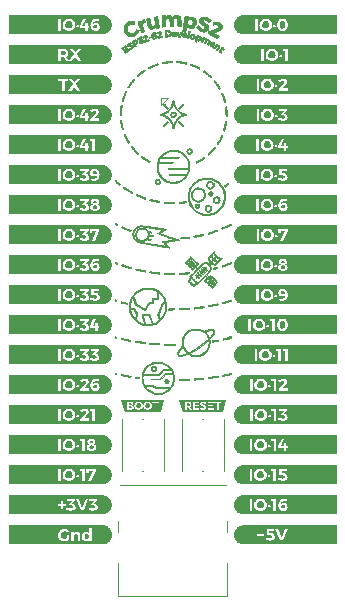
<source format=gbr>
%TF.GenerationSoftware,KiCad,Pcbnew,(5.1.8-0-10_14)*%
%TF.CreationDate,2021-07-01T23:52:50-05:00*%
%TF.ProjectId,crump-s2,6372756d-702d-4733-922e-6b696361645f,rev?*%
%TF.SameCoordinates,Original*%
%TF.FileFunction,Legend,Top*%
%TF.FilePolarity,Positive*%
%FSLAX46Y46*%
G04 Gerber Fmt 4.6, Leading zero omitted, Abs format (unit mm)*
G04 Created by KiCad (PCBNEW (5.1.8-0-10_14)) date 2021-07-01 23:52:50*
%MOMM*%
%LPD*%
G01*
G04 APERTURE LIST*
%ADD10C,0.120000*%
%ADD11C,0.010000*%
%ADD12C,0.100000*%
G04 APERTURE END LIST*
D10*
%TO.C,D2*%
X39005000Y-27810000D02*
X39605000Y-27810000D01*
X39005000Y-28410000D02*
X39005000Y-27810000D01*
X39005000Y-28410000D02*
X39605000Y-27810000D01*
D11*
%TO.C,G\u002A\u002A\u002A*%
G36*
X38868350Y-50133673D02*
G01*
X39038157Y-50162946D01*
X39203998Y-50213767D01*
X39363734Y-50286113D01*
X39515227Y-50379958D01*
X39656339Y-50495280D01*
X39717723Y-50556110D01*
X39835079Y-50697746D01*
X39932743Y-50853848D01*
X40008883Y-51021088D01*
X40054892Y-51167852D01*
X40070378Y-51248477D01*
X40081595Y-51345332D01*
X40088156Y-51449816D01*
X40089677Y-51553329D01*
X40085773Y-51647274D01*
X40079005Y-51706584D01*
X40037359Y-51889383D01*
X39973419Y-52061222D01*
X39888407Y-52220740D01*
X39783545Y-52366577D01*
X39660055Y-52497373D01*
X39519158Y-52611766D01*
X39362078Y-52708396D01*
X39190035Y-52785903D01*
X39075360Y-52824056D01*
X39028577Y-52836564D01*
X38983890Y-52845593D01*
X38935154Y-52851834D01*
X38876222Y-52855978D01*
X38800948Y-52858715D01*
X38757860Y-52859718D01*
X38651543Y-52860594D01*
X38566848Y-52858222D01*
X38500184Y-52852435D01*
X38461003Y-52845993D01*
X38287160Y-52797930D01*
X38121488Y-52728283D01*
X37966374Y-52638972D01*
X37824204Y-52531915D01*
X37697364Y-52409032D01*
X37588240Y-52272241D01*
X37524516Y-52165738D01*
X37614860Y-52165738D01*
X37622852Y-52184151D01*
X37644423Y-52216778D01*
X37675961Y-52259130D01*
X37713856Y-52306721D01*
X37754497Y-52355062D01*
X37794273Y-52399667D01*
X37829574Y-52436048D01*
X37840837Y-52446580D01*
X37978374Y-52555192D01*
X38128566Y-52646140D01*
X38286828Y-52717127D01*
X38448575Y-52765860D01*
X38499538Y-52776239D01*
X38553944Y-52782267D01*
X38626247Y-52785003D01*
X38709760Y-52784723D01*
X38797793Y-52781700D01*
X38883657Y-52776212D01*
X38960666Y-52768531D01*
X39022129Y-52758933D01*
X39043610Y-52753876D01*
X39210621Y-52696220D01*
X39365541Y-52619947D01*
X39504764Y-52527011D01*
X39580696Y-52462737D01*
X39665910Y-52383627D01*
X39081445Y-52383023D01*
X38496980Y-52382420D01*
X38383210Y-52268120D01*
X38269439Y-52153820D01*
X37942149Y-52153820D01*
X37843631Y-52154268D01*
X37759707Y-52155555D01*
X37692736Y-52157595D01*
X37645074Y-52160302D01*
X37619079Y-52163591D01*
X37614860Y-52165738D01*
X37524516Y-52165738D01*
X37499219Y-52123461D01*
X37461857Y-52042459D01*
X37416899Y-51923606D01*
X37385748Y-51812969D01*
X37366545Y-51701226D01*
X37357428Y-51579055D01*
X37356079Y-51512470D01*
X37356163Y-51499770D01*
X37431125Y-51499770D01*
X37435495Y-51626725D01*
X37449664Y-51739724D01*
X37475472Y-51848930D01*
X37514754Y-51964508D01*
X37515514Y-51966495D01*
X37553206Y-52064920D01*
X38294811Y-52064920D01*
X38535349Y-52306462D01*
X39138729Y-52303166D01*
X39742110Y-52299870D01*
X39808345Y-52199654D01*
X39893248Y-52048666D01*
X39960169Y-51879888D01*
X39980303Y-51813148D01*
X39990633Y-51772386D01*
X39997990Y-51732493D01*
X40002828Y-51687984D01*
X40005602Y-51633372D01*
X40006768Y-51563172D01*
X40006853Y-51493420D01*
X40005972Y-51418007D01*
X40003890Y-51348982D01*
X40000857Y-51291392D01*
X39997123Y-51250281D01*
X39993939Y-51233070D01*
X39981594Y-51194970D01*
X39665002Y-51191608D01*
X39348410Y-51188247D01*
X39126296Y-51410683D01*
X38904182Y-51633120D01*
X38110160Y-51633120D01*
X38110160Y-51556920D01*
X38866074Y-51556920D01*
X39094410Y-51328320D01*
X39322745Y-51099720D01*
X39953371Y-51099720D01*
X39945348Y-51071145D01*
X39936099Y-51046585D01*
X39918713Y-51006909D01*
X39896531Y-50959657D01*
X39890517Y-50947320D01*
X39843710Y-50852070D01*
X39526210Y-50848705D01*
X39208710Y-50845341D01*
X38999304Y-51055080D01*
X38789898Y-51264820D01*
X37450243Y-51264820D01*
X37440635Y-51299745D01*
X37436987Y-51325510D01*
X37433992Y-51370533D01*
X37431942Y-51428672D01*
X37431128Y-51493788D01*
X37431125Y-51499770D01*
X37356163Y-51499770D01*
X37356724Y-51415082D01*
X37360799Y-51334898D01*
X37369479Y-51263819D01*
X37383940Y-51193750D01*
X37388889Y-51175920D01*
X37463973Y-51175920D01*
X38777207Y-51175920D01*
X38980110Y-50972720D01*
X39183012Y-50769520D01*
X39485232Y-50769520D01*
X39584883Y-50769700D01*
X39661142Y-50769470D01*
X39716004Y-50767669D01*
X39751466Y-50763139D01*
X39769525Y-50754720D01*
X39772177Y-50741253D01*
X39761418Y-50721579D01*
X39739245Y-50694538D01*
X39707654Y-50658972D01*
X39696811Y-50646663D01*
X39570414Y-50520740D01*
X39430610Y-50415084D01*
X39279736Y-50330190D01*
X39120129Y-50266555D01*
X38954125Y-50224674D01*
X38784061Y-50205044D01*
X38612273Y-50208162D01*
X38441098Y-50234522D01*
X38272872Y-50284621D01*
X38178500Y-50324317D01*
X38021253Y-50411710D01*
X37878391Y-50519055D01*
X37751755Y-50644299D01*
X37643187Y-50785390D01*
X37554527Y-50940275D01*
X37493995Y-51087650D01*
X37463973Y-51175920D01*
X37388889Y-51175920D01*
X37405357Y-51116592D01*
X37420602Y-51067970D01*
X37486125Y-50902329D01*
X37572398Y-50749378D01*
X37680925Y-50606667D01*
X37748210Y-50534112D01*
X37885923Y-50411880D01*
X38034636Y-50311364D01*
X38192209Y-50232538D01*
X38356505Y-50175380D01*
X38525386Y-50139866D01*
X38696713Y-50125972D01*
X38868350Y-50133673D01*
G37*
X38868350Y-50133673D02*
X39038157Y-50162946D01*
X39203998Y-50213767D01*
X39363734Y-50286113D01*
X39515227Y-50379958D01*
X39656339Y-50495280D01*
X39717723Y-50556110D01*
X39835079Y-50697746D01*
X39932743Y-50853848D01*
X40008883Y-51021088D01*
X40054892Y-51167852D01*
X40070378Y-51248477D01*
X40081595Y-51345332D01*
X40088156Y-51449816D01*
X40089677Y-51553329D01*
X40085773Y-51647274D01*
X40079005Y-51706584D01*
X40037359Y-51889383D01*
X39973419Y-52061222D01*
X39888407Y-52220740D01*
X39783545Y-52366577D01*
X39660055Y-52497373D01*
X39519158Y-52611766D01*
X39362078Y-52708396D01*
X39190035Y-52785903D01*
X39075360Y-52824056D01*
X39028577Y-52836564D01*
X38983890Y-52845593D01*
X38935154Y-52851834D01*
X38876222Y-52855978D01*
X38800948Y-52858715D01*
X38757860Y-52859718D01*
X38651543Y-52860594D01*
X38566848Y-52858222D01*
X38500184Y-52852435D01*
X38461003Y-52845993D01*
X38287160Y-52797930D01*
X38121488Y-52728283D01*
X37966374Y-52638972D01*
X37824204Y-52531915D01*
X37697364Y-52409032D01*
X37588240Y-52272241D01*
X37524516Y-52165738D01*
X37614860Y-52165738D01*
X37622852Y-52184151D01*
X37644423Y-52216778D01*
X37675961Y-52259130D01*
X37713856Y-52306721D01*
X37754497Y-52355062D01*
X37794273Y-52399667D01*
X37829574Y-52436048D01*
X37840837Y-52446580D01*
X37978374Y-52555192D01*
X38128566Y-52646140D01*
X38286828Y-52717127D01*
X38448575Y-52765860D01*
X38499538Y-52776239D01*
X38553944Y-52782267D01*
X38626247Y-52785003D01*
X38709760Y-52784723D01*
X38797793Y-52781700D01*
X38883657Y-52776212D01*
X38960666Y-52768531D01*
X39022129Y-52758933D01*
X39043610Y-52753876D01*
X39210621Y-52696220D01*
X39365541Y-52619947D01*
X39504764Y-52527011D01*
X39580696Y-52462737D01*
X39665910Y-52383627D01*
X39081445Y-52383023D01*
X38496980Y-52382420D01*
X38383210Y-52268120D01*
X38269439Y-52153820D01*
X37942149Y-52153820D01*
X37843631Y-52154268D01*
X37759707Y-52155555D01*
X37692736Y-52157595D01*
X37645074Y-52160302D01*
X37619079Y-52163591D01*
X37614860Y-52165738D01*
X37524516Y-52165738D01*
X37499219Y-52123461D01*
X37461857Y-52042459D01*
X37416899Y-51923606D01*
X37385748Y-51812969D01*
X37366545Y-51701226D01*
X37357428Y-51579055D01*
X37356079Y-51512470D01*
X37356163Y-51499770D01*
X37431125Y-51499770D01*
X37435495Y-51626725D01*
X37449664Y-51739724D01*
X37475472Y-51848930D01*
X37514754Y-51964508D01*
X37515514Y-51966495D01*
X37553206Y-52064920D01*
X38294811Y-52064920D01*
X38535349Y-52306462D01*
X39138729Y-52303166D01*
X39742110Y-52299870D01*
X39808345Y-52199654D01*
X39893248Y-52048666D01*
X39960169Y-51879888D01*
X39980303Y-51813148D01*
X39990633Y-51772386D01*
X39997990Y-51732493D01*
X40002828Y-51687984D01*
X40005602Y-51633372D01*
X40006768Y-51563172D01*
X40006853Y-51493420D01*
X40005972Y-51418007D01*
X40003890Y-51348982D01*
X40000857Y-51291392D01*
X39997123Y-51250281D01*
X39993939Y-51233070D01*
X39981594Y-51194970D01*
X39665002Y-51191608D01*
X39348410Y-51188247D01*
X39126296Y-51410683D01*
X38904182Y-51633120D01*
X38110160Y-51633120D01*
X38110160Y-51556920D01*
X38866074Y-51556920D01*
X39094410Y-51328320D01*
X39322745Y-51099720D01*
X39953371Y-51099720D01*
X39945348Y-51071145D01*
X39936099Y-51046585D01*
X39918713Y-51006909D01*
X39896531Y-50959657D01*
X39890517Y-50947320D01*
X39843710Y-50852070D01*
X39526210Y-50848705D01*
X39208710Y-50845341D01*
X38999304Y-51055080D01*
X38789898Y-51264820D01*
X37450243Y-51264820D01*
X37440635Y-51299745D01*
X37436987Y-51325510D01*
X37433992Y-51370533D01*
X37431942Y-51428672D01*
X37431128Y-51493788D01*
X37431125Y-51499770D01*
X37356163Y-51499770D01*
X37356724Y-51415082D01*
X37360799Y-51334898D01*
X37369479Y-51263819D01*
X37383940Y-51193750D01*
X37388889Y-51175920D01*
X37463973Y-51175920D01*
X38777207Y-51175920D01*
X38980110Y-50972720D01*
X39183012Y-50769520D01*
X39485232Y-50769520D01*
X39584883Y-50769700D01*
X39661142Y-50769470D01*
X39716004Y-50767669D01*
X39751466Y-50763139D01*
X39769525Y-50754720D01*
X39772177Y-50741253D01*
X39761418Y-50721579D01*
X39739245Y-50694538D01*
X39707654Y-50658972D01*
X39696811Y-50646663D01*
X39570414Y-50520740D01*
X39430610Y-50415084D01*
X39279736Y-50330190D01*
X39120129Y-50266555D01*
X38954125Y-50224674D01*
X38784061Y-50205044D01*
X38612273Y-50208162D01*
X38441098Y-50234522D01*
X38272872Y-50284621D01*
X38178500Y-50324317D01*
X38021253Y-50411710D01*
X37878391Y-50519055D01*
X37751755Y-50644299D01*
X37643187Y-50785390D01*
X37554527Y-50940275D01*
X37493995Y-51087650D01*
X37463973Y-51175920D01*
X37388889Y-51175920D01*
X37405357Y-51116592D01*
X37420602Y-51067970D01*
X37486125Y-50902329D01*
X37572398Y-50749378D01*
X37680925Y-50606667D01*
X37748210Y-50534112D01*
X37885923Y-50411880D01*
X38034636Y-50311364D01*
X38192209Y-50232538D01*
X38356505Y-50175380D01*
X38525386Y-50139866D01*
X38696713Y-50125972D01*
X38868350Y-50133673D01*
G36*
X41302985Y-51585095D02*
G01*
X41328116Y-51587160D01*
X41344210Y-51590575D01*
X41353992Y-51595366D01*
X41357177Y-51598094D01*
X41369952Y-51625696D01*
X41363166Y-51654598D01*
X41340007Y-51674798D01*
X41331938Y-51677338D01*
X41309207Y-51680126D01*
X41265442Y-51683558D01*
X41204993Y-51687426D01*
X41132213Y-51691520D01*
X41051452Y-51695634D01*
X40967062Y-51699560D01*
X40883395Y-51703088D01*
X40804801Y-51706013D01*
X40735632Y-51708124D01*
X40680239Y-51709215D01*
X40662810Y-51709320D01*
X40602135Y-51707455D01*
X40559370Y-51702166D01*
X40538400Y-51694080D01*
X40524282Y-51665368D01*
X40529379Y-51634985D01*
X40539238Y-51622886D01*
X40556198Y-51618720D01*
X40596088Y-51614096D01*
X40656447Y-51609187D01*
X40734812Y-51604170D01*
X40828724Y-51599216D01*
X40935718Y-51594502D01*
X40946500Y-51594072D01*
X41057650Y-51589791D01*
X41146151Y-51586726D01*
X41214726Y-51584904D01*
X41266096Y-51584352D01*
X41302985Y-51585095D01*
G37*
X41302985Y-51585095D02*
X41328116Y-51587160D01*
X41344210Y-51590575D01*
X41353992Y-51595366D01*
X41357177Y-51598094D01*
X41369952Y-51625696D01*
X41363166Y-51654598D01*
X41340007Y-51674798D01*
X41331938Y-51677338D01*
X41309207Y-51680126D01*
X41265442Y-51683558D01*
X41204993Y-51687426D01*
X41132213Y-51691520D01*
X41051452Y-51695634D01*
X40967062Y-51699560D01*
X40883395Y-51703088D01*
X40804801Y-51706013D01*
X40735632Y-51708124D01*
X40680239Y-51709215D01*
X40662810Y-51709320D01*
X40602135Y-51707455D01*
X40559370Y-51702166D01*
X40538400Y-51694080D01*
X40524282Y-51665368D01*
X40529379Y-51634985D01*
X40539238Y-51622886D01*
X40556198Y-51618720D01*
X40596088Y-51614096D01*
X40656447Y-51609187D01*
X40734812Y-51604170D01*
X40828724Y-51599216D01*
X40935718Y-51594502D01*
X40946500Y-51594072D01*
X41057650Y-51589791D01*
X41146151Y-51586726D01*
X41214726Y-51584904D01*
X41266096Y-51584352D01*
X41302985Y-51585095D01*
G36*
X42547210Y-51479376D02*
G01*
X42566586Y-51482734D01*
X42588448Y-51501745D01*
X42593590Y-51529725D01*
X42582229Y-51556718D01*
X42564685Y-51569645D01*
X42540237Y-51575887D01*
X42495748Y-51583171D01*
X42434995Y-51591171D01*
X42361759Y-51599560D01*
X42279819Y-51608012D01*
X42192955Y-51616199D01*
X42104946Y-51623796D01*
X42019572Y-51630475D01*
X41940612Y-51635911D01*
X41871847Y-51639777D01*
X41817055Y-51641746D01*
X41780016Y-51641491D01*
X41764585Y-51638770D01*
X41755684Y-51614681D01*
X41758104Y-51583394D01*
X41770650Y-51559814D01*
X41770935Y-51559574D01*
X41787637Y-51554730D01*
X41825911Y-51548261D01*
X41882016Y-51540651D01*
X41952209Y-51532384D01*
X42032751Y-51523944D01*
X42085260Y-51518926D01*
X42174892Y-51510580D01*
X42260772Y-51502418D01*
X42338089Y-51494911D01*
X42402030Y-51488527D01*
X42447783Y-51483738D01*
X42461811Y-51482151D01*
X42507972Y-51478718D01*
X42547210Y-51479376D01*
G37*
X42547210Y-51479376D02*
X42566586Y-51482734D01*
X42588448Y-51501745D01*
X42593590Y-51529725D01*
X42582229Y-51556718D01*
X42564685Y-51569645D01*
X42540237Y-51575887D01*
X42495748Y-51583171D01*
X42434995Y-51591171D01*
X42361759Y-51599560D01*
X42279819Y-51608012D01*
X42192955Y-51616199D01*
X42104946Y-51623796D01*
X42019572Y-51630475D01*
X41940612Y-51635911D01*
X41871847Y-51639777D01*
X41817055Y-51641746D01*
X41780016Y-51641491D01*
X41764585Y-51638770D01*
X41755684Y-51614681D01*
X41758104Y-51583394D01*
X41770650Y-51559814D01*
X41770935Y-51559574D01*
X41787637Y-51554730D01*
X41825911Y-51548261D01*
X41882016Y-51540651D01*
X41952209Y-51532384D01*
X42032751Y-51523944D01*
X42085260Y-51518926D01*
X42174892Y-51510580D01*
X42260772Y-51502418D01*
X42338089Y-51494911D01*
X42402030Y-51488527D01*
X42447783Y-51483738D01*
X42461811Y-51482151D01*
X42507972Y-51478718D01*
X42547210Y-51479376D01*
G36*
X36856481Y-51392277D02*
G01*
X36887961Y-51394097D01*
X36933198Y-51398505D01*
X36985992Y-51404673D01*
X37040144Y-51411775D01*
X37089454Y-51418987D01*
X37127722Y-51425482D01*
X37148749Y-51430434D01*
X37150750Y-51431477D01*
X37154168Y-51448199D01*
X37150795Y-51476353D01*
X37143043Y-51505762D01*
X37133318Y-51526253D01*
X37127423Y-51530022D01*
X37109425Y-51527770D01*
X37072382Y-51522908D01*
X37022419Y-51516244D01*
X36986210Y-51511370D01*
X36929279Y-51503393D01*
X36879501Y-51495898D01*
X36843812Y-51489955D01*
X36832035Y-51487577D01*
X36803584Y-51471668D01*
X36793513Y-51447245D01*
X36800044Y-51421247D01*
X36821396Y-51400610D01*
X36855790Y-51392272D01*
X36856481Y-51392277D01*
G37*
X36856481Y-51392277D02*
X36887961Y-51394097D01*
X36933198Y-51398505D01*
X36985992Y-51404673D01*
X37040144Y-51411775D01*
X37089454Y-51418987D01*
X37127722Y-51425482D01*
X37148749Y-51430434D01*
X37150750Y-51431477D01*
X37154168Y-51448199D01*
X37150795Y-51476353D01*
X37143043Y-51505762D01*
X37133318Y-51526253D01*
X37127423Y-51530022D01*
X37109425Y-51527770D01*
X37072382Y-51522908D01*
X37022419Y-51516244D01*
X36986210Y-51511370D01*
X36929279Y-51503393D01*
X36879501Y-51495898D01*
X36843812Y-51489955D01*
X36832035Y-51487577D01*
X36803584Y-51471668D01*
X36793513Y-51447245D01*
X36800044Y-51421247D01*
X36821396Y-51400610D01*
X36855790Y-51392272D01*
X36856481Y-51392277D01*
G36*
X43788936Y-51312129D02*
G01*
X43801560Y-51333550D01*
X43808418Y-51350579D01*
X43810737Y-51365077D01*
X43806423Y-51377663D01*
X43793382Y-51388957D01*
X43769519Y-51399577D01*
X43732742Y-51410143D01*
X43680954Y-51421274D01*
X43612064Y-51433589D01*
X43523975Y-51447706D01*
X43414595Y-51464245D01*
X43304460Y-51480502D01*
X43211110Y-51494185D01*
X43139695Y-51504428D01*
X43087016Y-51511465D01*
X43049875Y-51515531D01*
X43025073Y-51516860D01*
X43009412Y-51515687D01*
X42999694Y-51512245D01*
X42992720Y-51506769D01*
X42989500Y-51503580D01*
X42977118Y-51479172D01*
X42974260Y-51459619D01*
X42975143Y-51448970D01*
X42979490Y-51439938D01*
X42989851Y-51431906D01*
X43008772Y-51424259D01*
X43038801Y-51416382D01*
X43082486Y-51407659D01*
X43142374Y-51397475D01*
X43221015Y-51385215D01*
X43320955Y-51370262D01*
X43380660Y-51361443D01*
X43469388Y-51348324D01*
X43552182Y-51336010D01*
X43624943Y-51325117D01*
X43683571Y-51316261D01*
X43723969Y-51310056D01*
X43738983Y-51307657D01*
X43771229Y-51304494D01*
X43788936Y-51312129D01*
G37*
X43788936Y-51312129D02*
X43801560Y-51333550D01*
X43808418Y-51350579D01*
X43810737Y-51365077D01*
X43806423Y-51377663D01*
X43793382Y-51388957D01*
X43769519Y-51399577D01*
X43732742Y-51410143D01*
X43680954Y-51421274D01*
X43612064Y-51433589D01*
X43523975Y-51447706D01*
X43414595Y-51464245D01*
X43304460Y-51480502D01*
X43211110Y-51494185D01*
X43139695Y-51504428D01*
X43087016Y-51511465D01*
X43049875Y-51515531D01*
X43025073Y-51516860D01*
X43009412Y-51515687D01*
X42999694Y-51512245D01*
X42992720Y-51506769D01*
X42989500Y-51503580D01*
X42977118Y-51479172D01*
X42974260Y-51459619D01*
X42975143Y-51448970D01*
X42979490Y-51439938D01*
X42989851Y-51431906D01*
X43008772Y-51424259D01*
X43038801Y-51416382D01*
X43082486Y-51407659D01*
X43142374Y-51397475D01*
X43221015Y-51385215D01*
X43320955Y-51370262D01*
X43380660Y-51361443D01*
X43469388Y-51348324D01*
X43552182Y-51336010D01*
X43624943Y-51325117D01*
X43683571Y-51316261D01*
X43723969Y-51310056D01*
X43738983Y-51307657D01*
X43771229Y-51304494D01*
X43788936Y-51312129D01*
G36*
X35645639Y-51187748D02*
G01*
X35683913Y-51193511D01*
X35739377Y-51202498D01*
X35808137Y-51214028D01*
X35886295Y-51227418D01*
X35969957Y-51241988D01*
X36055227Y-51257057D01*
X36138208Y-51271943D01*
X36215004Y-51285964D01*
X36281721Y-51298441D01*
X36334462Y-51308690D01*
X36356286Y-51313171D01*
X36396526Y-51328913D01*
X36417748Y-51352948D01*
X36417104Y-51381509D01*
X36413364Y-51388645D01*
X36386949Y-51407429D01*
X36339530Y-51412692D01*
X36270844Y-51404462D01*
X36268660Y-51404046D01*
X36239875Y-51398650D01*
X36190469Y-51389521D01*
X36124810Y-51377460D01*
X36047269Y-51363269D01*
X35962214Y-51347750D01*
X35914563Y-51339075D01*
X35828035Y-51322754D01*
X35750465Y-51307003D01*
X35685387Y-51292625D01*
X35636335Y-51280424D01*
X35606845Y-51271202D01*
X35600238Y-51267683D01*
X35584832Y-51238537D01*
X35589503Y-51209713D01*
X35611275Y-51189835D01*
X35628452Y-51185889D01*
X35645639Y-51187748D01*
G37*
X35645639Y-51187748D02*
X35683913Y-51193511D01*
X35739377Y-51202498D01*
X35808137Y-51214028D01*
X35886295Y-51227418D01*
X35969957Y-51241988D01*
X36055227Y-51257057D01*
X36138208Y-51271943D01*
X36215004Y-51285964D01*
X36281721Y-51298441D01*
X36334462Y-51308690D01*
X36356286Y-51313171D01*
X36396526Y-51328913D01*
X36417748Y-51352948D01*
X36417104Y-51381509D01*
X36413364Y-51388645D01*
X36386949Y-51407429D01*
X36339530Y-51412692D01*
X36270844Y-51404462D01*
X36268660Y-51404046D01*
X36239875Y-51398650D01*
X36190469Y-51389521D01*
X36124810Y-51377460D01*
X36047269Y-51363269D01*
X35962214Y-51347750D01*
X35914563Y-51339075D01*
X35828035Y-51322754D01*
X35750465Y-51307003D01*
X35685387Y-51292625D01*
X35636335Y-51280424D01*
X35606845Y-51271202D01*
X35600238Y-51267683D01*
X35584832Y-51238537D01*
X35589503Y-51209713D01*
X35611275Y-51189835D01*
X35628452Y-51185889D01*
X35645639Y-51187748D01*
G36*
X44917360Y-51132596D02*
G01*
X44915384Y-51166293D01*
X44910395Y-51186264D01*
X44907600Y-51188620D01*
X44892948Y-51191121D01*
X44856949Y-51198153D01*
X44803107Y-51209003D01*
X44734928Y-51222961D01*
X44655919Y-51239315D01*
X44593275Y-51252387D01*
X44506897Y-51270463D01*
X44427261Y-51287110D01*
X44358238Y-51301521D01*
X44303698Y-51312887D01*
X44267513Y-51320402D01*
X44255356Y-51322901D01*
X44217842Y-51320019D01*
X44201381Y-51309026D01*
X44182506Y-51278984D01*
X44187967Y-51248195D01*
X44191342Y-51242411D01*
X44206251Y-51235368D01*
X44242432Y-51224460D01*
X44296211Y-51210606D01*
X44363915Y-51194729D01*
X44441869Y-51177747D01*
X44484861Y-51168863D01*
X44571525Y-51151177D01*
X44654441Y-51134070D01*
X44728779Y-51118554D01*
X44789705Y-51105640D01*
X44832388Y-51096338D01*
X44842773Y-51093972D01*
X44917360Y-51076572D01*
X44917360Y-51132596D01*
G37*
X44917360Y-51132596D02*
X44915384Y-51166293D01*
X44910395Y-51186264D01*
X44907600Y-51188620D01*
X44892948Y-51191121D01*
X44856949Y-51198153D01*
X44803107Y-51209003D01*
X44734928Y-51222961D01*
X44655919Y-51239315D01*
X44593275Y-51252387D01*
X44506897Y-51270463D01*
X44427261Y-51287110D01*
X44358238Y-51301521D01*
X44303698Y-51312887D01*
X44267513Y-51320402D01*
X44255356Y-51322901D01*
X44217842Y-51320019D01*
X44201381Y-51309026D01*
X44182506Y-51278984D01*
X44187967Y-51248195D01*
X44191342Y-51242411D01*
X44206251Y-51235368D01*
X44242432Y-51224460D01*
X44296211Y-51210606D01*
X44363915Y-51194729D01*
X44441869Y-51177747D01*
X44484861Y-51168863D01*
X44571525Y-51151177D01*
X44654441Y-51134070D01*
X44728779Y-51118554D01*
X44789705Y-51105640D01*
X44832388Y-51096338D01*
X44842773Y-51093972D01*
X44917360Y-51076572D01*
X44917360Y-51132596D01*
G36*
X35107965Y-51067386D02*
G01*
X35162318Y-51079864D01*
X35195408Y-51094035D01*
X35211360Y-51112349D01*
X35214560Y-51130708D01*
X35204909Y-51161492D01*
X35189994Y-51175473D01*
X35170838Y-51184482D01*
X35153409Y-51186453D01*
X35127765Y-51181263D01*
X35103435Y-51174411D01*
X35076891Y-51164243D01*
X35065101Y-51148413D01*
X35062193Y-51117851D01*
X35062160Y-51110643D01*
X35062160Y-51058793D01*
X35107965Y-51067386D01*
G37*
X35107965Y-51067386D02*
X35162318Y-51079864D01*
X35195408Y-51094035D01*
X35211360Y-51112349D01*
X35214560Y-51130708D01*
X35204909Y-51161492D01*
X35189994Y-51175473D01*
X35170838Y-51184482D01*
X35153409Y-51186453D01*
X35127765Y-51181263D01*
X35103435Y-51174411D01*
X35076891Y-51164243D01*
X35065101Y-51148413D01*
X35062193Y-51117851D01*
X35062160Y-51110643D01*
X35062160Y-51058793D01*
X35107965Y-51067386D01*
G36*
X42025990Y-47323265D02*
G01*
X42086992Y-47324627D01*
X42134533Y-47327718D01*
X42174582Y-47333178D01*
X42213107Y-47341651D01*
X42256075Y-47353777D01*
X42269410Y-47357821D01*
X42333649Y-47380377D01*
X42407300Y-47410674D01*
X42477942Y-47443475D01*
X42502846Y-47456267D01*
X42621982Y-47519761D01*
X42763196Y-47466766D01*
X42916239Y-47414366D01*
X43053944Y-47377645D01*
X43175419Y-47356722D01*
X43279775Y-47351713D01*
X43366121Y-47362737D01*
X43416296Y-47380501D01*
X43468996Y-47419184D01*
X43503344Y-47473359D01*
X43517413Y-47539146D01*
X43515588Y-47580598D01*
X43496788Y-47654089D01*
X43459132Y-47739454D01*
X43404429Y-47833799D01*
X43334487Y-47934226D01*
X43251115Y-48037839D01*
X43182422Y-48114238D01*
X43087965Y-48214647D01*
X43102815Y-48276058D01*
X43108643Y-48313279D01*
X43113316Y-48368263D01*
X43116335Y-48433381D01*
X43117222Y-48496220D01*
X43105187Y-48671297D01*
X43070005Y-48835971D01*
X43011549Y-48990533D01*
X42929693Y-49135276D01*
X42824310Y-49270494D01*
X42747926Y-49348892D01*
X42631868Y-49447051D01*
X42510205Y-49524959D01*
X42375454Y-49587116D01*
X42315866Y-49608694D01*
X42149300Y-49653014D01*
X41985080Y-49672342D01*
X41821882Y-49666821D01*
X41799154Y-49664087D01*
X41639358Y-49632298D01*
X41485714Y-49580496D01*
X41345086Y-49511034D01*
X41335098Y-49505084D01*
X41264386Y-49462391D01*
X41133442Y-49513170D01*
X40987814Y-49564684D01*
X40854461Y-49601815D01*
X40734668Y-49624508D01*
X40629718Y-49632712D01*
X40540894Y-49626374D01*
X40469480Y-49605440D01*
X40416758Y-49569857D01*
X40395943Y-49543619D01*
X40375886Y-49489373D01*
X40371806Y-49421477D01*
X40374043Y-49407236D01*
X40462057Y-49407236D01*
X40462075Y-49443995D01*
X40466312Y-49482604D01*
X40476311Y-49505233D01*
X40497491Y-49521300D01*
X40510460Y-49528075D01*
X40557303Y-49543868D01*
X40616242Y-49549246D01*
X40691083Y-49544241D01*
X40777278Y-49530491D01*
X40819896Y-49520817D01*
X40874752Y-49506095D01*
X40936602Y-49488005D01*
X41000205Y-49468222D01*
X41060318Y-49448426D01*
X41111697Y-49430294D01*
X41135538Y-49420865D01*
X41357120Y-49420865D01*
X41444965Y-49464766D01*
X41599776Y-49528580D01*
X41759764Y-49568550D01*
X41922324Y-49584391D01*
X42084852Y-49575815D01*
X42218610Y-49549754D01*
X42369056Y-49497433D01*
X42510941Y-49422765D01*
X42641312Y-49328177D01*
X42757219Y-49216095D01*
X42855710Y-49088946D01*
X42924021Y-48969831D01*
X42968812Y-48868464D01*
X42999812Y-48772866D01*
X43018973Y-48674407D01*
X43028251Y-48564457D01*
X43029793Y-48502570D01*
X43029702Y-48438547D01*
X43028293Y-48382328D01*
X43025799Y-48339542D01*
X43022454Y-48315818D01*
X43021989Y-48314478D01*
X43015616Y-48306992D01*
X43003769Y-48308658D01*
X42983355Y-48321492D01*
X42951280Y-48347508D01*
X42904453Y-48388723D01*
X42894989Y-48397218D01*
X42634801Y-48617522D01*
X42355385Y-48828575D01*
X42062331Y-49026528D01*
X41761230Y-49207533D01*
X41559265Y-49316640D01*
X41357120Y-49420865D01*
X41135538Y-49420865D01*
X41149099Y-49415502D01*
X41167282Y-49405730D01*
X41167328Y-49405684D01*
X41162200Y-49394139D01*
X41142897Y-49368550D01*
X41112822Y-49333213D01*
X41089891Y-49307897D01*
X40991787Y-49190352D01*
X40913231Y-49069262D01*
X40863409Y-48970216D01*
X40843058Y-48926965D01*
X40826024Y-48894426D01*
X40815260Y-48878132D01*
X40813770Y-48877233D01*
X40800379Y-48886741D01*
X40775126Y-48912615D01*
X40741321Y-48950849D01*
X40702272Y-48997436D01*
X40661289Y-49048371D01*
X40621678Y-49099648D01*
X40586750Y-49147259D01*
X40566980Y-49176074D01*
X40520561Y-49250003D01*
X40488909Y-49309832D01*
X40470062Y-49360573D01*
X40462057Y-49407236D01*
X40374043Y-49407236D01*
X40383663Y-49345995D01*
X40397524Y-49301939D01*
X40428130Y-49236312D01*
X40474564Y-49158214D01*
X40533738Y-49072125D01*
X40602564Y-48982526D01*
X40677954Y-48893896D01*
X40681526Y-48889920D01*
X40727584Y-48837804D01*
X40758315Y-48800138D01*
X40776176Y-48773238D01*
X40783627Y-48753421D01*
X40783242Y-48737520D01*
X40776072Y-48688618D01*
X40771006Y-48621984D01*
X40768158Y-48545207D01*
X40767642Y-48465877D01*
X40768310Y-48440103D01*
X40856653Y-48440103D01*
X40859795Y-48608255D01*
X40883512Y-48762711D01*
X40928722Y-48905867D01*
X40996347Y-49040117D01*
X41087307Y-49167856D01*
X41172522Y-49261968D01*
X41270528Y-49360967D01*
X41319119Y-49340721D01*
X41347927Y-49327489D01*
X41393578Y-49305095D01*
X41450505Y-49276329D01*
X41513139Y-49243982D01*
X41533908Y-49233103D01*
X41876464Y-49039217D01*
X42210570Y-48822100D01*
X42536798Y-48581347D01*
X42855721Y-48316559D01*
X42922803Y-48256979D01*
X42991996Y-48194810D01*
X42975336Y-48139140D01*
X42930485Y-48025194D01*
X42864589Y-47909072D01*
X42780888Y-47796041D01*
X42727338Y-47735944D01*
X42604170Y-47623734D01*
X42533801Y-47576860D01*
X42718009Y-47576860D01*
X42721171Y-47588414D01*
X42738984Y-47613766D01*
X42768235Y-47648660D01*
X42790890Y-47673415D01*
X42892405Y-47794085D01*
X42974854Y-47922340D01*
X43042990Y-48065731D01*
X43052136Y-48088669D01*
X43058864Y-48103137D01*
X43067015Y-48107121D01*
X43080708Y-48098351D01*
X43104066Y-48074556D01*
X43130290Y-48045614D01*
X43169970Y-47999706D01*
X43216096Y-47943696D01*
X43260135Y-47887997D01*
X43269839Y-47875315D01*
X43337066Y-47779171D01*
X43386629Y-47691719D01*
X43417784Y-47614688D01*
X43429784Y-47549808D01*
X43426323Y-47512284D01*
X43405180Y-47477577D01*
X43363459Y-47453976D01*
X43303393Y-47441412D01*
X43227214Y-47439818D01*
X43137154Y-47449125D01*
X43035446Y-47469263D01*
X42924321Y-47500165D01*
X42836010Y-47530412D01*
X42787180Y-47548753D01*
X42747292Y-47564299D01*
X42722494Y-47574629D01*
X42718009Y-47576860D01*
X42533801Y-47576860D01*
X42470236Y-47534519D01*
X42325742Y-47468386D01*
X42170892Y-47425422D01*
X42005892Y-47405716D01*
X41945560Y-47404329D01*
X41822435Y-47408960D01*
X41714473Y-47423639D01*
X41612905Y-47449906D01*
X41543695Y-47474902D01*
X41392450Y-47548202D01*
X41256970Y-47640994D01*
X41138374Y-47752268D01*
X41037785Y-47881012D01*
X40975318Y-47987485D01*
X40929586Y-48082604D01*
X40897203Y-48167117D01*
X40875791Y-48250094D01*
X40862971Y-48340604D01*
X40856653Y-48440103D01*
X40768310Y-48440103D01*
X40769570Y-48391583D01*
X40774056Y-48329916D01*
X40776843Y-48308899D01*
X40816447Y-48140624D01*
X40878661Y-47982339D01*
X40962086Y-47835947D01*
X41065323Y-47703351D01*
X41186973Y-47586454D01*
X41325639Y-47487159D01*
X41418510Y-47435783D01*
X41504869Y-47395415D01*
X41582823Y-47365588D01*
X41659080Y-47344868D01*
X41740348Y-47331819D01*
X41833333Y-47325004D01*
X41944743Y-47322990D01*
X41945560Y-47322989D01*
X42025990Y-47323265D01*
G37*
X42025990Y-47323265D02*
X42086992Y-47324627D01*
X42134533Y-47327718D01*
X42174582Y-47333178D01*
X42213107Y-47341651D01*
X42256075Y-47353777D01*
X42269410Y-47357821D01*
X42333649Y-47380377D01*
X42407300Y-47410674D01*
X42477942Y-47443475D01*
X42502846Y-47456267D01*
X42621982Y-47519761D01*
X42763196Y-47466766D01*
X42916239Y-47414366D01*
X43053944Y-47377645D01*
X43175419Y-47356722D01*
X43279775Y-47351713D01*
X43366121Y-47362737D01*
X43416296Y-47380501D01*
X43468996Y-47419184D01*
X43503344Y-47473359D01*
X43517413Y-47539146D01*
X43515588Y-47580598D01*
X43496788Y-47654089D01*
X43459132Y-47739454D01*
X43404429Y-47833799D01*
X43334487Y-47934226D01*
X43251115Y-48037839D01*
X43182422Y-48114238D01*
X43087965Y-48214647D01*
X43102815Y-48276058D01*
X43108643Y-48313279D01*
X43113316Y-48368263D01*
X43116335Y-48433381D01*
X43117222Y-48496220D01*
X43105187Y-48671297D01*
X43070005Y-48835971D01*
X43011549Y-48990533D01*
X42929693Y-49135276D01*
X42824310Y-49270494D01*
X42747926Y-49348892D01*
X42631868Y-49447051D01*
X42510205Y-49524959D01*
X42375454Y-49587116D01*
X42315866Y-49608694D01*
X42149300Y-49653014D01*
X41985080Y-49672342D01*
X41821882Y-49666821D01*
X41799154Y-49664087D01*
X41639358Y-49632298D01*
X41485714Y-49580496D01*
X41345086Y-49511034D01*
X41335098Y-49505084D01*
X41264386Y-49462391D01*
X41133442Y-49513170D01*
X40987814Y-49564684D01*
X40854461Y-49601815D01*
X40734668Y-49624508D01*
X40629718Y-49632712D01*
X40540894Y-49626374D01*
X40469480Y-49605440D01*
X40416758Y-49569857D01*
X40395943Y-49543619D01*
X40375886Y-49489373D01*
X40371806Y-49421477D01*
X40374043Y-49407236D01*
X40462057Y-49407236D01*
X40462075Y-49443995D01*
X40466312Y-49482604D01*
X40476311Y-49505233D01*
X40497491Y-49521300D01*
X40510460Y-49528075D01*
X40557303Y-49543868D01*
X40616242Y-49549246D01*
X40691083Y-49544241D01*
X40777278Y-49530491D01*
X40819896Y-49520817D01*
X40874752Y-49506095D01*
X40936602Y-49488005D01*
X41000205Y-49468222D01*
X41060318Y-49448426D01*
X41111697Y-49430294D01*
X41135538Y-49420865D01*
X41357120Y-49420865D01*
X41444965Y-49464766D01*
X41599776Y-49528580D01*
X41759764Y-49568550D01*
X41922324Y-49584391D01*
X42084852Y-49575815D01*
X42218610Y-49549754D01*
X42369056Y-49497433D01*
X42510941Y-49422765D01*
X42641312Y-49328177D01*
X42757219Y-49216095D01*
X42855710Y-49088946D01*
X42924021Y-48969831D01*
X42968812Y-48868464D01*
X42999812Y-48772866D01*
X43018973Y-48674407D01*
X43028251Y-48564457D01*
X43029793Y-48502570D01*
X43029702Y-48438547D01*
X43028293Y-48382328D01*
X43025799Y-48339542D01*
X43022454Y-48315818D01*
X43021989Y-48314478D01*
X43015616Y-48306992D01*
X43003769Y-48308658D01*
X42983355Y-48321492D01*
X42951280Y-48347508D01*
X42904453Y-48388723D01*
X42894989Y-48397218D01*
X42634801Y-48617522D01*
X42355385Y-48828575D01*
X42062331Y-49026528D01*
X41761230Y-49207533D01*
X41559265Y-49316640D01*
X41357120Y-49420865D01*
X41135538Y-49420865D01*
X41149099Y-49415502D01*
X41167282Y-49405730D01*
X41167328Y-49405684D01*
X41162200Y-49394139D01*
X41142897Y-49368550D01*
X41112822Y-49333213D01*
X41089891Y-49307897D01*
X40991787Y-49190352D01*
X40913231Y-49069262D01*
X40863409Y-48970216D01*
X40843058Y-48926965D01*
X40826024Y-48894426D01*
X40815260Y-48878132D01*
X40813770Y-48877233D01*
X40800379Y-48886741D01*
X40775126Y-48912615D01*
X40741321Y-48950849D01*
X40702272Y-48997436D01*
X40661289Y-49048371D01*
X40621678Y-49099648D01*
X40586750Y-49147259D01*
X40566980Y-49176074D01*
X40520561Y-49250003D01*
X40488909Y-49309832D01*
X40470062Y-49360573D01*
X40462057Y-49407236D01*
X40374043Y-49407236D01*
X40383663Y-49345995D01*
X40397524Y-49301939D01*
X40428130Y-49236312D01*
X40474564Y-49158214D01*
X40533738Y-49072125D01*
X40602564Y-48982526D01*
X40677954Y-48893896D01*
X40681526Y-48889920D01*
X40727584Y-48837804D01*
X40758315Y-48800138D01*
X40776176Y-48773238D01*
X40783627Y-48753421D01*
X40783242Y-48737520D01*
X40776072Y-48688618D01*
X40771006Y-48621984D01*
X40768158Y-48545207D01*
X40767642Y-48465877D01*
X40768310Y-48440103D01*
X40856653Y-48440103D01*
X40859795Y-48608255D01*
X40883512Y-48762711D01*
X40928722Y-48905867D01*
X40996347Y-49040117D01*
X41087307Y-49167856D01*
X41172522Y-49261968D01*
X41270528Y-49360967D01*
X41319119Y-49340721D01*
X41347927Y-49327489D01*
X41393578Y-49305095D01*
X41450505Y-49276329D01*
X41513139Y-49243982D01*
X41533908Y-49233103D01*
X41876464Y-49039217D01*
X42210570Y-48822100D01*
X42536798Y-48581347D01*
X42855721Y-48316559D01*
X42922803Y-48256979D01*
X42991996Y-48194810D01*
X42975336Y-48139140D01*
X42930485Y-48025194D01*
X42864589Y-47909072D01*
X42780888Y-47796041D01*
X42727338Y-47735944D01*
X42604170Y-47623734D01*
X42533801Y-47576860D01*
X42718009Y-47576860D01*
X42721171Y-47588414D01*
X42738984Y-47613766D01*
X42768235Y-47648660D01*
X42790890Y-47673415D01*
X42892405Y-47794085D01*
X42974854Y-47922340D01*
X43042990Y-48065731D01*
X43052136Y-48088669D01*
X43058864Y-48103137D01*
X43067015Y-48107121D01*
X43080708Y-48098351D01*
X43104066Y-48074556D01*
X43130290Y-48045614D01*
X43169970Y-47999706D01*
X43216096Y-47943696D01*
X43260135Y-47887997D01*
X43269839Y-47875315D01*
X43337066Y-47779171D01*
X43386629Y-47691719D01*
X43417784Y-47614688D01*
X43429784Y-47549808D01*
X43426323Y-47512284D01*
X43405180Y-47477577D01*
X43363459Y-47453976D01*
X43303393Y-47441412D01*
X43227214Y-47439818D01*
X43137154Y-47449125D01*
X43035446Y-47469263D01*
X42924321Y-47500165D01*
X42836010Y-47530412D01*
X42787180Y-47548753D01*
X42747292Y-47564299D01*
X42722494Y-47574629D01*
X42718009Y-47576860D01*
X42533801Y-47576860D01*
X42470236Y-47534519D01*
X42325742Y-47468386D01*
X42170892Y-47425422D01*
X42005892Y-47405716D01*
X41945560Y-47404329D01*
X41822435Y-47408960D01*
X41714473Y-47423639D01*
X41612905Y-47449906D01*
X41543695Y-47474902D01*
X41392450Y-47548202D01*
X41256970Y-47640994D01*
X41138374Y-47752268D01*
X41037785Y-47881012D01*
X40975318Y-47987485D01*
X40929586Y-48082604D01*
X40897203Y-48167117D01*
X40875791Y-48250094D01*
X40862971Y-48340604D01*
X40856653Y-48440103D01*
X40768310Y-48440103D01*
X40769570Y-48391583D01*
X40774056Y-48329916D01*
X40776843Y-48308899D01*
X40816447Y-48140624D01*
X40878661Y-47982339D01*
X40962086Y-47835947D01*
X41065323Y-47703351D01*
X41186973Y-47586454D01*
X41325639Y-47487159D01*
X41418510Y-47435783D01*
X41504869Y-47395415D01*
X41582823Y-47365588D01*
X41659080Y-47344868D01*
X41740348Y-47331819D01*
X41833333Y-47325004D01*
X41944743Y-47322990D01*
X41945560Y-47322989D01*
X42025990Y-47323265D01*
G36*
X39519488Y-48604617D02*
G01*
X39608101Y-48605775D01*
X39700261Y-48607437D01*
X39792338Y-48609530D01*
X39880700Y-48611979D01*
X39961717Y-48614711D01*
X40031759Y-48617651D01*
X40087194Y-48620727D01*
X40124392Y-48623864D01*
X40139627Y-48626905D01*
X40150848Y-48648532D01*
X40152327Y-48672932D01*
X40148510Y-48705770D01*
X39748460Y-48706999D01*
X39647994Y-48707144D01*
X39553917Y-48706969D01*
X39469723Y-48706503D01*
X39398906Y-48705779D01*
X39344961Y-48704826D01*
X39311383Y-48703675D01*
X39303960Y-48703114D01*
X39269575Y-48694328D01*
X39245685Y-48679828D01*
X39244507Y-48678424D01*
X39236081Y-48649433D01*
X39245870Y-48619678D01*
X39256707Y-48608967D01*
X39273123Y-48606499D01*
X39311240Y-48604904D01*
X39367427Y-48604107D01*
X39438054Y-48604036D01*
X39519488Y-48604617D01*
G37*
X39519488Y-48604617D02*
X39608101Y-48605775D01*
X39700261Y-48607437D01*
X39792338Y-48609530D01*
X39880700Y-48611979D01*
X39961717Y-48614711D01*
X40031759Y-48617651D01*
X40087194Y-48620727D01*
X40124392Y-48623864D01*
X40139627Y-48626905D01*
X40150848Y-48648532D01*
X40152327Y-48672932D01*
X40148510Y-48705770D01*
X39748460Y-48706999D01*
X39647994Y-48707144D01*
X39553917Y-48706969D01*
X39469723Y-48706503D01*
X39398906Y-48705779D01*
X39344961Y-48704826D01*
X39311383Y-48703675D01*
X39303960Y-48703114D01*
X39269575Y-48694328D01*
X39245685Y-48679828D01*
X39244507Y-48678424D01*
X39236081Y-48649433D01*
X39245870Y-48619678D01*
X39256707Y-48608967D01*
X39273123Y-48606499D01*
X39311240Y-48604904D01*
X39367427Y-48604107D01*
X39438054Y-48604036D01*
X39519488Y-48604617D01*
G36*
X38116287Y-48518325D02*
G01*
X38149412Y-48521744D01*
X38190415Y-48525851D01*
X38251430Y-48531364D01*
X38327140Y-48537831D01*
X38412226Y-48544803D01*
X38501368Y-48551827D01*
X38529260Y-48553965D01*
X38612514Y-48560809D01*
X38687695Y-48567955D01*
X38750948Y-48574959D01*
X38798421Y-48581375D01*
X38826260Y-48586758D01*
X38831527Y-48588853D01*
X38842746Y-48610438D01*
X38844227Y-48634832D01*
X38841169Y-48651145D01*
X38833087Y-48661014D01*
X38814597Y-48666201D01*
X38780319Y-48668467D01*
X38738810Y-48669348D01*
X38687319Y-48669669D01*
X38643264Y-48668997D01*
X38614828Y-48667476D01*
X38611810Y-48667094D01*
X38591975Y-48664925D01*
X38550946Y-48661093D01*
X38492848Y-48655959D01*
X38421805Y-48649887D01*
X38341942Y-48643239D01*
X38314321Y-48640977D01*
X38221803Y-48633155D01*
X38151350Y-48626413D01*
X38099678Y-48620245D01*
X38063502Y-48614144D01*
X38039537Y-48607601D01*
X38024497Y-48600109D01*
X38018755Y-48595315D01*
X38003005Y-48571462D01*
X38007916Y-48548223D01*
X38021129Y-48529691D01*
X38039924Y-48519218D01*
X38069807Y-48515773D01*
X38116287Y-48518325D01*
G37*
X38116287Y-48518325D02*
X38149412Y-48521744D01*
X38190415Y-48525851D01*
X38251430Y-48531364D01*
X38327140Y-48537831D01*
X38412226Y-48544803D01*
X38501368Y-48551827D01*
X38529260Y-48553965D01*
X38612514Y-48560809D01*
X38687695Y-48567955D01*
X38750948Y-48574959D01*
X38798421Y-48581375D01*
X38826260Y-48586758D01*
X38831527Y-48588853D01*
X38842746Y-48610438D01*
X38844227Y-48634832D01*
X38841169Y-48651145D01*
X38833087Y-48661014D01*
X38814597Y-48666201D01*
X38780319Y-48668467D01*
X38738810Y-48669348D01*
X38687319Y-48669669D01*
X38643264Y-48668997D01*
X38614828Y-48667476D01*
X38611810Y-48667094D01*
X38591975Y-48664925D01*
X38550946Y-48661093D01*
X38492848Y-48655959D01*
X38421805Y-48649887D01*
X38341942Y-48643239D01*
X38314321Y-48640977D01*
X38221803Y-48633155D01*
X38151350Y-48626413D01*
X38099678Y-48620245D01*
X38063502Y-48614144D01*
X38039537Y-48607601D01*
X38024497Y-48600109D01*
X38018755Y-48595315D01*
X38003005Y-48571462D01*
X38007916Y-48548223D01*
X38021129Y-48529691D01*
X38039924Y-48519218D01*
X38069807Y-48515773D01*
X38116287Y-48518325D01*
G36*
X36838323Y-48349235D02*
G01*
X36856495Y-48352815D01*
X36895721Y-48359371D01*
X36951909Y-48368293D01*
X37020968Y-48378969D01*
X37098805Y-48390788D01*
X37181328Y-48403138D01*
X37264447Y-48415408D01*
X37344069Y-48426988D01*
X37416103Y-48437265D01*
X37476457Y-48445629D01*
X37521040Y-48451467D01*
X37529495Y-48452491D01*
X37584548Y-48464191D01*
X37615625Y-48483663D01*
X37623023Y-48511190D01*
X37614860Y-48534320D01*
X37607838Y-48544482D01*
X37597296Y-48551779D01*
X37580476Y-48556073D01*
X37554624Y-48557224D01*
X37516981Y-48555095D01*
X37464791Y-48549545D01*
X37395298Y-48540437D01*
X37305744Y-48527632D01*
X37214810Y-48514187D01*
X37128118Y-48501277D01*
X37046740Y-48489162D01*
X36975093Y-48478499D01*
X36917593Y-48469945D01*
X36878659Y-48464158D01*
X36867785Y-48462545D01*
X36817189Y-48448738D01*
X36785876Y-48426227D01*
X36776660Y-48400970D01*
X36786555Y-48375387D01*
X36809400Y-48355028D01*
X36834934Y-48348501D01*
X36838323Y-48349235D01*
G37*
X36838323Y-48349235D02*
X36856495Y-48352815D01*
X36895721Y-48359371D01*
X36951909Y-48368293D01*
X37020968Y-48378969D01*
X37098805Y-48390788D01*
X37181328Y-48403138D01*
X37264447Y-48415408D01*
X37344069Y-48426988D01*
X37416103Y-48437265D01*
X37476457Y-48445629D01*
X37521040Y-48451467D01*
X37529495Y-48452491D01*
X37584548Y-48464191D01*
X37615625Y-48483663D01*
X37623023Y-48511190D01*
X37614860Y-48534320D01*
X37607838Y-48544482D01*
X37597296Y-48551779D01*
X37580476Y-48556073D01*
X37554624Y-48557224D01*
X37516981Y-48555095D01*
X37464791Y-48549545D01*
X37395298Y-48540437D01*
X37305744Y-48527632D01*
X37214810Y-48514187D01*
X37128118Y-48501277D01*
X37046740Y-48489162D01*
X36975093Y-48478499D01*
X36917593Y-48469945D01*
X36878659Y-48464158D01*
X36867785Y-48462545D01*
X36817189Y-48448738D01*
X36785876Y-48426227D01*
X36776660Y-48400970D01*
X36786555Y-48375387D01*
X36809400Y-48355028D01*
X36834934Y-48348501D01*
X36838323Y-48349235D01*
G36*
X43816049Y-48258453D02*
G01*
X43832715Y-48276450D01*
X43837366Y-48305245D01*
X43829134Y-48332812D01*
X43821985Y-48340848D01*
X43805961Y-48346278D01*
X43769740Y-48354989D01*
X43718172Y-48366064D01*
X43656111Y-48378586D01*
X43588408Y-48391637D01*
X43519917Y-48404298D01*
X43455488Y-48415653D01*
X43399975Y-48424784D01*
X43358230Y-48430773D01*
X43336186Y-48432720D01*
X43322782Y-48424063D01*
X43317417Y-48395594D01*
X43317160Y-48383296D01*
X43316698Y-48365836D01*
X43317372Y-48352526D01*
X43322271Y-48342235D01*
X43334483Y-48333831D01*
X43357098Y-48326181D01*
X43393204Y-48318154D01*
X43445889Y-48308618D01*
X43518243Y-48296440D01*
X43584274Y-48285397D01*
X43655579Y-48274097D01*
X43719189Y-48265316D01*
X43770440Y-48259596D01*
X43804664Y-48257479D01*
X43816049Y-48258453D01*
G37*
X43816049Y-48258453D02*
X43832715Y-48276450D01*
X43837366Y-48305245D01*
X43829134Y-48332812D01*
X43821985Y-48340848D01*
X43805961Y-48346278D01*
X43769740Y-48354989D01*
X43718172Y-48366064D01*
X43656111Y-48378586D01*
X43588408Y-48391637D01*
X43519917Y-48404298D01*
X43455488Y-48415653D01*
X43399975Y-48424784D01*
X43358230Y-48430773D01*
X43336186Y-48432720D01*
X43322782Y-48424063D01*
X43317417Y-48395594D01*
X43317160Y-48383296D01*
X43316698Y-48365836D01*
X43317372Y-48352526D01*
X43322271Y-48342235D01*
X43334483Y-48333831D01*
X43357098Y-48326181D01*
X43393204Y-48318154D01*
X43445889Y-48308618D01*
X43518243Y-48296440D01*
X43584274Y-48285397D01*
X43655579Y-48274097D01*
X43719189Y-48265316D01*
X43770440Y-48259596D01*
X43804664Y-48257479D01*
X43816049Y-48258453D01*
G36*
X35681236Y-48121123D02*
G01*
X35716549Y-48128998D01*
X35759743Y-48138932D01*
X35822395Y-48152744D01*
X35899072Y-48169263D01*
X35984337Y-48187323D01*
X36072755Y-48205756D01*
X36097210Y-48210799D01*
X36200898Y-48232767D01*
X36280858Y-48251198D01*
X36338460Y-48266455D01*
X36375075Y-48278903D01*
X36392072Y-48288907D01*
X36392485Y-48289419D01*
X36406724Y-48314606D01*
X36401309Y-48334739D01*
X36388402Y-48349262D01*
X36372413Y-48361696D01*
X36352500Y-48366688D01*
X36322001Y-48364517D01*
X36274254Y-48355462D01*
X36268660Y-48354271D01*
X36240011Y-48348153D01*
X36190844Y-48337666D01*
X36125483Y-48323731D01*
X36048252Y-48307271D01*
X35963474Y-48289208D01*
X35913955Y-48278658D01*
X35829273Y-48260317D01*
X35752012Y-48243011D01*
X35685939Y-48227629D01*
X35634820Y-48215062D01*
X35602417Y-48206198D01*
X35593280Y-48202900D01*
X35575203Y-48181550D01*
X35570160Y-48159670D01*
X35575617Y-48132275D01*
X35593969Y-48117133D01*
X35628186Y-48113623D01*
X35681236Y-48121123D01*
G37*
X35681236Y-48121123D02*
X35716549Y-48128998D01*
X35759743Y-48138932D01*
X35822395Y-48152744D01*
X35899072Y-48169263D01*
X35984337Y-48187323D01*
X36072755Y-48205756D01*
X36097210Y-48210799D01*
X36200898Y-48232767D01*
X36280858Y-48251198D01*
X36338460Y-48266455D01*
X36375075Y-48278903D01*
X36392072Y-48288907D01*
X36392485Y-48289419D01*
X36406724Y-48314606D01*
X36401309Y-48334739D01*
X36388402Y-48349262D01*
X36372413Y-48361696D01*
X36352500Y-48366688D01*
X36322001Y-48364517D01*
X36274254Y-48355462D01*
X36268660Y-48354271D01*
X36240011Y-48348153D01*
X36190844Y-48337666D01*
X36125483Y-48323731D01*
X36048252Y-48307271D01*
X35963474Y-48289208D01*
X35913955Y-48278658D01*
X35829273Y-48260317D01*
X35752012Y-48243011D01*
X35685939Y-48227629D01*
X35634820Y-48215062D01*
X35602417Y-48206198D01*
X35593280Y-48202900D01*
X35575203Y-48181550D01*
X35570160Y-48159670D01*
X35575617Y-48132275D01*
X35593969Y-48117133D01*
X35628186Y-48113623D01*
X35681236Y-48121123D01*
G36*
X44917360Y-48100393D02*
G01*
X44628435Y-48170321D01*
X44522450Y-48195882D01*
X44438368Y-48215863D01*
X44373432Y-48230779D01*
X44324889Y-48241147D01*
X44289983Y-48247483D01*
X44265959Y-48250304D01*
X44250062Y-48250125D01*
X44239536Y-48247463D01*
X44233718Y-48244286D01*
X44222518Y-48224207D01*
X44221018Y-48196391D01*
X44227713Y-48171377D01*
X44245443Y-48156935D01*
X44276010Y-48147662D01*
X44302688Y-48141274D01*
X44349850Y-48129899D01*
X44413299Y-48114551D01*
X44488837Y-48096246D01*
X44572268Y-48076001D01*
X44622085Y-48063900D01*
X44917360Y-47992146D01*
X44917360Y-48100393D01*
G37*
X44917360Y-48100393D02*
X44628435Y-48170321D01*
X44522450Y-48195882D01*
X44438368Y-48215863D01*
X44373432Y-48230779D01*
X44324889Y-48241147D01*
X44289983Y-48247483D01*
X44265959Y-48250304D01*
X44250062Y-48250125D01*
X44239536Y-48247463D01*
X44233718Y-48244286D01*
X44222518Y-48224207D01*
X44221018Y-48196391D01*
X44227713Y-48171377D01*
X44245443Y-48156935D01*
X44276010Y-48147662D01*
X44302688Y-48141274D01*
X44349850Y-48129899D01*
X44413299Y-48114551D01*
X44488837Y-48096246D01*
X44572268Y-48076001D01*
X44622085Y-48063900D01*
X44917360Y-47992146D01*
X44917360Y-48100393D01*
G36*
X35134152Y-47986851D02*
G01*
X35140804Y-47988686D01*
X35176487Y-48004698D01*
X35195379Y-48025944D01*
X35195599Y-48026601D01*
X35196143Y-48059948D01*
X35176849Y-48082833D01*
X35142135Y-48092330D01*
X35103435Y-48087594D01*
X35076632Y-48077747D01*
X35064914Y-48061869D01*
X35062175Y-48030841D01*
X35062160Y-48025956D01*
X35063959Y-47994665D01*
X35072957Y-47979423D01*
X35094554Y-47977672D01*
X35134152Y-47986851D01*
G37*
X35134152Y-47986851D02*
X35140804Y-47988686D01*
X35176487Y-48004698D01*
X35195379Y-48025944D01*
X35195599Y-48026601D01*
X35196143Y-48059948D01*
X35176849Y-48082833D01*
X35142135Y-48092330D01*
X35103435Y-48087594D01*
X35076632Y-48077747D01*
X35064914Y-48061869D01*
X35062175Y-48030841D01*
X35062160Y-48025956D01*
X35063959Y-47994665D01*
X35072957Y-47979423D01*
X35094554Y-47977672D01*
X35134152Y-47986851D01*
G36*
X38113207Y-43878523D02*
G01*
X38115966Y-43878972D01*
X38310637Y-43923321D01*
X38494914Y-43990041D01*
X38667383Y-44077743D01*
X38826633Y-44185041D01*
X38971250Y-44310545D01*
X39099823Y-44452869D01*
X39210939Y-44610624D01*
X39303187Y-44782423D01*
X39375152Y-44966877D01*
X39425425Y-45162599D01*
X39426177Y-45166505D01*
X39440884Y-45275648D01*
X39447254Y-45399158D01*
X39445392Y-45527448D01*
X39435407Y-45650928D01*
X39419646Y-45749637D01*
X39366468Y-45944967D01*
X39291808Y-46128623D01*
X39197038Y-46299225D01*
X39083536Y-46455394D01*
X38952674Y-46595752D01*
X38805827Y-46718919D01*
X38644371Y-46823516D01*
X38469680Y-46908165D01*
X38283129Y-46971485D01*
X38176627Y-46996589D01*
X38054366Y-47015846D01*
X37926118Y-47026804D01*
X37801924Y-47028919D01*
X37699220Y-47022512D01*
X37502277Y-46988029D01*
X37314648Y-46930795D01*
X37137820Y-46852225D01*
X36973277Y-46753730D01*
X36822504Y-46636724D01*
X36686986Y-46502620D01*
X36568208Y-46352830D01*
X36467656Y-46188769D01*
X36386815Y-46011848D01*
X36327169Y-45823481D01*
X36299702Y-45690958D01*
X36295145Y-45645616D01*
X36382960Y-45645616D01*
X36388349Y-45701055D01*
X36403279Y-45773099D01*
X36425893Y-45855653D01*
X36454333Y-45942623D01*
X36486743Y-46027916D01*
X36521265Y-46105436D01*
X36525984Y-46114970D01*
X36550827Y-46160560D01*
X36582578Y-46213154D01*
X36618535Y-46268925D01*
X36655997Y-46324047D01*
X36692263Y-46374694D01*
X36724631Y-46417038D01*
X36750399Y-46447255D01*
X36766866Y-46461518D01*
X36770693Y-46461553D01*
X36776406Y-46449091D01*
X36789764Y-46417277D01*
X36809016Y-46370357D01*
X36832409Y-46312577D01*
X36843452Y-46285087D01*
X36912695Y-46112304D01*
X36799570Y-45916787D01*
X36762364Y-45852498D01*
X36729172Y-45795175D01*
X36702251Y-45748716D01*
X36683862Y-45717019D01*
X36676615Y-45704577D01*
X36660978Y-45694980D01*
X36625943Y-45681536D01*
X36576867Y-45666101D01*
X36524872Y-45651979D01*
X36382960Y-45616074D01*
X36382960Y-45645616D01*
X36295145Y-45645616D01*
X36283406Y-45528847D01*
X36283463Y-45522551D01*
X36366956Y-45522551D01*
X36416233Y-45535478D01*
X36450113Y-45544228D01*
X36500389Y-45557044D01*
X36558819Y-45571831D01*
X36591169Y-45579975D01*
X36645651Y-45594881D01*
X36691477Y-45609676D01*
X36722570Y-45622274D01*
X36732011Y-45628307D01*
X36742175Y-45643368D01*
X36762130Y-45675952D01*
X36789589Y-45722090D01*
X36822268Y-45777815D01*
X36857882Y-45839158D01*
X36894146Y-45902151D01*
X36928774Y-45962826D01*
X36959481Y-46017213D01*
X36983983Y-46061345D01*
X36999993Y-46091254D01*
X37005260Y-46102824D01*
X37000843Y-46116111D01*
X36988581Y-46149131D01*
X36969957Y-46197991D01*
X36946453Y-46258798D01*
X36922527Y-46320074D01*
X36891930Y-46399354D01*
X36870481Y-46458335D01*
X36857279Y-46500052D01*
X36851429Y-46527534D01*
X36852032Y-46543815D01*
X36854730Y-46549023D01*
X36882261Y-46575485D01*
X36926695Y-46610712D01*
X36982764Y-46651081D01*
X37045195Y-46692969D01*
X37108719Y-46732754D01*
X37168065Y-46766813D01*
X37183295Y-46774871D01*
X37238975Y-46801777D01*
X37302668Y-46829585D01*
X37368698Y-46856145D01*
X37431389Y-46879308D01*
X37485066Y-46896925D01*
X37524053Y-46906846D01*
X37535485Y-46908234D01*
X37550214Y-46900513D01*
X37551360Y-46895708D01*
X37548519Y-46880626D01*
X37540458Y-46843848D01*
X37527869Y-46788378D01*
X37511444Y-46717223D01*
X37491874Y-46633387D01*
X37469854Y-46539877D01*
X37454691Y-46475910D01*
X37431647Y-46378246D01*
X37410845Y-46288735D01*
X37392938Y-46210299D01*
X37385368Y-46176324D01*
X37475160Y-46176324D01*
X37477977Y-46191675D01*
X37485833Y-46227910D01*
X37497833Y-46281215D01*
X37513081Y-46347779D01*
X37530681Y-46423787D01*
X37549740Y-46505427D01*
X37569361Y-46588885D01*
X37588649Y-46670348D01*
X37606709Y-46746004D01*
X37622647Y-46812038D01*
X37635566Y-46864638D01*
X37644571Y-46899991D01*
X37647698Y-46911253D01*
X37660801Y-46926029D01*
X37692024Y-46935064D01*
X37720287Y-46938342D01*
X37782996Y-46940966D01*
X37861641Y-46940491D01*
X37947080Y-46937322D01*
X38030177Y-46931864D01*
X38101791Y-46924523D01*
X38131430Y-46920101D01*
X38172699Y-46910835D01*
X38201721Y-46900348D01*
X38211865Y-46891541D01*
X38207675Y-46876313D01*
X38195773Y-46840364D01*
X38177251Y-46786797D01*
X38153197Y-46718719D01*
X38124702Y-46639234D01*
X38092856Y-46551447D01*
X38083672Y-46526307D01*
X37955372Y-46175645D01*
X37859400Y-46167532D01*
X37782938Y-46162355D01*
X37706720Y-46159473D01*
X37634913Y-46158791D01*
X37571687Y-46160212D01*
X37521208Y-46163643D01*
X37487645Y-46168987D01*
X37475165Y-46176149D01*
X37475160Y-46176324D01*
X37385368Y-46176324D01*
X37378580Y-46145860D01*
X37368426Y-46098339D01*
X37363131Y-46070660D01*
X37362616Y-46064678D01*
X37376658Y-46063392D01*
X37411882Y-46063394D01*
X37464110Y-46064500D01*
X37529168Y-46066522D01*
X37602879Y-46069274D01*
X37681067Y-46072570D01*
X37759556Y-46076222D01*
X37834170Y-46080045D01*
X37900733Y-46083852D01*
X37955070Y-46087457D01*
X37993003Y-46090673D01*
X38010357Y-46093314D01*
X38010905Y-46093625D01*
X38017267Y-46107253D01*
X38031216Y-46141822D01*
X38051635Y-46194410D01*
X38077406Y-46262095D01*
X38107414Y-46341955D01*
X38140541Y-46431069D01*
X38158989Y-46481071D01*
X38193264Y-46573829D01*
X38224944Y-46658823D01*
X38252923Y-46733144D01*
X38276095Y-46793884D01*
X38293355Y-46838133D01*
X38303596Y-46862983D01*
X38305806Y-46867299D01*
X38324749Y-46869636D01*
X38360936Y-46860022D01*
X38410476Y-46840595D01*
X38469477Y-46813492D01*
X38534048Y-46780851D01*
X38600297Y-46744807D01*
X38664333Y-46707499D01*
X38722265Y-46671063D01*
X38770201Y-46637637D01*
X38804249Y-46609357D01*
X38820519Y-46588362D01*
X38821360Y-46584163D01*
X38817840Y-46567626D01*
X38808085Y-46531084D01*
X38793300Y-46478816D01*
X38774691Y-46415102D01*
X38757860Y-46358761D01*
X38736980Y-46288238D01*
X38718987Y-46225001D01*
X38705103Y-46173541D01*
X38696548Y-46138351D01*
X38694956Y-46128693D01*
X38783240Y-46128693D01*
X38786659Y-46144088D01*
X38795872Y-46178469D01*
X38809329Y-46226507D01*
X38825483Y-46282873D01*
X38842785Y-46342238D01*
X38859685Y-46399273D01*
X38874635Y-46448649D01*
X38886087Y-46485037D01*
X38890900Y-46499145D01*
X38899930Y-46512313D01*
X38914205Y-46510403D01*
X38936771Y-46491598D01*
X38970677Y-46454084D01*
X38974946Y-46449070D01*
X39090478Y-46300994D01*
X39183196Y-46154572D01*
X39254983Y-46005525D01*
X39307724Y-45849571D01*
X39343303Y-45682432D01*
X39356444Y-45582240D01*
X39360554Y-45522578D01*
X39361787Y-45454233D01*
X39360458Y-45382352D01*
X39356882Y-45312083D01*
X39351374Y-45248574D01*
X39344249Y-45196972D01*
X39335823Y-45162426D01*
X39330096Y-45151842D01*
X39313398Y-45149883D01*
X39281030Y-45155038D01*
X39240952Y-45165110D01*
X39201128Y-45177905D01*
X39169519Y-45191227D01*
X39156536Y-45199698D01*
X39149082Y-45213928D01*
X39133642Y-45248655D01*
X39111483Y-45300722D01*
X39083874Y-45366972D01*
X39052084Y-45444250D01*
X39017382Y-45529397D01*
X38981034Y-45619257D01*
X38944311Y-45710674D01*
X38908481Y-45800490D01*
X38874811Y-45885550D01*
X38844571Y-45962695D01*
X38819029Y-46028770D01*
X38799454Y-46080617D01*
X38787113Y-46115080D01*
X38783240Y-46128693D01*
X38694956Y-46128693D01*
X38694360Y-46125081D01*
X38698955Y-46108615D01*
X38712079Y-46071205D01*
X38732737Y-46015454D01*
X38759934Y-45943967D01*
X38792675Y-45859345D01*
X38829966Y-45764192D01*
X38870811Y-45661113D01*
X38889931Y-45613224D01*
X39085502Y-45124502D01*
X39200247Y-45089284D01*
X39314992Y-45054067D01*
X39285859Y-44968568D01*
X39221884Y-44813525D01*
X39137925Y-44661270D01*
X39038326Y-44518613D01*
X38927434Y-44392363D01*
X38902595Y-44368075D01*
X38848008Y-44317679D01*
X38798323Y-44274527D01*
X38757034Y-44241450D01*
X38727632Y-44221278D01*
X38715386Y-44216320D01*
X38713110Y-44228453D01*
X38711071Y-44262585D01*
X38709359Y-44315315D01*
X38708062Y-44383244D01*
X38707270Y-44462971D01*
X38707060Y-44533820D01*
X38707060Y-44851320D01*
X38300660Y-44851320D01*
X38300660Y-45142560D01*
X38030716Y-45149770D01*
X37855393Y-45446729D01*
X37808696Y-45525543D01*
X37765843Y-45597332D01*
X37728629Y-45659135D01*
X37698847Y-45707989D01*
X37678290Y-45740933D01*
X37668753Y-45755004D01*
X37668674Y-45755085D01*
X37655036Y-45751840D01*
X37621301Y-45736823D01*
X37569345Y-45711008D01*
X37501041Y-45675371D01*
X37418263Y-45630884D01*
X37322886Y-45578523D01*
X37237991Y-45531182D01*
X36818705Y-45295882D01*
X36694368Y-44997023D01*
X36654751Y-44901397D01*
X36623770Y-44827723D01*
X36599669Y-44774773D01*
X36580694Y-44741322D01*
X36565087Y-44726144D01*
X36551096Y-44728013D01*
X36536962Y-44745702D01*
X36520932Y-44777986D01*
X36501249Y-44823639D01*
X36488546Y-44853273D01*
X36428104Y-45019747D01*
X36390138Y-45190292D01*
X36373640Y-45361560D01*
X36366956Y-45522551D01*
X36283463Y-45522551D01*
X36284983Y-45357265D01*
X36303639Y-45183929D01*
X36338577Y-45016557D01*
X36383551Y-44876720D01*
X36465028Y-44700338D01*
X36524888Y-44604259D01*
X36624797Y-44604259D01*
X36756130Y-44919141D01*
X36887463Y-45234024D01*
X37254336Y-45441429D01*
X37342212Y-45491034D01*
X37422916Y-45536452D01*
X37493821Y-45576214D01*
X37552301Y-45608852D01*
X37595731Y-45632901D01*
X37621482Y-45646893D01*
X37627560Y-45649915D01*
X37635396Y-45639703D01*
X37654279Y-45610355D01*
X37682486Y-45564693D01*
X37718295Y-45505538D01*
X37759983Y-45435712D01*
X37805828Y-45358035D01*
X37807061Y-45355933D01*
X37980213Y-45060870D01*
X38095986Y-45057218D01*
X38211760Y-45053566D01*
X38211760Y-44762420D01*
X38618160Y-44762420D01*
X38618160Y-44144332D01*
X38507035Y-44092179D01*
X38362919Y-44031591D01*
X38224272Y-43989019D01*
X38082957Y-43962670D01*
X37930839Y-43950753D01*
X37859666Y-43949620D01*
X37664442Y-43961563D01*
X37477385Y-43997488D01*
X37298081Y-44057535D01*
X37126115Y-44141848D01*
X36961072Y-44250568D01*
X36945238Y-44262554D01*
X36877709Y-44318837D01*
X36806999Y-44385519D01*
X36739912Y-44455647D01*
X36683252Y-44522273D01*
X36658886Y-44555069D01*
X36624797Y-44604259D01*
X36524888Y-44604259D01*
X36568035Y-44535006D01*
X36690375Y-44382921D01*
X36829849Y-44246281D01*
X36984259Y-44127286D01*
X37151408Y-44028132D01*
X37297360Y-43962816D01*
X37449162Y-43915045D01*
X37614450Y-43881930D01*
X37785421Y-43864273D01*
X37954274Y-43862870D01*
X38113207Y-43878523D01*
G37*
X38113207Y-43878523D02*
X38115966Y-43878972D01*
X38310637Y-43923321D01*
X38494914Y-43990041D01*
X38667383Y-44077743D01*
X38826633Y-44185041D01*
X38971250Y-44310545D01*
X39099823Y-44452869D01*
X39210939Y-44610624D01*
X39303187Y-44782423D01*
X39375152Y-44966877D01*
X39425425Y-45162599D01*
X39426177Y-45166505D01*
X39440884Y-45275648D01*
X39447254Y-45399158D01*
X39445392Y-45527448D01*
X39435407Y-45650928D01*
X39419646Y-45749637D01*
X39366468Y-45944967D01*
X39291808Y-46128623D01*
X39197038Y-46299225D01*
X39083536Y-46455394D01*
X38952674Y-46595752D01*
X38805827Y-46718919D01*
X38644371Y-46823516D01*
X38469680Y-46908165D01*
X38283129Y-46971485D01*
X38176627Y-46996589D01*
X38054366Y-47015846D01*
X37926118Y-47026804D01*
X37801924Y-47028919D01*
X37699220Y-47022512D01*
X37502277Y-46988029D01*
X37314648Y-46930795D01*
X37137820Y-46852225D01*
X36973277Y-46753730D01*
X36822504Y-46636724D01*
X36686986Y-46502620D01*
X36568208Y-46352830D01*
X36467656Y-46188769D01*
X36386815Y-46011848D01*
X36327169Y-45823481D01*
X36299702Y-45690958D01*
X36295145Y-45645616D01*
X36382960Y-45645616D01*
X36388349Y-45701055D01*
X36403279Y-45773099D01*
X36425893Y-45855653D01*
X36454333Y-45942623D01*
X36486743Y-46027916D01*
X36521265Y-46105436D01*
X36525984Y-46114970D01*
X36550827Y-46160560D01*
X36582578Y-46213154D01*
X36618535Y-46268925D01*
X36655997Y-46324047D01*
X36692263Y-46374694D01*
X36724631Y-46417038D01*
X36750399Y-46447255D01*
X36766866Y-46461518D01*
X36770693Y-46461553D01*
X36776406Y-46449091D01*
X36789764Y-46417277D01*
X36809016Y-46370357D01*
X36832409Y-46312577D01*
X36843452Y-46285087D01*
X36912695Y-46112304D01*
X36799570Y-45916787D01*
X36762364Y-45852498D01*
X36729172Y-45795175D01*
X36702251Y-45748716D01*
X36683862Y-45717019D01*
X36676615Y-45704577D01*
X36660978Y-45694980D01*
X36625943Y-45681536D01*
X36576867Y-45666101D01*
X36524872Y-45651979D01*
X36382960Y-45616074D01*
X36382960Y-45645616D01*
X36295145Y-45645616D01*
X36283406Y-45528847D01*
X36283463Y-45522551D01*
X36366956Y-45522551D01*
X36416233Y-45535478D01*
X36450113Y-45544228D01*
X36500389Y-45557044D01*
X36558819Y-45571831D01*
X36591169Y-45579975D01*
X36645651Y-45594881D01*
X36691477Y-45609676D01*
X36722570Y-45622274D01*
X36732011Y-45628307D01*
X36742175Y-45643368D01*
X36762130Y-45675952D01*
X36789589Y-45722090D01*
X36822268Y-45777815D01*
X36857882Y-45839158D01*
X36894146Y-45902151D01*
X36928774Y-45962826D01*
X36959481Y-46017213D01*
X36983983Y-46061345D01*
X36999993Y-46091254D01*
X37005260Y-46102824D01*
X37000843Y-46116111D01*
X36988581Y-46149131D01*
X36969957Y-46197991D01*
X36946453Y-46258798D01*
X36922527Y-46320074D01*
X36891930Y-46399354D01*
X36870481Y-46458335D01*
X36857279Y-46500052D01*
X36851429Y-46527534D01*
X36852032Y-46543815D01*
X36854730Y-46549023D01*
X36882261Y-46575485D01*
X36926695Y-46610712D01*
X36982764Y-46651081D01*
X37045195Y-46692969D01*
X37108719Y-46732754D01*
X37168065Y-46766813D01*
X37183295Y-46774871D01*
X37238975Y-46801777D01*
X37302668Y-46829585D01*
X37368698Y-46856145D01*
X37431389Y-46879308D01*
X37485066Y-46896925D01*
X37524053Y-46906846D01*
X37535485Y-46908234D01*
X37550214Y-46900513D01*
X37551360Y-46895708D01*
X37548519Y-46880626D01*
X37540458Y-46843848D01*
X37527869Y-46788378D01*
X37511444Y-46717223D01*
X37491874Y-46633387D01*
X37469854Y-46539877D01*
X37454691Y-46475910D01*
X37431647Y-46378246D01*
X37410845Y-46288735D01*
X37392938Y-46210299D01*
X37385368Y-46176324D01*
X37475160Y-46176324D01*
X37477977Y-46191675D01*
X37485833Y-46227910D01*
X37497833Y-46281215D01*
X37513081Y-46347779D01*
X37530681Y-46423787D01*
X37549740Y-46505427D01*
X37569361Y-46588885D01*
X37588649Y-46670348D01*
X37606709Y-46746004D01*
X37622647Y-46812038D01*
X37635566Y-46864638D01*
X37644571Y-46899991D01*
X37647698Y-46911253D01*
X37660801Y-46926029D01*
X37692024Y-46935064D01*
X37720287Y-46938342D01*
X37782996Y-46940966D01*
X37861641Y-46940491D01*
X37947080Y-46937322D01*
X38030177Y-46931864D01*
X38101791Y-46924523D01*
X38131430Y-46920101D01*
X38172699Y-46910835D01*
X38201721Y-46900348D01*
X38211865Y-46891541D01*
X38207675Y-46876313D01*
X38195773Y-46840364D01*
X38177251Y-46786797D01*
X38153197Y-46718719D01*
X38124702Y-46639234D01*
X38092856Y-46551447D01*
X38083672Y-46526307D01*
X37955372Y-46175645D01*
X37859400Y-46167532D01*
X37782938Y-46162355D01*
X37706720Y-46159473D01*
X37634913Y-46158791D01*
X37571687Y-46160212D01*
X37521208Y-46163643D01*
X37487645Y-46168987D01*
X37475165Y-46176149D01*
X37475160Y-46176324D01*
X37385368Y-46176324D01*
X37378580Y-46145860D01*
X37368426Y-46098339D01*
X37363131Y-46070660D01*
X37362616Y-46064678D01*
X37376658Y-46063392D01*
X37411882Y-46063394D01*
X37464110Y-46064500D01*
X37529168Y-46066522D01*
X37602879Y-46069274D01*
X37681067Y-46072570D01*
X37759556Y-46076222D01*
X37834170Y-46080045D01*
X37900733Y-46083852D01*
X37955070Y-46087457D01*
X37993003Y-46090673D01*
X38010357Y-46093314D01*
X38010905Y-46093625D01*
X38017267Y-46107253D01*
X38031216Y-46141822D01*
X38051635Y-46194410D01*
X38077406Y-46262095D01*
X38107414Y-46341955D01*
X38140541Y-46431069D01*
X38158989Y-46481071D01*
X38193264Y-46573829D01*
X38224944Y-46658823D01*
X38252923Y-46733144D01*
X38276095Y-46793884D01*
X38293355Y-46838133D01*
X38303596Y-46862983D01*
X38305806Y-46867299D01*
X38324749Y-46869636D01*
X38360936Y-46860022D01*
X38410476Y-46840595D01*
X38469477Y-46813492D01*
X38534048Y-46780851D01*
X38600297Y-46744807D01*
X38664333Y-46707499D01*
X38722265Y-46671063D01*
X38770201Y-46637637D01*
X38804249Y-46609357D01*
X38820519Y-46588362D01*
X38821360Y-46584163D01*
X38817840Y-46567626D01*
X38808085Y-46531084D01*
X38793300Y-46478816D01*
X38774691Y-46415102D01*
X38757860Y-46358761D01*
X38736980Y-46288238D01*
X38718987Y-46225001D01*
X38705103Y-46173541D01*
X38696548Y-46138351D01*
X38694956Y-46128693D01*
X38783240Y-46128693D01*
X38786659Y-46144088D01*
X38795872Y-46178469D01*
X38809329Y-46226507D01*
X38825483Y-46282873D01*
X38842785Y-46342238D01*
X38859685Y-46399273D01*
X38874635Y-46448649D01*
X38886087Y-46485037D01*
X38890900Y-46499145D01*
X38899930Y-46512313D01*
X38914205Y-46510403D01*
X38936771Y-46491598D01*
X38970677Y-46454084D01*
X38974946Y-46449070D01*
X39090478Y-46300994D01*
X39183196Y-46154572D01*
X39254983Y-46005525D01*
X39307724Y-45849571D01*
X39343303Y-45682432D01*
X39356444Y-45582240D01*
X39360554Y-45522578D01*
X39361787Y-45454233D01*
X39360458Y-45382352D01*
X39356882Y-45312083D01*
X39351374Y-45248574D01*
X39344249Y-45196972D01*
X39335823Y-45162426D01*
X39330096Y-45151842D01*
X39313398Y-45149883D01*
X39281030Y-45155038D01*
X39240952Y-45165110D01*
X39201128Y-45177905D01*
X39169519Y-45191227D01*
X39156536Y-45199698D01*
X39149082Y-45213928D01*
X39133642Y-45248655D01*
X39111483Y-45300722D01*
X39083874Y-45366972D01*
X39052084Y-45444250D01*
X39017382Y-45529397D01*
X38981034Y-45619257D01*
X38944311Y-45710674D01*
X38908481Y-45800490D01*
X38874811Y-45885550D01*
X38844571Y-45962695D01*
X38819029Y-46028770D01*
X38799454Y-46080617D01*
X38787113Y-46115080D01*
X38783240Y-46128693D01*
X38694956Y-46128693D01*
X38694360Y-46125081D01*
X38698955Y-46108615D01*
X38712079Y-46071205D01*
X38732737Y-46015454D01*
X38759934Y-45943967D01*
X38792675Y-45859345D01*
X38829966Y-45764192D01*
X38870811Y-45661113D01*
X38889931Y-45613224D01*
X39085502Y-45124502D01*
X39200247Y-45089284D01*
X39314992Y-45054067D01*
X39285859Y-44968568D01*
X39221884Y-44813525D01*
X39137925Y-44661270D01*
X39038326Y-44518613D01*
X38927434Y-44392363D01*
X38902595Y-44368075D01*
X38848008Y-44317679D01*
X38798323Y-44274527D01*
X38757034Y-44241450D01*
X38727632Y-44221278D01*
X38715386Y-44216320D01*
X38713110Y-44228453D01*
X38711071Y-44262585D01*
X38709359Y-44315315D01*
X38708062Y-44383244D01*
X38707270Y-44462971D01*
X38707060Y-44533820D01*
X38707060Y-44851320D01*
X38300660Y-44851320D01*
X38300660Y-45142560D01*
X38030716Y-45149770D01*
X37855393Y-45446729D01*
X37808696Y-45525543D01*
X37765843Y-45597332D01*
X37728629Y-45659135D01*
X37698847Y-45707989D01*
X37678290Y-45740933D01*
X37668753Y-45755004D01*
X37668674Y-45755085D01*
X37655036Y-45751840D01*
X37621301Y-45736823D01*
X37569345Y-45711008D01*
X37501041Y-45675371D01*
X37418263Y-45630884D01*
X37322886Y-45578523D01*
X37237991Y-45531182D01*
X36818705Y-45295882D01*
X36694368Y-44997023D01*
X36654751Y-44901397D01*
X36623770Y-44827723D01*
X36599669Y-44774773D01*
X36580694Y-44741322D01*
X36565087Y-44726144D01*
X36551096Y-44728013D01*
X36536962Y-44745702D01*
X36520932Y-44777986D01*
X36501249Y-44823639D01*
X36488546Y-44853273D01*
X36428104Y-45019747D01*
X36390138Y-45190292D01*
X36373640Y-45361560D01*
X36366956Y-45522551D01*
X36283463Y-45522551D01*
X36284983Y-45357265D01*
X36303639Y-45183929D01*
X36338577Y-45016557D01*
X36383551Y-44876720D01*
X36465028Y-44700338D01*
X36524888Y-44604259D01*
X36624797Y-44604259D01*
X36756130Y-44919141D01*
X36887463Y-45234024D01*
X37254336Y-45441429D01*
X37342212Y-45491034D01*
X37422916Y-45536452D01*
X37493821Y-45576214D01*
X37552301Y-45608852D01*
X37595731Y-45632901D01*
X37621482Y-45646893D01*
X37627560Y-45649915D01*
X37635396Y-45639703D01*
X37654279Y-45610355D01*
X37682486Y-45564693D01*
X37718295Y-45505538D01*
X37759983Y-45435712D01*
X37805828Y-45358035D01*
X37807061Y-45355933D01*
X37980213Y-45060870D01*
X38095986Y-45057218D01*
X38211760Y-45053566D01*
X38211760Y-44762420D01*
X38618160Y-44762420D01*
X38618160Y-44144332D01*
X38507035Y-44092179D01*
X38362919Y-44031591D01*
X38224272Y-43989019D01*
X38082957Y-43962670D01*
X37930839Y-43950753D01*
X37859666Y-43949620D01*
X37664442Y-43961563D01*
X37477385Y-43997488D01*
X37298081Y-44057535D01*
X37126115Y-44141848D01*
X36961072Y-44250568D01*
X36945238Y-44262554D01*
X36877709Y-44318837D01*
X36806999Y-44385519D01*
X36739912Y-44455647D01*
X36683252Y-44522273D01*
X36658886Y-44555069D01*
X36624797Y-44604259D01*
X36524888Y-44604259D01*
X36568035Y-44535006D01*
X36690375Y-44382921D01*
X36829849Y-44246281D01*
X36984259Y-44127286D01*
X37151408Y-44028132D01*
X37297360Y-43962816D01*
X37449162Y-43915045D01*
X37614450Y-43881930D01*
X37785421Y-43864273D01*
X37954274Y-43862870D01*
X38113207Y-43878523D01*
G36*
X39873529Y-45608941D02*
G01*
X39949349Y-45611250D01*
X40016941Y-45613773D01*
X40071990Y-45616314D01*
X40110182Y-45618672D01*
X40127096Y-45620614D01*
X40138655Y-45636762D01*
X40139796Y-45667207D01*
X40135810Y-45708570D01*
X39887362Y-45712005D01*
X39810579Y-45712772D01*
X39742825Y-45712889D01*
X39688066Y-45712394D01*
X39650270Y-45711327D01*
X39633404Y-45709727D01*
X39632963Y-45709490D01*
X39630292Y-45694244D01*
X39630963Y-45663596D01*
X39631830Y-45653019D01*
X39636648Y-45602500D01*
X39873529Y-45608941D01*
G37*
X39873529Y-45608941D02*
X39949349Y-45611250D01*
X40016941Y-45613773D01*
X40071990Y-45616314D01*
X40110182Y-45618672D01*
X40127096Y-45620614D01*
X40138655Y-45636762D01*
X40139796Y-45667207D01*
X40135810Y-45708570D01*
X39887362Y-45712005D01*
X39810579Y-45712772D01*
X39742825Y-45712889D01*
X39688066Y-45712394D01*
X39650270Y-45711327D01*
X39633404Y-45709727D01*
X39632963Y-45709490D01*
X39630292Y-45694244D01*
X39630963Y-45663596D01*
X39631830Y-45653019D01*
X39636648Y-45602500D01*
X39873529Y-45608941D01*
G36*
X41326025Y-45569859D02*
G01*
X41353107Y-45576016D01*
X41367544Y-45587282D01*
X41372494Y-45604320D01*
X41371527Y-45624481D01*
X41368801Y-45637664D01*
X41362232Y-45648247D01*
X41349056Y-45656707D01*
X41326509Y-45663521D01*
X41291826Y-45669167D01*
X41242243Y-45674121D01*
X41174995Y-45678861D01*
X41087320Y-45683864D01*
X41001840Y-45688315D01*
X40914618Y-45692826D01*
X40831277Y-45697238D01*
X40756797Y-45701279D01*
X40696159Y-45704678D01*
X40654344Y-45707163D01*
X40645880Y-45707712D01*
X40600417Y-45709069D01*
X40571646Y-45704377D01*
X40551234Y-45691939D01*
X40546524Y-45687484D01*
X40529770Y-45666682D01*
X40531312Y-45648553D01*
X40539610Y-45634614D01*
X40548470Y-45623808D01*
X40561266Y-45615906D01*
X40582174Y-45610172D01*
X40615367Y-45605868D01*
X40665018Y-45602260D01*
X40735302Y-45598612D01*
X40746916Y-45598061D01*
X40833282Y-45593675D01*
X40933274Y-45588102D01*
X41035186Y-45582021D01*
X41127313Y-45576109D01*
X41137322Y-45575432D01*
X41221291Y-45570229D01*
X41283140Y-45568151D01*
X41326025Y-45569859D01*
G37*
X41326025Y-45569859D02*
X41353107Y-45576016D01*
X41367544Y-45587282D01*
X41372494Y-45604320D01*
X41371527Y-45624481D01*
X41368801Y-45637664D01*
X41362232Y-45648247D01*
X41349056Y-45656707D01*
X41326509Y-45663521D01*
X41291826Y-45669167D01*
X41242243Y-45674121D01*
X41174995Y-45678861D01*
X41087320Y-45683864D01*
X41001840Y-45688315D01*
X40914618Y-45692826D01*
X40831277Y-45697238D01*
X40756797Y-45701279D01*
X40696159Y-45704678D01*
X40654344Y-45707163D01*
X40645880Y-45707712D01*
X40600417Y-45709069D01*
X40571646Y-45704377D01*
X40551234Y-45691939D01*
X40546524Y-45687484D01*
X40529770Y-45666682D01*
X40531312Y-45648553D01*
X40539610Y-45634614D01*
X40548470Y-45623808D01*
X40561266Y-45615906D01*
X40582174Y-45610172D01*
X40615367Y-45605868D01*
X40665018Y-45602260D01*
X40735302Y-45598612D01*
X40746916Y-45598061D01*
X40833282Y-45593675D01*
X40933274Y-45588102D01*
X41035186Y-45582021D01*
X41127313Y-45576109D01*
X41137322Y-45575432D01*
X41221291Y-45570229D01*
X41283140Y-45568151D01*
X41326025Y-45569859D01*
G36*
X42567309Y-45426111D02*
G01*
X42579625Y-45430189D01*
X42587012Y-45437321D01*
X42592842Y-45447438D01*
X42593260Y-45448220D01*
X42602682Y-45475137D01*
X42596787Y-45496135D01*
X42573146Y-45512800D01*
X42529332Y-45526721D01*
X42462919Y-45539485D01*
X42450827Y-45541402D01*
X42414084Y-45546796D01*
X42360242Y-45554282D01*
X42293499Y-45563316D01*
X42218050Y-45573354D01*
X42138095Y-45583851D01*
X42057828Y-45594264D01*
X41981448Y-45604048D01*
X41913152Y-45612659D01*
X41857136Y-45619553D01*
X41817598Y-45624185D01*
X41798734Y-45626011D01*
X41798287Y-45626020D01*
X41787903Y-45618254D01*
X41775017Y-45606062D01*
X41755607Y-45578341D01*
X41757985Y-45554953D01*
X41782925Y-45535434D01*
X41831203Y-45519321D01*
X41903597Y-45506148D01*
X41951910Y-45500211D01*
X42013991Y-45493049D01*
X42093038Y-45483279D01*
X42180881Y-45471946D01*
X42269350Y-45460094D01*
X42313767Y-45453950D01*
X42401311Y-45441721D01*
X42467064Y-45432892D01*
X42514401Y-45427394D01*
X42546691Y-45425156D01*
X42567309Y-45426111D01*
G37*
X42567309Y-45426111D02*
X42579625Y-45430189D01*
X42587012Y-45437321D01*
X42592842Y-45447438D01*
X42593260Y-45448220D01*
X42602682Y-45475137D01*
X42596787Y-45496135D01*
X42573146Y-45512800D01*
X42529332Y-45526721D01*
X42462919Y-45539485D01*
X42450827Y-45541402D01*
X42414084Y-45546796D01*
X42360242Y-45554282D01*
X42293499Y-45563316D01*
X42218050Y-45573354D01*
X42138095Y-45583851D01*
X42057828Y-45594264D01*
X41981448Y-45604048D01*
X41913152Y-45612659D01*
X41857136Y-45619553D01*
X41817598Y-45624185D01*
X41798734Y-45626011D01*
X41798287Y-45626020D01*
X41787903Y-45618254D01*
X41775017Y-45606062D01*
X41755607Y-45578341D01*
X41757985Y-45554953D01*
X41782925Y-45535434D01*
X41831203Y-45519321D01*
X41903597Y-45506148D01*
X41951910Y-45500211D01*
X42013991Y-45493049D01*
X42093038Y-45483279D01*
X42180881Y-45471946D01*
X42269350Y-45460094D01*
X42313767Y-45453950D01*
X42401311Y-45441721D01*
X42467064Y-45432892D01*
X42514401Y-45427394D01*
X42546691Y-45425156D01*
X42567309Y-45426111D01*
G36*
X43787676Y-45203095D02*
G01*
X43799254Y-45212660D01*
X43809825Y-45241068D01*
X43798180Y-45268427D01*
X43767200Y-45289771D01*
X43751369Y-45295163D01*
X43718543Y-45303218D01*
X43665884Y-45315243D01*
X43598451Y-45330160D01*
X43521303Y-45346893D01*
X43439499Y-45364364D01*
X43358099Y-45381496D01*
X43282163Y-45397211D01*
X43216751Y-45410432D01*
X43166921Y-45420082D01*
X43152060Y-45422775D01*
X43105194Y-45431215D01*
X43065524Y-45438782D01*
X43044110Y-45443285D01*
X43013946Y-45441002D01*
X42994612Y-45431712D01*
X42977302Y-45408956D01*
X42978754Y-45381242D01*
X42987040Y-45361676D01*
X43004139Y-45348941D01*
X43036669Y-45339228D01*
X43060001Y-45334463D01*
X43093340Y-45327855D01*
X43146961Y-45316941D01*
X43216296Y-45302665D01*
X43296774Y-45285969D01*
X43383828Y-45267797D01*
X43433561Y-45257367D01*
X43518740Y-45239680D01*
X43596631Y-45223906D01*
X43663471Y-45210773D01*
X43715495Y-45201012D01*
X43748940Y-45195353D01*
X43759031Y-45194220D01*
X43787676Y-45203095D01*
G37*
X43787676Y-45203095D02*
X43799254Y-45212660D01*
X43809825Y-45241068D01*
X43798180Y-45268427D01*
X43767200Y-45289771D01*
X43751369Y-45295163D01*
X43718543Y-45303218D01*
X43665884Y-45315243D01*
X43598451Y-45330160D01*
X43521303Y-45346893D01*
X43439499Y-45364364D01*
X43358099Y-45381496D01*
X43282163Y-45397211D01*
X43216751Y-45410432D01*
X43166921Y-45420082D01*
X43152060Y-45422775D01*
X43105194Y-45431215D01*
X43065524Y-45438782D01*
X43044110Y-45443285D01*
X43013946Y-45441002D01*
X42994612Y-45431712D01*
X42977302Y-45408956D01*
X42978754Y-45381242D01*
X42987040Y-45361676D01*
X43004139Y-45348941D01*
X43036669Y-45339228D01*
X43060001Y-45334463D01*
X43093340Y-45327855D01*
X43146961Y-45316941D01*
X43216296Y-45302665D01*
X43296774Y-45285969D01*
X43383828Y-45267797D01*
X43433561Y-45257367D01*
X43518740Y-45239680D01*
X43596631Y-45223906D01*
X43663471Y-45210773D01*
X43715495Y-45201012D01*
X43748940Y-45195353D01*
X43759031Y-45194220D01*
X43787676Y-45203095D01*
G36*
X35699609Y-45036304D02*
G01*
X35762653Y-45049481D01*
X35846489Y-45069583D01*
X35872449Y-45076048D01*
X36103560Y-45133883D01*
X36103560Y-45183101D01*
X36103170Y-45203242D01*
X36099979Y-45217692D01*
X36090954Y-45226359D01*
X36073062Y-45229156D01*
X36043272Y-45225990D01*
X35998549Y-45216772D01*
X35935862Y-45201412D01*
X35852178Y-45179820D01*
X35833977Y-45175090D01*
X35763595Y-45156540D01*
X35701526Y-45139692D01*
X35652067Y-45125752D01*
X35619513Y-45115926D01*
X35608552Y-45111850D01*
X35598436Y-45094163D01*
X35595560Y-45073267D01*
X35597803Y-45052257D01*
X35606453Y-45038027D01*
X35624386Y-45030606D01*
X35654479Y-45030022D01*
X35699609Y-45036304D01*
G37*
X35699609Y-45036304D02*
X35762653Y-45049481D01*
X35846489Y-45069583D01*
X35872449Y-45076048D01*
X36103560Y-45133883D01*
X36103560Y-45183101D01*
X36103170Y-45203242D01*
X36099979Y-45217692D01*
X36090954Y-45226359D01*
X36073062Y-45229156D01*
X36043272Y-45225990D01*
X35998549Y-45216772D01*
X35935862Y-45201412D01*
X35852178Y-45179820D01*
X35833977Y-45175090D01*
X35763595Y-45156540D01*
X35701526Y-45139692D01*
X35652067Y-45125752D01*
X35619513Y-45115926D01*
X35608552Y-45111850D01*
X35598436Y-45094163D01*
X35595560Y-45073267D01*
X35597803Y-45052257D01*
X35606453Y-45038027D01*
X35624386Y-45030606D01*
X35654479Y-45030022D01*
X35699609Y-45036304D01*
G36*
X44915857Y-44890798D02*
G01*
X44915508Y-44921080D01*
X44914997Y-44928510D01*
X44911047Y-44962517D01*
X44900915Y-44981331D01*
X44877561Y-44993268D01*
X44853860Y-45000713D01*
X44819981Y-45010687D01*
X44769805Y-45025308D01*
X44707235Y-45043452D01*
X44636179Y-45063995D01*
X44560540Y-45085813D01*
X44484225Y-45107783D01*
X44411138Y-45128780D01*
X44345185Y-45147681D01*
X44290271Y-45163362D01*
X44250302Y-45174699D01*
X44229183Y-45180569D01*
X44226873Y-45181133D01*
X44216145Y-45175359D01*
X44202985Y-45167802D01*
X44187065Y-45147665D01*
X44180815Y-45118951D01*
X44185845Y-45093877D01*
X44192331Y-45086967D01*
X44207149Y-45081691D01*
X44243119Y-45070413D01*
X44296973Y-45054112D01*
X44365441Y-45033766D01*
X44445254Y-45010354D01*
X44533143Y-44984855D01*
X44538406Y-44983336D01*
X44627368Y-44957673D01*
X44709117Y-44934083D01*
X44780238Y-44913552D01*
X44837317Y-44897065D01*
X44876943Y-44885608D01*
X44895701Y-44880167D01*
X44895947Y-44880095D01*
X44910081Y-44879028D01*
X44915857Y-44890798D01*
G37*
X44915857Y-44890798D02*
X44915508Y-44921080D01*
X44914997Y-44928510D01*
X44911047Y-44962517D01*
X44900915Y-44981331D01*
X44877561Y-44993268D01*
X44853860Y-45000713D01*
X44819981Y-45010687D01*
X44769805Y-45025308D01*
X44707235Y-45043452D01*
X44636179Y-45063995D01*
X44560540Y-45085813D01*
X44484225Y-45107783D01*
X44411138Y-45128780D01*
X44345185Y-45147681D01*
X44290271Y-45163362D01*
X44250302Y-45174699D01*
X44229183Y-45180569D01*
X44226873Y-45181133D01*
X44216145Y-45175359D01*
X44202985Y-45167802D01*
X44187065Y-45147665D01*
X44180815Y-45118951D01*
X44185845Y-45093877D01*
X44192331Y-45086967D01*
X44207149Y-45081691D01*
X44243119Y-45070413D01*
X44296973Y-45054112D01*
X44365441Y-45033766D01*
X44445254Y-45010354D01*
X44533143Y-44984855D01*
X44538406Y-44983336D01*
X44627368Y-44957673D01*
X44709117Y-44934083D01*
X44780238Y-44913552D01*
X44837317Y-44897065D01*
X44876943Y-44885608D01*
X44895701Y-44880167D01*
X44895947Y-44880095D01*
X44910081Y-44879028D01*
X44915857Y-44890798D01*
G36*
X35128660Y-44862776D02*
G01*
X35155382Y-44871643D01*
X35204219Y-44893766D01*
X35228332Y-44918855D01*
X35228306Y-44947750D01*
X35219585Y-44963656D01*
X35204592Y-44981408D01*
X35187610Y-44988286D01*
X35161611Y-44984716D01*
X35119566Y-44971121D01*
X35116135Y-44969909D01*
X35082734Y-44956387D01*
X35067036Y-44941657D01*
X35062403Y-44917251D01*
X35062160Y-44901061D01*
X35063908Y-44871051D01*
X35072365Y-44855680D01*
X35092344Y-44853428D01*
X35128660Y-44862776D01*
G37*
X35128660Y-44862776D02*
X35155382Y-44871643D01*
X35204219Y-44893766D01*
X35228332Y-44918855D01*
X35228306Y-44947750D01*
X35219585Y-44963656D01*
X35204592Y-44981408D01*
X35187610Y-44988286D01*
X35161611Y-44984716D01*
X35119566Y-44971121D01*
X35116135Y-44969909D01*
X35082734Y-44956387D01*
X35067036Y-44941657D01*
X35062403Y-44917251D01*
X35062160Y-44901061D01*
X35063908Y-44871051D01*
X35072365Y-44855680D01*
X35092344Y-44853428D01*
X35128660Y-44862776D01*
G36*
X43485138Y-40770686D02*
G01*
X43489064Y-40782607D01*
X43489569Y-40784889D01*
X43526284Y-40910172D01*
X43579639Y-41019296D01*
X43652409Y-41117383D01*
X43692659Y-41159710D01*
X43785311Y-41237297D01*
X43887495Y-41295848D01*
X44004123Y-41337868D01*
X44074894Y-41354577D01*
X44127779Y-41365170D01*
X43603671Y-41920268D01*
X43530558Y-41911996D01*
X43422170Y-41892190D01*
X43325669Y-41857089D01*
X43260965Y-41822410D01*
X43185720Y-41777099D01*
X43137140Y-41824537D01*
X43109891Y-41853159D01*
X43092264Y-41875539D01*
X43088560Y-41883595D01*
X43096296Y-41899515D01*
X43115746Y-41925775D01*
X43125358Y-41937127D01*
X43172116Y-42008494D01*
X43201927Y-42093125D01*
X43214188Y-42184837D01*
X43208293Y-42277448D01*
X43183636Y-42364777D01*
X43170046Y-42393740D01*
X43145277Y-42431781D01*
X43103978Y-42484427D01*
X43048319Y-42549096D01*
X42980471Y-42623202D01*
X42952867Y-42652335D01*
X42772725Y-42840813D01*
X42845568Y-42912895D01*
X42918410Y-42984977D01*
X43023622Y-42877186D01*
X43128835Y-42769394D01*
X43451453Y-43075452D01*
X43774070Y-43381509D01*
X43593240Y-43571399D01*
X43535028Y-43632774D01*
X43479554Y-43691713D01*
X43430426Y-43744348D01*
X43391254Y-43786811D01*
X43365646Y-43815233D01*
X43363796Y-43817354D01*
X43336326Y-43847436D01*
X43315193Y-43867666D01*
X43306646Y-43873122D01*
X43295368Y-43864672D01*
X43268440Y-43841149D01*
X43228578Y-43805026D01*
X43178497Y-43758780D01*
X43120911Y-43704884D01*
X43088560Y-43674333D01*
X43019658Y-43609011D01*
X42949104Y-43542025D01*
X42881684Y-43477926D01*
X42822185Y-43421264D01*
X42775391Y-43376591D01*
X42767948Y-43369466D01*
X42656886Y-43263092D01*
X42659616Y-43260248D01*
X42781804Y-43260248D01*
X43037917Y-43504014D01*
X43104847Y-43567258D01*
X43165958Y-43624126D01*
X43218815Y-43672423D01*
X43260983Y-43709951D01*
X43290026Y-43734516D01*
X43303510Y-43743921D01*
X43303972Y-43743925D01*
X43315412Y-43733892D01*
X43341367Y-43708241D01*
X43378981Y-43669888D01*
X43425398Y-43621746D01*
X43477762Y-43566730D01*
X43481981Y-43562270D01*
X43650047Y-43384470D01*
X43512178Y-43253707D01*
X43449634Y-43194563D01*
X43380301Y-43129285D01*
X43312475Y-43065668D01*
X43254454Y-43011509D01*
X43252727Y-43009903D01*
X43131145Y-42896861D01*
X43024026Y-43007315D01*
X42973806Y-43059241D01*
X42922146Y-43112893D01*
X42876021Y-43161017D01*
X42849356Y-43189009D01*
X42781804Y-43260248D01*
X42659616Y-43260248D01*
X42760353Y-43155319D01*
X42800193Y-43113137D01*
X42831975Y-43078174D01*
X42852457Y-43054089D01*
X42858420Y-43044558D01*
X42847286Y-43034971D01*
X42822715Y-43012308D01*
X42789589Y-42981084D01*
X42782512Y-42974348D01*
X42712003Y-42907126D01*
X42399810Y-43236622D01*
X42087616Y-43566119D01*
X42051999Y-43528942D01*
X42026014Y-43506886D01*
X42004813Y-43497391D01*
X42000596Y-43497823D01*
X41985156Y-43507238D01*
X41953485Y-43528980D01*
X41909682Y-43560158D01*
X41857852Y-43597876D01*
X41837323Y-43613012D01*
X41689835Y-43722143D01*
X41481147Y-43523157D01*
X41421260Y-43465592D01*
X41368087Y-43413596D01*
X41324232Y-43369790D01*
X41292302Y-43336795D01*
X41274901Y-43317231D01*
X41272460Y-43313234D01*
X41278730Y-43299870D01*
X41386760Y-43299870D01*
X41395583Y-43313887D01*
X41419570Y-43340524D01*
X41454994Y-43376354D01*
X41498129Y-43417950D01*
X41545249Y-43461886D01*
X41592627Y-43504734D01*
X41636538Y-43543068D01*
X41673255Y-43573460D01*
X41699053Y-43592485D01*
X41709880Y-43597039D01*
X41725360Y-43586365D01*
X41756117Y-43564260D01*
X41797028Y-43534426D01*
X41824910Y-43513919D01*
X41868282Y-43481305D01*
X41903166Y-43453916D01*
X41924978Y-43435416D01*
X41929957Y-43429945D01*
X41922194Y-43418927D01*
X41898539Y-43393209D01*
X41861623Y-43355467D01*
X41814083Y-43308375D01*
X41758552Y-43254609D01*
X41737524Y-43234526D01*
X41541643Y-43048117D01*
X41464201Y-43167662D01*
X41433120Y-43216712D01*
X41407989Y-43258410D01*
X41391640Y-43287923D01*
X41386760Y-43299870D01*
X41278730Y-43299870D01*
X41279035Y-43299221D01*
X41297123Y-43268055D01*
X41324263Y-43223797D01*
X41357995Y-43170507D01*
X41373455Y-43146534D01*
X41474451Y-42990770D01*
X41434283Y-42949308D01*
X41397262Y-42911094D01*
X41529540Y-42911094D01*
X41529560Y-42911170D01*
X41539929Y-42923941D01*
X41565931Y-42950773D01*
X41604785Y-42989075D01*
X41653709Y-43036253D01*
X41709920Y-43089714D01*
X41770637Y-43146866D01*
X41833079Y-43205116D01*
X41894463Y-43261872D01*
X41952008Y-43314540D01*
X42002932Y-43360528D01*
X42044452Y-43397244D01*
X42073789Y-43422094D01*
X42088158Y-43432485D01*
X42089008Y-43432592D01*
X42099398Y-43422522D01*
X42125629Y-43395688D01*
X42166088Y-43353775D01*
X42219161Y-43298471D01*
X42283233Y-43231463D01*
X42356692Y-43154436D01*
X42437923Y-43069079D01*
X42525313Y-42977077D01*
X42582636Y-42916641D01*
X42698168Y-42794411D01*
X42796864Y-42689186D01*
X42879706Y-42599872D01*
X42947675Y-42525371D01*
X43001755Y-42464588D01*
X43042925Y-42416425D01*
X43072169Y-42379786D01*
X43090468Y-42353576D01*
X43096289Y-42343070D01*
X43119914Y-42268619D01*
X43126879Y-42186399D01*
X43117015Y-42106375D01*
X43101098Y-42059370D01*
X43075431Y-42017956D01*
X43034692Y-41968693D01*
X42985021Y-41917707D01*
X42932555Y-41871121D01*
X42883432Y-41835063D01*
X42866310Y-41825073D01*
X42808753Y-41805486D01*
X42738480Y-41797145D01*
X42665541Y-41800035D01*
X42599987Y-41814146D01*
X42573056Y-41825438D01*
X42548254Y-41843165D01*
X42508716Y-41877468D01*
X42456784Y-41926122D01*
X42394800Y-41986902D01*
X42325105Y-42057584D01*
X42286299Y-42097821D01*
X42151828Y-42238536D01*
X42028471Y-42368152D01*
X41916959Y-42485881D01*
X41818024Y-42590939D01*
X41732399Y-42682537D01*
X41660815Y-42759888D01*
X41604006Y-42822207D01*
X41562702Y-42868705D01*
X41537636Y-42898596D01*
X41529540Y-42911094D01*
X41397262Y-42911094D01*
X41394116Y-42907847D01*
X41483239Y-42815958D01*
X41517719Y-42780196D01*
X41565903Y-42729920D01*
X41624036Y-42669066D01*
X41688361Y-42601567D01*
X41755124Y-42531359D01*
X41793176Y-42491271D01*
X41862829Y-42417982D01*
X41916552Y-42360748D01*
X41955488Y-42316819D01*
X41980781Y-42283444D01*
X41993575Y-42257872D01*
X41995014Y-42237354D01*
X41986240Y-42219139D01*
X41968397Y-42200477D01*
X41942630Y-42178617D01*
X41928201Y-42166536D01*
X41868474Y-42115911D01*
X41764142Y-42219612D01*
X41659810Y-42323312D01*
X41462960Y-42137129D01*
X41394136Y-42071991D01*
X41321955Y-42003599D01*
X41251910Y-41937162D01*
X41189491Y-41877890D01*
X41141307Y-41832054D01*
X41017550Y-41714157D01*
X41148439Y-41714157D01*
X41158190Y-41724464D01*
X41184002Y-41749887D01*
X41223467Y-41788106D01*
X41274177Y-41836801D01*
X41333724Y-41893651D01*
X41399701Y-41956336D01*
X41404026Y-41960436D01*
X41656243Y-42199457D01*
X41706747Y-42150613D01*
X41734218Y-42123111D01*
X41774057Y-42082024D01*
X41821398Y-42032422D01*
X41871373Y-41979378D01*
X41883103Y-41966823D01*
X42008955Y-41831877D01*
X41754372Y-41592173D01*
X41687380Y-41529455D01*
X41626204Y-41472863D01*
X41573322Y-41424636D01*
X41531213Y-41387012D01*
X41502354Y-41362230D01*
X41489225Y-41352527D01*
X41488925Y-41352470D01*
X41477175Y-41361216D01*
X41451856Y-41385153D01*
X41416219Y-41420823D01*
X41373519Y-41464772D01*
X41327007Y-41513544D01*
X41279937Y-41563684D01*
X41235562Y-41611736D01*
X41197134Y-41654245D01*
X41167908Y-41687754D01*
X41151135Y-41708810D01*
X41148439Y-41714157D01*
X41017550Y-41714157D01*
X41016505Y-41713162D01*
X41192107Y-41528650D01*
X41250399Y-41467205D01*
X41306819Y-41407376D01*
X41357448Y-41353347D01*
X41398367Y-41309300D01*
X41425658Y-41279416D01*
X41425703Y-41279366D01*
X41483697Y-41214594D01*
X41803528Y-41517130D01*
X41878424Y-41588319D01*
X41947091Y-41654250D01*
X42007416Y-41712842D01*
X42057289Y-41762017D01*
X42094598Y-41799697D01*
X42117232Y-41823802D01*
X42123360Y-41832001D01*
X42114997Y-41845584D01*
X42092325Y-41872966D01*
X42058966Y-41909957D01*
X42024935Y-41945805D01*
X41926510Y-42047274D01*
X42002631Y-42116742D01*
X42078752Y-42186211D01*
X42275681Y-41981932D01*
X42343557Y-41912103D01*
X42397368Y-41858360D01*
X42440173Y-41818030D01*
X42475033Y-41788439D01*
X42505006Y-41766915D01*
X42533153Y-41750783D01*
X42548810Y-41743310D01*
X42645442Y-41712895D01*
X42744178Y-41707780D01*
X42844960Y-41727958D01*
X42947732Y-41773423D01*
X42989380Y-41798684D01*
X43023550Y-41820987D01*
X43073606Y-41764581D01*
X43117874Y-41714697D01*
X43260181Y-41714697D01*
X43283094Y-41735772D01*
X43324113Y-41759566D01*
X43376531Y-41783366D01*
X43433643Y-41804457D01*
X43488742Y-41820125D01*
X43535121Y-41827655D01*
X43539807Y-41827884D01*
X43562165Y-41819117D01*
X43596240Y-41794039D01*
X43637602Y-41755946D01*
X43640681Y-41752852D01*
X43674140Y-41717931D01*
X43698495Y-41690363D01*
X43709938Y-41674549D01*
X43710133Y-41672555D01*
X43695922Y-41665938D01*
X43665920Y-41653978D01*
X43645025Y-41646093D01*
X43603161Y-41627451D01*
X43552009Y-41600311D01*
X43505737Y-41572481D01*
X43425934Y-41520902D01*
X43339312Y-41611739D01*
X43303360Y-41651330D01*
X43276293Y-41684802D01*
X43261552Y-41707677D01*
X43260181Y-41714697D01*
X43117874Y-41714697D01*
X43123663Y-41708174D01*
X43092708Y-41671387D01*
X43054184Y-41615111D01*
X43018502Y-41544323D01*
X42988967Y-41467599D01*
X42968885Y-41393512D01*
X42964759Y-41358386D01*
X43050874Y-41358386D01*
X43058359Y-41405311D01*
X43077752Y-41464626D01*
X43105934Y-41528244D01*
X43139109Y-41587029D01*
X43182263Y-41654279D01*
X43364512Y-41454717D01*
X43504021Y-41454717D01*
X43513322Y-41474271D01*
X43539386Y-41495038D01*
X43568042Y-41513217D01*
X43602051Y-41531950D01*
X43645855Y-41553079D01*
X43692064Y-41573408D01*
X43733288Y-41589744D01*
X43762137Y-41598891D01*
X43768350Y-41599818D01*
X43782347Y-41591444D01*
X43809429Y-41568668D01*
X43845100Y-41535420D01*
X43869252Y-41511580D01*
X43905880Y-41473710D01*
X43933822Y-41442970D01*
X43949510Y-41423396D01*
X43951461Y-41418583D01*
X43937253Y-41411966D01*
X43907166Y-41399960D01*
X43885191Y-41391660D01*
X43842370Y-41372429D01*
X43790966Y-41344616D01*
X43747458Y-41317699D01*
X43670343Y-41266205D01*
X43580411Y-41356137D01*
X43537194Y-41400370D01*
X43511854Y-41431657D01*
X43504021Y-41454717D01*
X43364512Y-41454717D01*
X43364591Y-41454631D01*
X43316818Y-41397200D01*
X43282880Y-41351198D01*
X43249342Y-41297605D01*
X43234424Y-41269920D01*
X43215399Y-41232253D01*
X43200835Y-41204740D01*
X43194667Y-41194464D01*
X43183938Y-41200015D01*
X43160124Y-41219773D01*
X43127904Y-41249788D01*
X43119995Y-41257530D01*
X43078078Y-41302878D01*
X43055797Y-41337312D01*
X43050874Y-41358386D01*
X42964759Y-41358386D01*
X42961560Y-41331165D01*
X42962518Y-41321176D01*
X42966392Y-41309680D01*
X42974677Y-41294978D01*
X42988869Y-41275368D01*
X43010463Y-41249152D01*
X43040956Y-41214629D01*
X43081843Y-41170099D01*
X43130888Y-41117838D01*
X43266484Y-41117838D01*
X43272946Y-41146335D01*
X43289890Y-41187056D01*
X43314058Y-41234502D01*
X43342193Y-41283174D01*
X43371036Y-41327575D01*
X43397332Y-41362205D01*
X43417821Y-41381565D01*
X43424057Y-41383827D01*
X43437123Y-41375216D01*
X43462856Y-41351721D01*
X43496988Y-41317390D01*
X43520497Y-41292435D01*
X43605290Y-41200650D01*
X43554620Y-41136860D01*
X43519754Y-41087815D01*
X43485774Y-41031850D01*
X43469651Y-41000939D01*
X43435353Y-40928808D01*
X43350856Y-41013958D01*
X43314056Y-41052937D01*
X43285394Y-41086905D01*
X43268906Y-41110893D01*
X43266484Y-41117838D01*
X43130888Y-41117838D01*
X43134620Y-41113862D01*
X43200783Y-41044218D01*
X43281829Y-40959466D01*
X43364007Y-40873789D01*
X43411504Y-40824580D01*
X43444445Y-40791733D01*
X43465750Y-40773181D01*
X43478341Y-40766855D01*
X43485138Y-40770686D01*
G37*
X43485138Y-40770686D02*
X43489064Y-40782607D01*
X43489569Y-40784889D01*
X43526284Y-40910172D01*
X43579639Y-41019296D01*
X43652409Y-41117383D01*
X43692659Y-41159710D01*
X43785311Y-41237297D01*
X43887495Y-41295848D01*
X44004123Y-41337868D01*
X44074894Y-41354577D01*
X44127779Y-41365170D01*
X43603671Y-41920268D01*
X43530558Y-41911996D01*
X43422170Y-41892190D01*
X43325669Y-41857089D01*
X43260965Y-41822410D01*
X43185720Y-41777099D01*
X43137140Y-41824537D01*
X43109891Y-41853159D01*
X43092264Y-41875539D01*
X43088560Y-41883595D01*
X43096296Y-41899515D01*
X43115746Y-41925775D01*
X43125358Y-41937127D01*
X43172116Y-42008494D01*
X43201927Y-42093125D01*
X43214188Y-42184837D01*
X43208293Y-42277448D01*
X43183636Y-42364777D01*
X43170046Y-42393740D01*
X43145277Y-42431781D01*
X43103978Y-42484427D01*
X43048319Y-42549096D01*
X42980471Y-42623202D01*
X42952867Y-42652335D01*
X42772725Y-42840813D01*
X42845568Y-42912895D01*
X42918410Y-42984977D01*
X43023622Y-42877186D01*
X43128835Y-42769394D01*
X43451453Y-43075452D01*
X43774070Y-43381509D01*
X43593240Y-43571399D01*
X43535028Y-43632774D01*
X43479554Y-43691713D01*
X43430426Y-43744348D01*
X43391254Y-43786811D01*
X43365646Y-43815233D01*
X43363796Y-43817354D01*
X43336326Y-43847436D01*
X43315193Y-43867666D01*
X43306646Y-43873122D01*
X43295368Y-43864672D01*
X43268440Y-43841149D01*
X43228578Y-43805026D01*
X43178497Y-43758780D01*
X43120911Y-43704884D01*
X43088560Y-43674333D01*
X43019658Y-43609011D01*
X42949104Y-43542025D01*
X42881684Y-43477926D01*
X42822185Y-43421264D01*
X42775391Y-43376591D01*
X42767948Y-43369466D01*
X42656886Y-43263092D01*
X42659616Y-43260248D01*
X42781804Y-43260248D01*
X43037917Y-43504014D01*
X43104847Y-43567258D01*
X43165958Y-43624126D01*
X43218815Y-43672423D01*
X43260983Y-43709951D01*
X43290026Y-43734516D01*
X43303510Y-43743921D01*
X43303972Y-43743925D01*
X43315412Y-43733892D01*
X43341367Y-43708241D01*
X43378981Y-43669888D01*
X43425398Y-43621746D01*
X43477762Y-43566730D01*
X43481981Y-43562270D01*
X43650047Y-43384470D01*
X43512178Y-43253707D01*
X43449634Y-43194563D01*
X43380301Y-43129285D01*
X43312475Y-43065668D01*
X43254454Y-43011509D01*
X43252727Y-43009903D01*
X43131145Y-42896861D01*
X43024026Y-43007315D01*
X42973806Y-43059241D01*
X42922146Y-43112893D01*
X42876021Y-43161017D01*
X42849356Y-43189009D01*
X42781804Y-43260248D01*
X42659616Y-43260248D01*
X42760353Y-43155319D01*
X42800193Y-43113137D01*
X42831975Y-43078174D01*
X42852457Y-43054089D01*
X42858420Y-43044558D01*
X42847286Y-43034971D01*
X42822715Y-43012308D01*
X42789589Y-42981084D01*
X42782512Y-42974348D01*
X42712003Y-42907126D01*
X42399810Y-43236622D01*
X42087616Y-43566119D01*
X42051999Y-43528942D01*
X42026014Y-43506886D01*
X42004813Y-43497391D01*
X42000596Y-43497823D01*
X41985156Y-43507238D01*
X41953485Y-43528980D01*
X41909682Y-43560158D01*
X41857852Y-43597876D01*
X41837323Y-43613012D01*
X41689835Y-43722143D01*
X41481147Y-43523157D01*
X41421260Y-43465592D01*
X41368087Y-43413596D01*
X41324232Y-43369790D01*
X41292302Y-43336795D01*
X41274901Y-43317231D01*
X41272460Y-43313234D01*
X41278730Y-43299870D01*
X41386760Y-43299870D01*
X41395583Y-43313887D01*
X41419570Y-43340524D01*
X41454994Y-43376354D01*
X41498129Y-43417950D01*
X41545249Y-43461886D01*
X41592627Y-43504734D01*
X41636538Y-43543068D01*
X41673255Y-43573460D01*
X41699053Y-43592485D01*
X41709880Y-43597039D01*
X41725360Y-43586365D01*
X41756117Y-43564260D01*
X41797028Y-43534426D01*
X41824910Y-43513919D01*
X41868282Y-43481305D01*
X41903166Y-43453916D01*
X41924978Y-43435416D01*
X41929957Y-43429945D01*
X41922194Y-43418927D01*
X41898539Y-43393209D01*
X41861623Y-43355467D01*
X41814083Y-43308375D01*
X41758552Y-43254609D01*
X41737524Y-43234526D01*
X41541643Y-43048117D01*
X41464201Y-43167662D01*
X41433120Y-43216712D01*
X41407989Y-43258410D01*
X41391640Y-43287923D01*
X41386760Y-43299870D01*
X41278730Y-43299870D01*
X41279035Y-43299221D01*
X41297123Y-43268055D01*
X41324263Y-43223797D01*
X41357995Y-43170507D01*
X41373455Y-43146534D01*
X41474451Y-42990770D01*
X41434283Y-42949308D01*
X41397262Y-42911094D01*
X41529540Y-42911094D01*
X41529560Y-42911170D01*
X41539929Y-42923941D01*
X41565931Y-42950773D01*
X41604785Y-42989075D01*
X41653709Y-43036253D01*
X41709920Y-43089714D01*
X41770637Y-43146866D01*
X41833079Y-43205116D01*
X41894463Y-43261872D01*
X41952008Y-43314540D01*
X42002932Y-43360528D01*
X42044452Y-43397244D01*
X42073789Y-43422094D01*
X42088158Y-43432485D01*
X42089008Y-43432592D01*
X42099398Y-43422522D01*
X42125629Y-43395688D01*
X42166088Y-43353775D01*
X42219161Y-43298471D01*
X42283233Y-43231463D01*
X42356692Y-43154436D01*
X42437923Y-43069079D01*
X42525313Y-42977077D01*
X42582636Y-42916641D01*
X42698168Y-42794411D01*
X42796864Y-42689186D01*
X42879706Y-42599872D01*
X42947675Y-42525371D01*
X43001755Y-42464588D01*
X43042925Y-42416425D01*
X43072169Y-42379786D01*
X43090468Y-42353576D01*
X43096289Y-42343070D01*
X43119914Y-42268619D01*
X43126879Y-42186399D01*
X43117015Y-42106375D01*
X43101098Y-42059370D01*
X43075431Y-42017956D01*
X43034692Y-41968693D01*
X42985021Y-41917707D01*
X42932555Y-41871121D01*
X42883432Y-41835063D01*
X42866310Y-41825073D01*
X42808753Y-41805486D01*
X42738480Y-41797145D01*
X42665541Y-41800035D01*
X42599987Y-41814146D01*
X42573056Y-41825438D01*
X42548254Y-41843165D01*
X42508716Y-41877468D01*
X42456784Y-41926122D01*
X42394800Y-41986902D01*
X42325105Y-42057584D01*
X42286299Y-42097821D01*
X42151828Y-42238536D01*
X42028471Y-42368152D01*
X41916959Y-42485881D01*
X41818024Y-42590939D01*
X41732399Y-42682537D01*
X41660815Y-42759888D01*
X41604006Y-42822207D01*
X41562702Y-42868705D01*
X41537636Y-42898596D01*
X41529540Y-42911094D01*
X41397262Y-42911094D01*
X41394116Y-42907847D01*
X41483239Y-42815958D01*
X41517719Y-42780196D01*
X41565903Y-42729920D01*
X41624036Y-42669066D01*
X41688361Y-42601567D01*
X41755124Y-42531359D01*
X41793176Y-42491271D01*
X41862829Y-42417982D01*
X41916552Y-42360748D01*
X41955488Y-42316819D01*
X41980781Y-42283444D01*
X41993575Y-42257872D01*
X41995014Y-42237354D01*
X41986240Y-42219139D01*
X41968397Y-42200477D01*
X41942630Y-42178617D01*
X41928201Y-42166536D01*
X41868474Y-42115911D01*
X41764142Y-42219612D01*
X41659810Y-42323312D01*
X41462960Y-42137129D01*
X41394136Y-42071991D01*
X41321955Y-42003599D01*
X41251910Y-41937162D01*
X41189491Y-41877890D01*
X41141307Y-41832054D01*
X41017550Y-41714157D01*
X41148439Y-41714157D01*
X41158190Y-41724464D01*
X41184002Y-41749887D01*
X41223467Y-41788106D01*
X41274177Y-41836801D01*
X41333724Y-41893651D01*
X41399701Y-41956336D01*
X41404026Y-41960436D01*
X41656243Y-42199457D01*
X41706747Y-42150613D01*
X41734218Y-42123111D01*
X41774057Y-42082024D01*
X41821398Y-42032422D01*
X41871373Y-41979378D01*
X41883103Y-41966823D01*
X42008955Y-41831877D01*
X41754372Y-41592173D01*
X41687380Y-41529455D01*
X41626204Y-41472863D01*
X41573322Y-41424636D01*
X41531213Y-41387012D01*
X41502354Y-41362230D01*
X41489225Y-41352527D01*
X41488925Y-41352470D01*
X41477175Y-41361216D01*
X41451856Y-41385153D01*
X41416219Y-41420823D01*
X41373519Y-41464772D01*
X41327007Y-41513544D01*
X41279937Y-41563684D01*
X41235562Y-41611736D01*
X41197134Y-41654245D01*
X41167908Y-41687754D01*
X41151135Y-41708810D01*
X41148439Y-41714157D01*
X41017550Y-41714157D01*
X41016505Y-41713162D01*
X41192107Y-41528650D01*
X41250399Y-41467205D01*
X41306819Y-41407376D01*
X41357448Y-41353347D01*
X41398367Y-41309300D01*
X41425658Y-41279416D01*
X41425703Y-41279366D01*
X41483697Y-41214594D01*
X41803528Y-41517130D01*
X41878424Y-41588319D01*
X41947091Y-41654250D01*
X42007416Y-41712842D01*
X42057289Y-41762017D01*
X42094598Y-41799697D01*
X42117232Y-41823802D01*
X42123360Y-41832001D01*
X42114997Y-41845584D01*
X42092325Y-41872966D01*
X42058966Y-41909957D01*
X42024935Y-41945805D01*
X41926510Y-42047274D01*
X42002631Y-42116742D01*
X42078752Y-42186211D01*
X42275681Y-41981932D01*
X42343557Y-41912103D01*
X42397368Y-41858360D01*
X42440173Y-41818030D01*
X42475033Y-41788439D01*
X42505006Y-41766915D01*
X42533153Y-41750783D01*
X42548810Y-41743310D01*
X42645442Y-41712895D01*
X42744178Y-41707780D01*
X42844960Y-41727958D01*
X42947732Y-41773423D01*
X42989380Y-41798684D01*
X43023550Y-41820987D01*
X43073606Y-41764581D01*
X43117874Y-41714697D01*
X43260181Y-41714697D01*
X43283094Y-41735772D01*
X43324113Y-41759566D01*
X43376531Y-41783366D01*
X43433643Y-41804457D01*
X43488742Y-41820125D01*
X43535121Y-41827655D01*
X43539807Y-41827884D01*
X43562165Y-41819117D01*
X43596240Y-41794039D01*
X43637602Y-41755946D01*
X43640681Y-41752852D01*
X43674140Y-41717931D01*
X43698495Y-41690363D01*
X43709938Y-41674549D01*
X43710133Y-41672555D01*
X43695922Y-41665938D01*
X43665920Y-41653978D01*
X43645025Y-41646093D01*
X43603161Y-41627451D01*
X43552009Y-41600311D01*
X43505737Y-41572481D01*
X43425934Y-41520902D01*
X43339312Y-41611739D01*
X43303360Y-41651330D01*
X43276293Y-41684802D01*
X43261552Y-41707677D01*
X43260181Y-41714697D01*
X43117874Y-41714697D01*
X43123663Y-41708174D01*
X43092708Y-41671387D01*
X43054184Y-41615111D01*
X43018502Y-41544323D01*
X42988967Y-41467599D01*
X42968885Y-41393512D01*
X42964759Y-41358386D01*
X43050874Y-41358386D01*
X43058359Y-41405311D01*
X43077752Y-41464626D01*
X43105934Y-41528244D01*
X43139109Y-41587029D01*
X43182263Y-41654279D01*
X43364512Y-41454717D01*
X43504021Y-41454717D01*
X43513322Y-41474271D01*
X43539386Y-41495038D01*
X43568042Y-41513217D01*
X43602051Y-41531950D01*
X43645855Y-41553079D01*
X43692064Y-41573408D01*
X43733288Y-41589744D01*
X43762137Y-41598891D01*
X43768350Y-41599818D01*
X43782347Y-41591444D01*
X43809429Y-41568668D01*
X43845100Y-41535420D01*
X43869252Y-41511580D01*
X43905880Y-41473710D01*
X43933822Y-41442970D01*
X43949510Y-41423396D01*
X43951461Y-41418583D01*
X43937253Y-41411966D01*
X43907166Y-41399960D01*
X43885191Y-41391660D01*
X43842370Y-41372429D01*
X43790966Y-41344616D01*
X43747458Y-41317699D01*
X43670343Y-41266205D01*
X43580411Y-41356137D01*
X43537194Y-41400370D01*
X43511854Y-41431657D01*
X43504021Y-41454717D01*
X43364512Y-41454717D01*
X43364591Y-41454631D01*
X43316818Y-41397200D01*
X43282880Y-41351198D01*
X43249342Y-41297605D01*
X43234424Y-41269920D01*
X43215399Y-41232253D01*
X43200835Y-41204740D01*
X43194667Y-41194464D01*
X43183938Y-41200015D01*
X43160124Y-41219773D01*
X43127904Y-41249788D01*
X43119995Y-41257530D01*
X43078078Y-41302878D01*
X43055797Y-41337312D01*
X43050874Y-41358386D01*
X42964759Y-41358386D01*
X42961560Y-41331165D01*
X42962518Y-41321176D01*
X42966392Y-41309680D01*
X42974677Y-41294978D01*
X42988869Y-41275368D01*
X43010463Y-41249152D01*
X43040956Y-41214629D01*
X43081843Y-41170099D01*
X43130888Y-41117838D01*
X43266484Y-41117838D01*
X43272946Y-41146335D01*
X43289890Y-41187056D01*
X43314058Y-41234502D01*
X43342193Y-41283174D01*
X43371036Y-41327575D01*
X43397332Y-41362205D01*
X43417821Y-41381565D01*
X43424057Y-41383827D01*
X43437123Y-41375216D01*
X43462856Y-41351721D01*
X43496988Y-41317390D01*
X43520497Y-41292435D01*
X43605290Y-41200650D01*
X43554620Y-41136860D01*
X43519754Y-41087815D01*
X43485774Y-41031850D01*
X43469651Y-41000939D01*
X43435353Y-40928808D01*
X43350856Y-41013958D01*
X43314056Y-41052937D01*
X43285394Y-41086905D01*
X43268906Y-41110893D01*
X43266484Y-41117838D01*
X43130888Y-41117838D01*
X43134620Y-41113862D01*
X43200783Y-41044218D01*
X43281829Y-40959466D01*
X43364007Y-40873789D01*
X43411504Y-40824580D01*
X43444445Y-40791733D01*
X43465750Y-40773181D01*
X43478341Y-40766855D01*
X43485138Y-40770686D01*
G36*
X39454319Y-42599598D02*
G01*
X39549843Y-42602823D01*
X39577300Y-42603844D01*
X39670939Y-42607192D01*
X39763587Y-42610190D01*
X39849756Y-42612686D01*
X39923956Y-42614524D01*
X39980699Y-42615551D01*
X39998838Y-42615706D01*
X40054926Y-42616486D01*
X40090991Y-42619056D01*
X40112400Y-42624474D01*
X40124519Y-42633802D01*
X40129460Y-42641520D01*
X40136106Y-42673995D01*
X40129460Y-42692320D01*
X40123590Y-42701007D01*
X40114294Y-42707405D01*
X40098089Y-42711819D01*
X40071491Y-42714556D01*
X40031019Y-42715922D01*
X39973189Y-42716223D01*
X39894519Y-42715764D01*
X39865488Y-42715517D01*
X39772577Y-42714371D01*
X39673702Y-42712592D01*
X39577247Y-42710368D01*
X39491594Y-42707887D01*
X39440021Y-42705992D01*
X39364639Y-42702259D01*
X39310999Y-42697569D01*
X39275448Y-42690711D01*
X39254329Y-42680472D01*
X39243987Y-42665640D01*
X39240767Y-42645004D01*
X39240654Y-42639900D01*
X39242075Y-42625302D01*
X39248519Y-42614151D01*
X39262792Y-42606149D01*
X39287702Y-42600993D01*
X39326055Y-42598383D01*
X39380658Y-42598018D01*
X39454319Y-42599598D01*
G37*
X39454319Y-42599598D02*
X39549843Y-42602823D01*
X39577300Y-42603844D01*
X39670939Y-42607192D01*
X39763587Y-42610190D01*
X39849756Y-42612686D01*
X39923956Y-42614524D01*
X39980699Y-42615551D01*
X39998838Y-42615706D01*
X40054926Y-42616486D01*
X40090991Y-42619056D01*
X40112400Y-42624474D01*
X40124519Y-42633802D01*
X40129460Y-42641520D01*
X40136106Y-42673995D01*
X40129460Y-42692320D01*
X40123590Y-42701007D01*
X40114294Y-42707405D01*
X40098089Y-42711819D01*
X40071491Y-42714556D01*
X40031019Y-42715922D01*
X39973189Y-42716223D01*
X39894519Y-42715764D01*
X39865488Y-42715517D01*
X39772577Y-42714371D01*
X39673702Y-42712592D01*
X39577247Y-42710368D01*
X39491594Y-42707887D01*
X39440021Y-42705992D01*
X39364639Y-42702259D01*
X39310999Y-42697569D01*
X39275448Y-42690711D01*
X39254329Y-42680472D01*
X39243987Y-42665640D01*
X39240767Y-42645004D01*
X39240654Y-42639900D01*
X39242075Y-42625302D01*
X39248519Y-42614151D01*
X39262792Y-42606149D01*
X39287702Y-42600993D01*
X39326055Y-42598383D01*
X39380658Y-42598018D01*
X39454319Y-42599598D01*
G36*
X41334211Y-42562898D02*
G01*
X41352725Y-42574270D01*
X41359557Y-42593114D01*
X41358827Y-42614533D01*
X41356259Y-42627266D01*
X41350076Y-42637604D01*
X41337563Y-42646047D01*
X41316009Y-42653094D01*
X41282701Y-42659245D01*
X41234925Y-42664999D01*
X41169969Y-42670857D01*
X41085120Y-42677317D01*
X40977664Y-42684880D01*
X40976331Y-42684972D01*
X40850744Y-42693322D01*
X40748703Y-42699316D01*
X40668471Y-42703000D01*
X40608306Y-42704419D01*
X40566472Y-42703618D01*
X40541227Y-42700643D01*
X40531626Y-42696553D01*
X40522693Y-42673853D01*
X40524545Y-42643875D01*
X40535211Y-42618850D01*
X40545385Y-42611188D01*
X40564826Y-42608327D01*
X40605098Y-42604479D01*
X40661666Y-42600006D01*
X40729996Y-42595270D01*
X40796210Y-42591174D01*
X40884008Y-42585760D01*
X40976324Y-42579590D01*
X41064760Y-42573258D01*
X41140920Y-42567354D01*
X41175005Y-42564462D01*
X41248709Y-42558908D01*
X41300659Y-42558082D01*
X41334211Y-42562898D01*
G37*
X41334211Y-42562898D02*
X41352725Y-42574270D01*
X41359557Y-42593114D01*
X41358827Y-42614533D01*
X41356259Y-42627266D01*
X41350076Y-42637604D01*
X41337563Y-42646047D01*
X41316009Y-42653094D01*
X41282701Y-42659245D01*
X41234925Y-42664999D01*
X41169969Y-42670857D01*
X41085120Y-42677317D01*
X40977664Y-42684880D01*
X40976331Y-42684972D01*
X40850744Y-42693322D01*
X40748703Y-42699316D01*
X40668471Y-42703000D01*
X40608306Y-42704419D01*
X40566472Y-42703618D01*
X40541227Y-42700643D01*
X40531626Y-42696553D01*
X40522693Y-42673853D01*
X40524545Y-42643875D01*
X40535211Y-42618850D01*
X40545385Y-42611188D01*
X40564826Y-42608327D01*
X40605098Y-42604479D01*
X40661666Y-42600006D01*
X40729996Y-42595270D01*
X40796210Y-42591174D01*
X40884008Y-42585760D01*
X40976324Y-42579590D01*
X41064760Y-42573258D01*
X41140920Y-42567354D01*
X41175005Y-42564462D01*
X41248709Y-42558908D01*
X41300659Y-42558082D01*
X41334211Y-42562898D01*
G36*
X38100258Y-42481420D02*
G01*
X38157151Y-42486077D01*
X38227415Y-42492991D01*
X38307110Y-42501823D01*
X38343966Y-42506207D01*
X38432485Y-42516786D01*
X38518812Y-42526796D01*
X38597561Y-42535637D01*
X38663342Y-42542705D01*
X38710768Y-42547398D01*
X38719760Y-42548183D01*
X38782585Y-42554955D01*
X38823960Y-42563991D01*
X38847830Y-42577031D01*
X38858139Y-42595814D01*
X38859460Y-42609770D01*
X38849357Y-42638251D01*
X38825629Y-42659699D01*
X38799969Y-42665258D01*
X38783227Y-42663202D01*
X38748026Y-42659224D01*
X38701163Y-42654089D01*
X38688010Y-42652670D01*
X38596764Y-42642468D01*
X38502036Y-42631188D01*
X38407426Y-42619325D01*
X38316530Y-42607377D01*
X38232946Y-42595840D01*
X38160272Y-42585209D01*
X38102105Y-42575983D01*
X38062042Y-42568656D01*
X38043800Y-42563789D01*
X38026443Y-42543235D01*
X38021990Y-42514578D01*
X38030641Y-42489201D01*
X38042341Y-42480233D01*
X38060675Y-42479359D01*
X38100258Y-42481420D01*
G37*
X38100258Y-42481420D02*
X38157151Y-42486077D01*
X38227415Y-42492991D01*
X38307110Y-42501823D01*
X38343966Y-42506207D01*
X38432485Y-42516786D01*
X38518812Y-42526796D01*
X38597561Y-42535637D01*
X38663342Y-42542705D01*
X38710768Y-42547398D01*
X38719760Y-42548183D01*
X38782585Y-42554955D01*
X38823960Y-42563991D01*
X38847830Y-42577031D01*
X38858139Y-42595814D01*
X38859460Y-42609770D01*
X38849357Y-42638251D01*
X38825629Y-42659699D01*
X38799969Y-42665258D01*
X38783227Y-42663202D01*
X38748026Y-42659224D01*
X38701163Y-42654089D01*
X38688010Y-42652670D01*
X38596764Y-42642468D01*
X38502036Y-42631188D01*
X38407426Y-42619325D01*
X38316530Y-42607377D01*
X38232946Y-42595840D01*
X38160272Y-42585209D01*
X38102105Y-42575983D01*
X38062042Y-42568656D01*
X38043800Y-42563789D01*
X38026443Y-42543235D01*
X38021990Y-42514578D01*
X38030641Y-42489201D01*
X38042341Y-42480233D01*
X38060675Y-42479359D01*
X38100258Y-42481420D01*
G36*
X36863345Y-42244003D02*
G01*
X36901344Y-42249591D01*
X36955922Y-42259442D01*
X37022997Y-42272812D01*
X37098487Y-42288960D01*
X37109047Y-42291300D01*
X37195264Y-42310186D01*
X37282955Y-42328866D01*
X37365335Y-42345931D01*
X37435618Y-42359974D01*
X37481510Y-42368612D01*
X37557101Y-42384749D01*
X37608773Y-42402290D01*
X37638000Y-42422115D01*
X37646257Y-42445105D01*
X37640428Y-42463405D01*
X37622428Y-42485520D01*
X37611485Y-42492570D01*
X37594532Y-42492013D01*
X37556642Y-42486805D01*
X37501712Y-42477613D01*
X37433645Y-42465103D01*
X37356338Y-42449939D01*
X37328557Y-42444280D01*
X37200116Y-42417712D01*
X37094491Y-42395347D01*
X37009574Y-42376488D01*
X36943260Y-42360435D01*
X36893440Y-42346491D01*
X36858010Y-42333957D01*
X36834861Y-42322135D01*
X36821886Y-42310326D01*
X36816980Y-42297832D01*
X36818035Y-42283955D01*
X36820288Y-42275809D01*
X36834638Y-42251750D01*
X36846005Y-42243420D01*
X36863345Y-42244003D01*
G37*
X36863345Y-42244003D02*
X36901344Y-42249591D01*
X36955922Y-42259442D01*
X37022997Y-42272812D01*
X37098487Y-42288960D01*
X37109047Y-42291300D01*
X37195264Y-42310186D01*
X37282955Y-42328866D01*
X37365335Y-42345931D01*
X37435618Y-42359974D01*
X37481510Y-42368612D01*
X37557101Y-42384749D01*
X37608773Y-42402290D01*
X37638000Y-42422115D01*
X37646257Y-42445105D01*
X37640428Y-42463405D01*
X37622428Y-42485520D01*
X37611485Y-42492570D01*
X37594532Y-42492013D01*
X37556642Y-42486805D01*
X37501712Y-42477613D01*
X37433645Y-42465103D01*
X37356338Y-42449939D01*
X37328557Y-42444280D01*
X37200116Y-42417712D01*
X37094491Y-42395347D01*
X37009574Y-42376488D01*
X36943260Y-42360435D01*
X36893440Y-42346491D01*
X36858010Y-42333957D01*
X36834861Y-42322135D01*
X36821886Y-42310326D01*
X36816980Y-42297832D01*
X36818035Y-42283955D01*
X36820288Y-42275809D01*
X36834638Y-42251750D01*
X36846005Y-42243420D01*
X36863345Y-42244003D01*
G36*
X43730415Y-42108508D02*
G01*
X43744654Y-42114320D01*
X43748451Y-42116813D01*
X43771239Y-42141936D01*
X43769548Y-42170487D01*
X43763307Y-42182088D01*
X43747604Y-42191248D01*
X43712063Y-42204548D01*
X43661583Y-42220365D01*
X43601064Y-42237072D01*
X43585702Y-42241005D01*
X43418760Y-42283104D01*
X43418760Y-42174775D01*
X43570651Y-42136721D01*
X43635486Y-42120887D01*
X43680567Y-42111261D01*
X43710631Y-42107311D01*
X43730415Y-42108508D01*
G37*
X43730415Y-42108508D02*
X43744654Y-42114320D01*
X43748451Y-42116813D01*
X43771239Y-42141936D01*
X43769548Y-42170487D01*
X43763307Y-42182088D01*
X43747604Y-42191248D01*
X43712063Y-42204548D01*
X43661583Y-42220365D01*
X43601064Y-42237072D01*
X43585702Y-42241005D01*
X43418760Y-42283104D01*
X43418760Y-42174775D01*
X43570651Y-42136721D01*
X43635486Y-42120887D01*
X43680567Y-42111261D01*
X43710631Y-42107311D01*
X43730415Y-42108508D01*
G36*
X35875682Y-41953418D02*
G01*
X35961428Y-41981045D01*
X36057137Y-42011126D01*
X36152146Y-42040350D01*
X36235788Y-42065408D01*
X36249610Y-42069452D01*
X36314012Y-42089244D01*
X36370164Y-42108450D01*
X36413258Y-42125277D01*
X36438488Y-42137936D01*
X36442412Y-42141307D01*
X36450806Y-42170140D01*
X36441198Y-42199165D01*
X36418506Y-42218603D01*
X36402010Y-42221659D01*
X36386357Y-42218007D01*
X36350448Y-42208073D01*
X36298314Y-42193020D01*
X36233983Y-42174011D01*
X36161483Y-42152210D01*
X36160710Y-42151976D01*
X36029962Y-42112133D01*
X35921762Y-42078523D01*
X35834267Y-42050290D01*
X35765636Y-42026575D01*
X35714026Y-42006521D01*
X35677595Y-41989268D01*
X35654500Y-41973959D01*
X35642900Y-41959736D01*
X35640952Y-41945742D01*
X35646815Y-41931117D01*
X35656791Y-41917267D01*
X35679554Y-41889156D01*
X35875682Y-41953418D01*
G37*
X35875682Y-41953418D02*
X35961428Y-41981045D01*
X36057137Y-42011126D01*
X36152146Y-42040350D01*
X36235788Y-42065408D01*
X36249610Y-42069452D01*
X36314012Y-42089244D01*
X36370164Y-42108450D01*
X36413258Y-42125277D01*
X36438488Y-42137936D01*
X36442412Y-42141307D01*
X36450806Y-42170140D01*
X36441198Y-42199165D01*
X36418506Y-42218603D01*
X36402010Y-42221659D01*
X36386357Y-42218007D01*
X36350448Y-42208073D01*
X36298314Y-42193020D01*
X36233983Y-42174011D01*
X36161483Y-42152210D01*
X36160710Y-42151976D01*
X36029962Y-42112133D01*
X35921762Y-42078523D01*
X35834267Y-42050290D01*
X35765636Y-42026575D01*
X35714026Y-42006521D01*
X35677595Y-41989268D01*
X35654500Y-41973959D01*
X35642900Y-41959736D01*
X35640952Y-41945742D01*
X35646815Y-41931117D01*
X35656791Y-41917267D01*
X35679554Y-41889156D01*
X35875682Y-41953418D01*
G36*
X44898870Y-41719227D02*
G01*
X44913571Y-41736198D01*
X44914996Y-41767791D01*
X44912010Y-41786351D01*
X44904392Y-41800586D01*
X44887795Y-41813454D01*
X44857872Y-41827916D01*
X44810275Y-41846932D01*
X44784010Y-41856972D01*
X44746125Y-41871041D01*
X44693035Y-41890277D01*
X44628648Y-41913310D01*
X44556872Y-41938773D01*
X44481616Y-41965295D01*
X44406786Y-41991508D01*
X44336293Y-42016042D01*
X44274043Y-42037530D01*
X44223945Y-42054601D01*
X44189908Y-42065887D01*
X44175839Y-42070019D01*
X44175808Y-42070020D01*
X44164655Y-42063539D01*
X44150231Y-42053433D01*
X44132801Y-42026327D01*
X44131928Y-42005808D01*
X44136939Y-41990412D01*
X44150050Y-41977214D01*
X44175726Y-41963639D01*
X44218431Y-41947114D01*
X44256960Y-41933734D01*
X44307440Y-41916293D01*
X44375667Y-41892332D01*
X44455518Y-41864021D01*
X44540874Y-41833532D01*
X44625612Y-41803034D01*
X44628184Y-41802104D01*
X44704041Y-41775367D01*
X44772612Y-41752499D01*
X44830048Y-41734680D01*
X44872500Y-41723087D01*
X44896119Y-41718899D01*
X44898870Y-41719227D01*
G37*
X44898870Y-41719227D02*
X44913571Y-41736198D01*
X44914996Y-41767791D01*
X44912010Y-41786351D01*
X44904392Y-41800586D01*
X44887795Y-41813454D01*
X44857872Y-41827916D01*
X44810275Y-41846932D01*
X44784010Y-41856972D01*
X44746125Y-41871041D01*
X44693035Y-41890277D01*
X44628648Y-41913310D01*
X44556872Y-41938773D01*
X44481616Y-41965295D01*
X44406786Y-41991508D01*
X44336293Y-42016042D01*
X44274043Y-42037530D01*
X44223945Y-42054601D01*
X44189908Y-42065887D01*
X44175839Y-42070019D01*
X44175808Y-42070020D01*
X44164655Y-42063539D01*
X44150231Y-42053433D01*
X44132801Y-42026327D01*
X44131928Y-42005808D01*
X44136939Y-41990412D01*
X44150050Y-41977214D01*
X44175726Y-41963639D01*
X44218431Y-41947114D01*
X44256960Y-41933734D01*
X44307440Y-41916293D01*
X44375667Y-41892332D01*
X44455518Y-41864021D01*
X44540874Y-41833532D01*
X44625612Y-41803034D01*
X44628184Y-41802104D01*
X44704041Y-41775367D01*
X44772612Y-41752499D01*
X44830048Y-41734680D01*
X44872500Y-41723087D01*
X44896119Y-41718899D01*
X44898870Y-41719227D01*
G36*
X35087136Y-41667972D02*
G01*
X35119905Y-41679796D01*
X35163817Y-41696763D01*
X35179173Y-41702893D01*
X35239275Y-41730505D01*
X35275466Y-41755937D01*
X35288989Y-41780543D01*
X35281084Y-41805681D01*
X35277554Y-41810279D01*
X35248341Y-41825790D01*
X35202039Y-41822556D01*
X35138694Y-41800581D01*
X35128835Y-41796177D01*
X35091212Y-41777930D01*
X35071313Y-41762791D01*
X35063505Y-41743877D01*
X35062160Y-41714667D01*
X35064264Y-41682737D01*
X35069525Y-41664899D01*
X35071685Y-41663551D01*
X35087136Y-41667972D01*
G37*
X35087136Y-41667972D02*
X35119905Y-41679796D01*
X35163817Y-41696763D01*
X35179173Y-41702893D01*
X35239275Y-41730505D01*
X35275466Y-41755937D01*
X35288989Y-41780543D01*
X35281084Y-41805681D01*
X35277554Y-41810279D01*
X35248341Y-41825790D01*
X35202039Y-41822556D01*
X35138694Y-41800581D01*
X35128835Y-41796177D01*
X35091212Y-41777930D01*
X35071313Y-41762791D01*
X35063505Y-41743877D01*
X35062160Y-41714667D01*
X35064264Y-41682737D01*
X35069525Y-41664899D01*
X35071685Y-41663551D01*
X35087136Y-41667972D01*
G36*
X37309187Y-38582391D02*
G01*
X37338858Y-38584098D01*
X37375274Y-38587408D01*
X37420187Y-38592578D01*
X37475345Y-38599864D01*
X37542500Y-38609519D01*
X37623401Y-38621800D01*
X37719799Y-38636962D01*
X37833444Y-38655260D01*
X37966085Y-38676949D01*
X38119473Y-38702285D01*
X38295359Y-38731524D01*
X38382662Y-38746080D01*
X39398114Y-38915509D01*
X39239912Y-39008652D01*
X39136040Y-39069874D01*
X39052104Y-39119548D01*
X38986105Y-39158932D01*
X38936044Y-39189284D01*
X38899922Y-39211864D01*
X38875740Y-39227930D01*
X38861499Y-39238740D01*
X38855200Y-39245553D01*
X38854844Y-39249627D01*
X38855674Y-39250571D01*
X38869158Y-39255902D01*
X38904811Y-39268439D01*
X38960650Y-39287519D01*
X39034694Y-39312481D01*
X39124961Y-39342664D01*
X39229468Y-39377407D01*
X39346232Y-39416047D01*
X39473273Y-39457923D01*
X39608607Y-39502374D01*
X39695578Y-39530860D01*
X39877294Y-39590529D01*
X40035103Y-39642804D01*
X40169362Y-39687810D01*
X40280427Y-39725670D01*
X40368653Y-39756508D01*
X40434395Y-39780449D01*
X40478011Y-39797617D01*
X40499855Y-39808135D01*
X40502028Y-39811795D01*
X40484963Y-39815534D01*
X40445392Y-39822483D01*
X40385946Y-39832229D01*
X40309261Y-39844361D01*
X40217969Y-39858466D01*
X40114704Y-39874131D01*
X40002099Y-39890945D01*
X39907210Y-39904923D01*
X39788823Y-39922361D01*
X39677490Y-39938953D01*
X39575874Y-39954289D01*
X39486638Y-39967959D01*
X39412445Y-39979550D01*
X39355957Y-39988654D01*
X39319837Y-39994858D01*
X39307446Y-39997442D01*
X39300166Y-40001626D01*
X39298991Y-40009490D01*
X39305635Y-40023151D01*
X39321812Y-40044726D01*
X39349235Y-40076331D01*
X39389616Y-40120085D01*
X39444671Y-40178103D01*
X39502194Y-40238045D01*
X39561893Y-40300707D01*
X39614249Y-40356860D01*
X39657124Y-40404111D01*
X39688384Y-40440068D01*
X39705890Y-40462339D01*
X39708257Y-40468721D01*
X39693626Y-40466519D01*
X39655633Y-40460409D01*
X39595967Y-40450671D01*
X39516319Y-40437585D01*
X39418379Y-40421430D01*
X39303837Y-40402486D01*
X39174383Y-40381033D01*
X39031707Y-40357350D01*
X38877499Y-40331718D01*
X38713450Y-40304416D01*
X38541249Y-40275723D01*
X38413773Y-40254462D01*
X38235933Y-40224716D01*
X38064478Y-40195894D01*
X37901155Y-40168298D01*
X37747712Y-40142231D01*
X37605898Y-40117994D01*
X37477462Y-40095888D01*
X37364150Y-40076216D01*
X37267713Y-40059279D01*
X37189899Y-40045379D01*
X37132454Y-40034817D01*
X37097129Y-40027896D01*
X37086623Y-40025419D01*
X36963050Y-39973080D01*
X36853104Y-39900859D01*
X36758667Y-39811333D01*
X36681620Y-39707079D01*
X36623847Y-39590676D01*
X36587230Y-39464700D01*
X36574624Y-39341253D01*
X36659555Y-39341253D01*
X36671628Y-39452402D01*
X36691532Y-39527530D01*
X36731492Y-39617244D01*
X36786309Y-39704885D01*
X36850239Y-39782309D01*
X36907994Y-39834412D01*
X36930573Y-39851452D01*
X36951531Y-39866683D01*
X36972477Y-39880471D01*
X36995023Y-39893178D01*
X37020776Y-39905168D01*
X37051348Y-39916804D01*
X37088349Y-39928450D01*
X37133387Y-39940469D01*
X37188073Y-39953226D01*
X37254017Y-39967083D01*
X37332829Y-39982404D01*
X37426118Y-39999553D01*
X37535495Y-40018892D01*
X37662569Y-40040786D01*
X37808949Y-40065598D01*
X37976247Y-40093692D01*
X38166072Y-40125431D01*
X38284119Y-40145150D01*
X38452912Y-40173348D01*
X38614575Y-40200352D01*
X38767352Y-40225868D01*
X38909484Y-40249604D01*
X39039215Y-40271265D01*
X39154787Y-40290559D01*
X39254443Y-40307192D01*
X39336425Y-40320871D01*
X39398977Y-40331303D01*
X39440341Y-40338193D01*
X39458760Y-40341249D01*
X39459535Y-40341374D01*
X39469050Y-40336797D01*
X39469060Y-40336517D01*
X39460663Y-40325892D01*
X39437198Y-40299786D01*
X39401248Y-40260982D01*
X39355398Y-40212260D01*
X39302233Y-40156403D01*
X39284531Y-40137928D01*
X39229928Y-40080578D01*
X39182201Y-40029581D01*
X39143853Y-39987685D01*
X39117386Y-39957635D01*
X39105302Y-39942179D01*
X39104885Y-39940760D01*
X39118093Y-39937899D01*
X39153764Y-39931768D01*
X39209235Y-39922783D01*
X39281836Y-39911363D01*
X39368904Y-39897924D01*
X39467771Y-39882885D01*
X39575771Y-39866662D01*
X39622789Y-39859660D01*
X39734168Y-39843048D01*
X39837838Y-39827463D01*
X39931079Y-39813323D01*
X40011169Y-39801046D01*
X40075391Y-39791049D01*
X40121023Y-39783751D01*
X40145345Y-39779569D01*
X40148510Y-39778859D01*
X40152137Y-39777946D01*
X40155338Y-39777191D01*
X40156432Y-39776022D01*
X40153740Y-39773864D01*
X40145584Y-39770145D01*
X40130284Y-39764290D01*
X40106162Y-39755726D01*
X40071539Y-39743879D01*
X40024735Y-39728177D01*
X39964073Y-39708044D01*
X39887871Y-39682907D01*
X39794453Y-39652194D01*
X39682139Y-39615330D01*
X39549249Y-39571741D01*
X39394106Y-39520855D01*
X39374597Y-39514455D01*
X38626085Y-39268903D01*
X38882141Y-39117613D01*
X38954158Y-39074815D01*
X39018019Y-39036390D01*
X39070749Y-39004166D01*
X39109372Y-38979975D01*
X39130914Y-38965644D01*
X39134381Y-38962508D01*
X39120609Y-38958993D01*
X39084154Y-38951960D01*
X39027431Y-38941798D01*
X38952856Y-38928895D01*
X38862844Y-38913640D01*
X38759809Y-38896421D01*
X38646167Y-38877629D01*
X38524333Y-38857650D01*
X38396722Y-38836875D01*
X38265748Y-38815692D01*
X38133828Y-38794489D01*
X38003375Y-38773655D01*
X37876806Y-38753580D01*
X37756535Y-38734651D01*
X37644977Y-38717258D01*
X37544547Y-38701790D01*
X37457661Y-38688634D01*
X37386733Y-38678181D01*
X37334179Y-38670818D01*
X37302414Y-38666935D01*
X37295016Y-38666420D01*
X37179404Y-38678692D01*
X37067391Y-38713804D01*
X36962396Y-38769192D01*
X36867838Y-38842297D01*
X36787139Y-38930558D01*
X36723717Y-39031413D01*
X36687003Y-39121715D01*
X36664645Y-39227837D01*
X36659555Y-39341253D01*
X36574624Y-39341253D01*
X36573651Y-39331728D01*
X36573610Y-39322989D01*
X36575822Y-39260620D01*
X36581566Y-39198335D01*
X36589731Y-39147217D01*
X36592325Y-39136320D01*
X36638645Y-39008874D01*
X36705208Y-38894294D01*
X36789633Y-38794542D01*
X36889545Y-38711581D01*
X37002565Y-38647372D01*
X37126315Y-38603877D01*
X37258418Y-38583060D01*
X37263081Y-38582771D01*
X37284511Y-38582034D01*
X37309187Y-38582391D01*
G37*
X37309187Y-38582391D02*
X37338858Y-38584098D01*
X37375274Y-38587408D01*
X37420187Y-38592578D01*
X37475345Y-38599864D01*
X37542500Y-38609519D01*
X37623401Y-38621800D01*
X37719799Y-38636962D01*
X37833444Y-38655260D01*
X37966085Y-38676949D01*
X38119473Y-38702285D01*
X38295359Y-38731524D01*
X38382662Y-38746080D01*
X39398114Y-38915509D01*
X39239912Y-39008652D01*
X39136040Y-39069874D01*
X39052104Y-39119548D01*
X38986105Y-39158932D01*
X38936044Y-39189284D01*
X38899922Y-39211864D01*
X38875740Y-39227930D01*
X38861499Y-39238740D01*
X38855200Y-39245553D01*
X38854844Y-39249627D01*
X38855674Y-39250571D01*
X38869158Y-39255902D01*
X38904811Y-39268439D01*
X38960650Y-39287519D01*
X39034694Y-39312481D01*
X39124961Y-39342664D01*
X39229468Y-39377407D01*
X39346232Y-39416047D01*
X39473273Y-39457923D01*
X39608607Y-39502374D01*
X39695578Y-39530860D01*
X39877294Y-39590529D01*
X40035103Y-39642804D01*
X40169362Y-39687810D01*
X40280427Y-39725670D01*
X40368653Y-39756508D01*
X40434395Y-39780449D01*
X40478011Y-39797617D01*
X40499855Y-39808135D01*
X40502028Y-39811795D01*
X40484963Y-39815534D01*
X40445392Y-39822483D01*
X40385946Y-39832229D01*
X40309261Y-39844361D01*
X40217969Y-39858466D01*
X40114704Y-39874131D01*
X40002099Y-39890945D01*
X39907210Y-39904923D01*
X39788823Y-39922361D01*
X39677490Y-39938953D01*
X39575874Y-39954289D01*
X39486638Y-39967959D01*
X39412445Y-39979550D01*
X39355957Y-39988654D01*
X39319837Y-39994858D01*
X39307446Y-39997442D01*
X39300166Y-40001626D01*
X39298991Y-40009490D01*
X39305635Y-40023151D01*
X39321812Y-40044726D01*
X39349235Y-40076331D01*
X39389616Y-40120085D01*
X39444671Y-40178103D01*
X39502194Y-40238045D01*
X39561893Y-40300707D01*
X39614249Y-40356860D01*
X39657124Y-40404111D01*
X39688384Y-40440068D01*
X39705890Y-40462339D01*
X39708257Y-40468721D01*
X39693626Y-40466519D01*
X39655633Y-40460409D01*
X39595967Y-40450671D01*
X39516319Y-40437585D01*
X39418379Y-40421430D01*
X39303837Y-40402486D01*
X39174383Y-40381033D01*
X39031707Y-40357350D01*
X38877499Y-40331718D01*
X38713450Y-40304416D01*
X38541249Y-40275723D01*
X38413773Y-40254462D01*
X38235933Y-40224716D01*
X38064478Y-40195894D01*
X37901155Y-40168298D01*
X37747712Y-40142231D01*
X37605898Y-40117994D01*
X37477462Y-40095888D01*
X37364150Y-40076216D01*
X37267713Y-40059279D01*
X37189899Y-40045379D01*
X37132454Y-40034817D01*
X37097129Y-40027896D01*
X37086623Y-40025419D01*
X36963050Y-39973080D01*
X36853104Y-39900859D01*
X36758667Y-39811333D01*
X36681620Y-39707079D01*
X36623847Y-39590676D01*
X36587230Y-39464700D01*
X36574624Y-39341253D01*
X36659555Y-39341253D01*
X36671628Y-39452402D01*
X36691532Y-39527530D01*
X36731492Y-39617244D01*
X36786309Y-39704885D01*
X36850239Y-39782309D01*
X36907994Y-39834412D01*
X36930573Y-39851452D01*
X36951531Y-39866683D01*
X36972477Y-39880471D01*
X36995023Y-39893178D01*
X37020776Y-39905168D01*
X37051348Y-39916804D01*
X37088349Y-39928450D01*
X37133387Y-39940469D01*
X37188073Y-39953226D01*
X37254017Y-39967083D01*
X37332829Y-39982404D01*
X37426118Y-39999553D01*
X37535495Y-40018892D01*
X37662569Y-40040786D01*
X37808949Y-40065598D01*
X37976247Y-40093692D01*
X38166072Y-40125431D01*
X38284119Y-40145150D01*
X38452912Y-40173348D01*
X38614575Y-40200352D01*
X38767352Y-40225868D01*
X38909484Y-40249604D01*
X39039215Y-40271265D01*
X39154787Y-40290559D01*
X39254443Y-40307192D01*
X39336425Y-40320871D01*
X39398977Y-40331303D01*
X39440341Y-40338193D01*
X39458760Y-40341249D01*
X39459535Y-40341374D01*
X39469050Y-40336797D01*
X39469060Y-40336517D01*
X39460663Y-40325892D01*
X39437198Y-40299786D01*
X39401248Y-40260982D01*
X39355398Y-40212260D01*
X39302233Y-40156403D01*
X39284531Y-40137928D01*
X39229928Y-40080578D01*
X39182201Y-40029581D01*
X39143853Y-39987685D01*
X39117386Y-39957635D01*
X39105302Y-39942179D01*
X39104885Y-39940760D01*
X39118093Y-39937899D01*
X39153764Y-39931768D01*
X39209235Y-39922783D01*
X39281836Y-39911363D01*
X39368904Y-39897924D01*
X39467771Y-39882885D01*
X39575771Y-39866662D01*
X39622789Y-39859660D01*
X39734168Y-39843048D01*
X39837838Y-39827463D01*
X39931079Y-39813323D01*
X40011169Y-39801046D01*
X40075391Y-39791049D01*
X40121023Y-39783751D01*
X40145345Y-39779569D01*
X40148510Y-39778859D01*
X40152137Y-39777946D01*
X40155338Y-39777191D01*
X40156432Y-39776022D01*
X40153740Y-39773864D01*
X40145584Y-39770145D01*
X40130284Y-39764290D01*
X40106162Y-39755726D01*
X40071539Y-39743879D01*
X40024735Y-39728177D01*
X39964073Y-39708044D01*
X39887871Y-39682907D01*
X39794453Y-39652194D01*
X39682139Y-39615330D01*
X39549249Y-39571741D01*
X39394106Y-39520855D01*
X39374597Y-39514455D01*
X38626085Y-39268903D01*
X38882141Y-39117613D01*
X38954158Y-39074815D01*
X39018019Y-39036390D01*
X39070749Y-39004166D01*
X39109372Y-38979975D01*
X39130914Y-38965644D01*
X39134381Y-38962508D01*
X39120609Y-38958993D01*
X39084154Y-38951960D01*
X39027431Y-38941798D01*
X38952856Y-38928895D01*
X38862844Y-38913640D01*
X38759809Y-38896421D01*
X38646167Y-38877629D01*
X38524333Y-38857650D01*
X38396722Y-38836875D01*
X38265748Y-38815692D01*
X38133828Y-38794489D01*
X38003375Y-38773655D01*
X37876806Y-38753580D01*
X37756535Y-38734651D01*
X37644977Y-38717258D01*
X37544547Y-38701790D01*
X37457661Y-38688634D01*
X37386733Y-38678181D01*
X37334179Y-38670818D01*
X37302414Y-38666935D01*
X37295016Y-38666420D01*
X37179404Y-38678692D01*
X37067391Y-38713804D01*
X36962396Y-38769192D01*
X36867838Y-38842297D01*
X36787139Y-38930558D01*
X36723717Y-39031413D01*
X36687003Y-39121715D01*
X36664645Y-39227837D01*
X36659555Y-39341253D01*
X36574624Y-39341253D01*
X36573651Y-39331728D01*
X36573610Y-39322989D01*
X36575822Y-39260620D01*
X36581566Y-39198335D01*
X36589731Y-39147217D01*
X36592325Y-39136320D01*
X36638645Y-39008874D01*
X36705208Y-38894294D01*
X36789633Y-38794542D01*
X36889545Y-38711581D01*
X37002565Y-38647372D01*
X37126315Y-38603877D01*
X37258418Y-38583060D01*
X37263081Y-38582771D01*
X37284511Y-38582034D01*
X37309187Y-38582391D01*
G36*
X41333137Y-39539719D02*
G01*
X41352184Y-39555134D01*
X41362003Y-39569323D01*
X41365862Y-39597500D01*
X41346073Y-39620918D01*
X41304111Y-39638563D01*
X41245905Y-39648968D01*
X41165527Y-39657168D01*
X41078004Y-39665451D01*
X40988161Y-39673427D01*
X40900822Y-39680703D01*
X40820814Y-39686886D01*
X40752962Y-39691584D01*
X40702091Y-39694406D01*
X40678735Y-39695056D01*
X40639961Y-39694366D01*
X40620189Y-39689768D01*
X40613021Y-39677613D01*
X40612060Y-39657020D01*
X40616726Y-39629384D01*
X40627935Y-39618247D01*
X40644342Y-39616551D01*
X40682480Y-39612113D01*
X40738874Y-39605353D01*
X40810051Y-39596692D01*
X40892540Y-39586547D01*
X40980360Y-39575653D01*
X41070519Y-39564712D01*
X41152773Y-39555283D01*
X41223647Y-39547720D01*
X41279667Y-39542376D01*
X41317358Y-39539606D01*
X41333137Y-39539719D01*
G37*
X41333137Y-39539719D02*
X41352184Y-39555134D01*
X41362003Y-39569323D01*
X41365862Y-39597500D01*
X41346073Y-39620918D01*
X41304111Y-39638563D01*
X41245905Y-39648968D01*
X41165527Y-39657168D01*
X41078004Y-39665451D01*
X40988161Y-39673427D01*
X40900822Y-39680703D01*
X40820814Y-39686886D01*
X40752962Y-39691584D01*
X40702091Y-39694406D01*
X40678735Y-39695056D01*
X40639961Y-39694366D01*
X40620189Y-39689768D01*
X40613021Y-39677613D01*
X40612060Y-39657020D01*
X40616726Y-39629384D01*
X40627935Y-39618247D01*
X40644342Y-39616551D01*
X40682480Y-39612113D01*
X40738874Y-39605353D01*
X40810051Y-39596692D01*
X40892540Y-39586547D01*
X40980360Y-39575653D01*
X41070519Y-39564712D01*
X41152773Y-39555283D01*
X41223647Y-39547720D01*
X41279667Y-39542376D01*
X41317358Y-39539606D01*
X41333137Y-39539719D01*
G36*
X42560454Y-39318839D02*
G01*
X42571179Y-39325399D01*
X42578691Y-39336094D01*
X42580560Y-39339520D01*
X42587747Y-39356465D01*
X42588651Y-39371553D01*
X42581334Y-39385453D01*
X42563859Y-39398832D01*
X42534291Y-39412358D01*
X42490693Y-39426698D01*
X42431129Y-39442519D01*
X42353662Y-39460491D01*
X42256355Y-39481280D01*
X42137273Y-39505554D01*
X42046442Y-39523682D01*
X41957165Y-39541243D01*
X41889480Y-39553891D01*
X41840105Y-39561841D01*
X41805755Y-39565308D01*
X41783146Y-39564506D01*
X41768994Y-39559650D01*
X41760014Y-39550954D01*
X41755060Y-39542720D01*
X41746000Y-39519850D01*
X41747882Y-39501322D01*
X41763332Y-39485717D01*
X41794980Y-39471615D01*
X41845453Y-39457599D01*
X41917378Y-39442250D01*
X41954414Y-39435102D01*
X42041744Y-39418059D01*
X42141658Y-39397755D01*
X42242003Y-39376700D01*
X42330627Y-39357407D01*
X42332910Y-39356897D01*
X42413580Y-39338998D01*
X42473078Y-39326494D01*
X42514995Y-39319135D01*
X42542923Y-39316667D01*
X42560454Y-39318839D01*
G37*
X42560454Y-39318839D02*
X42571179Y-39325399D01*
X42578691Y-39336094D01*
X42580560Y-39339520D01*
X42587747Y-39356465D01*
X42588651Y-39371553D01*
X42581334Y-39385453D01*
X42563859Y-39398832D01*
X42534291Y-39412358D01*
X42490693Y-39426698D01*
X42431129Y-39442519D01*
X42353662Y-39460491D01*
X42256355Y-39481280D01*
X42137273Y-39505554D01*
X42046442Y-39523682D01*
X41957165Y-39541243D01*
X41889480Y-39553891D01*
X41840105Y-39561841D01*
X41805755Y-39565308D01*
X41783146Y-39564506D01*
X41768994Y-39559650D01*
X41760014Y-39550954D01*
X41755060Y-39542720D01*
X41746000Y-39519850D01*
X41747882Y-39501322D01*
X41763332Y-39485717D01*
X41794980Y-39471615D01*
X41845453Y-39457599D01*
X41917378Y-39442250D01*
X41954414Y-39435102D01*
X42041744Y-39418059D01*
X42141658Y-39397755D01*
X42242003Y-39376700D01*
X42330627Y-39357407D01*
X42332910Y-39356897D01*
X42413580Y-39338998D01*
X42473078Y-39326494D01*
X42514995Y-39319135D01*
X42542923Y-39316667D01*
X42560454Y-39318839D01*
G36*
X43745285Y-38951354D02*
G01*
X43753275Y-38955736D01*
X43759626Y-38962421D01*
X43760256Y-38963178D01*
X43772766Y-38993322D01*
X43760593Y-39022286D01*
X43724452Y-39048563D01*
X43718352Y-39051552D01*
X43693434Y-39061668D01*
X43649715Y-39077751D01*
X43590983Y-39098534D01*
X43521026Y-39122750D01*
X43443634Y-39149135D01*
X43362594Y-39176422D01*
X43281695Y-39203344D01*
X43204726Y-39228637D01*
X43135474Y-39251033D01*
X43077730Y-39269267D01*
X43035280Y-39282074D01*
X43011914Y-39288186D01*
X43009214Y-39288525D01*
X42984508Y-39281921D01*
X42976418Y-39277622D01*
X42965240Y-39258201D01*
X42963718Y-39232420D01*
X42965829Y-39222234D01*
X42971212Y-39212942D01*
X42982451Y-39203431D01*
X43002129Y-39192588D01*
X43032833Y-39179299D01*
X43077147Y-39162451D01*
X43137654Y-39140929D01*
X43216940Y-39113621D01*
X43317588Y-39079413D01*
X43323510Y-39077406D01*
X43434265Y-39039908D01*
X43523458Y-39009924D01*
X43593581Y-38986804D01*
X43647123Y-38969895D01*
X43686574Y-38958547D01*
X43714424Y-38952108D01*
X43733165Y-38949928D01*
X43745285Y-38951354D01*
G37*
X43745285Y-38951354D02*
X43753275Y-38955736D01*
X43759626Y-38962421D01*
X43760256Y-38963178D01*
X43772766Y-38993322D01*
X43760593Y-39022286D01*
X43724452Y-39048563D01*
X43718352Y-39051552D01*
X43693434Y-39061668D01*
X43649715Y-39077751D01*
X43590983Y-39098534D01*
X43521026Y-39122750D01*
X43443634Y-39149135D01*
X43362594Y-39176422D01*
X43281695Y-39203344D01*
X43204726Y-39228637D01*
X43135474Y-39251033D01*
X43077730Y-39269267D01*
X43035280Y-39282074D01*
X43011914Y-39288186D01*
X43009214Y-39288525D01*
X42984508Y-39281921D01*
X42976418Y-39277622D01*
X42965240Y-39258201D01*
X42963718Y-39232420D01*
X42965829Y-39222234D01*
X42971212Y-39212942D01*
X42982451Y-39203431D01*
X43002129Y-39192588D01*
X43032833Y-39179299D01*
X43077147Y-39162451D01*
X43137654Y-39140929D01*
X43216940Y-39113621D01*
X43317588Y-39079413D01*
X43323510Y-39077406D01*
X43434265Y-39039908D01*
X43523458Y-39009924D01*
X43593581Y-38986804D01*
X43647123Y-38969895D01*
X43686574Y-38958547D01*
X43714424Y-38952108D01*
X43733165Y-38949928D01*
X43745285Y-38951354D01*
G36*
X35705331Y-38682505D02*
G01*
X35749574Y-38695741D01*
X35810932Y-38719224D01*
X35892062Y-38753312D01*
X35908054Y-38760206D01*
X35989800Y-38795107D01*
X36076122Y-38831238D01*
X36159302Y-38865414D01*
X36231623Y-38894454D01*
X36266825Y-38908176D01*
X36323098Y-38930845D01*
X36370198Y-38951912D01*
X36403249Y-38969051D01*
X36417370Y-38979932D01*
X36417419Y-38980051D01*
X36420120Y-39009244D01*
X36411223Y-39038536D01*
X36394811Y-39057575D01*
X36385893Y-39060040D01*
X36367919Y-39055424D01*
X36330295Y-39042577D01*
X36276862Y-39022920D01*
X36211462Y-38997877D01*
X36137938Y-38968872D01*
X36116260Y-38960170D01*
X36033331Y-38926406D01*
X35950315Y-38891985D01*
X35873067Y-38859381D01*
X35807439Y-38831064D01*
X35759287Y-38809507D01*
X35757485Y-38808670D01*
X35705279Y-38783584D01*
X35672314Y-38765052D01*
X35654367Y-38749888D01*
X35647220Y-38734909D01*
X35646360Y-38724837D01*
X35648717Y-38700680D01*
X35657559Y-38685333D01*
X35675545Y-38679155D01*
X35705331Y-38682505D01*
G37*
X35705331Y-38682505D02*
X35749574Y-38695741D01*
X35810932Y-38719224D01*
X35892062Y-38753312D01*
X35908054Y-38760206D01*
X35989800Y-38795107D01*
X36076122Y-38831238D01*
X36159302Y-38865414D01*
X36231623Y-38894454D01*
X36266825Y-38908176D01*
X36323098Y-38930845D01*
X36370198Y-38951912D01*
X36403249Y-38969051D01*
X36417370Y-38979932D01*
X36417419Y-38980051D01*
X36420120Y-39009244D01*
X36411223Y-39038536D01*
X36394811Y-39057575D01*
X36385893Y-39060040D01*
X36367919Y-39055424D01*
X36330295Y-39042577D01*
X36276862Y-39022920D01*
X36211462Y-38997877D01*
X36137938Y-38968872D01*
X36116260Y-38960170D01*
X36033331Y-38926406D01*
X35950315Y-38891985D01*
X35873067Y-38859381D01*
X35807439Y-38831064D01*
X35759287Y-38809507D01*
X35757485Y-38808670D01*
X35705279Y-38783584D01*
X35672314Y-38765052D01*
X35654367Y-38749888D01*
X35647220Y-38734909D01*
X35646360Y-38724837D01*
X35648717Y-38700680D01*
X35657559Y-38685333D01*
X35675545Y-38679155D01*
X35705331Y-38682505D01*
G36*
X44874172Y-38444869D02*
G01*
X44877044Y-38446201D01*
X44899468Y-38472855D01*
X44899807Y-38505539D01*
X44889833Y-38523257D01*
X44873364Y-38534921D01*
X44837323Y-38555319D01*
X44785288Y-38582733D01*
X44720836Y-38615441D01*
X44647544Y-38651725D01*
X44568990Y-38689864D01*
X44488751Y-38728137D01*
X44410403Y-38764826D01*
X44337525Y-38798209D01*
X44273693Y-38826567D01*
X44222484Y-38848181D01*
X44187476Y-38861329D01*
X44185273Y-38862029D01*
X44152217Y-38860328D01*
X44137648Y-38850093D01*
X44119984Y-38825553D01*
X44120181Y-38802668D01*
X44139930Y-38779445D01*
X44180918Y-38753888D01*
X44244260Y-38724254D01*
X44280147Y-38708168D01*
X44334225Y-38683137D01*
X44401852Y-38651346D01*
X44478390Y-38614982D01*
X44559196Y-38576232D01*
X44591294Y-38560737D01*
X44679929Y-38518272D01*
X44748556Y-38486435D01*
X44799734Y-38464203D01*
X44836023Y-38450549D01*
X44859982Y-38444446D01*
X44874172Y-38444869D01*
G37*
X44874172Y-38444869D02*
X44877044Y-38446201D01*
X44899468Y-38472855D01*
X44899807Y-38505539D01*
X44889833Y-38523257D01*
X44873364Y-38534921D01*
X44837323Y-38555319D01*
X44785288Y-38582733D01*
X44720836Y-38615441D01*
X44647544Y-38651725D01*
X44568990Y-38689864D01*
X44488751Y-38728137D01*
X44410403Y-38764826D01*
X44337525Y-38798209D01*
X44273693Y-38826567D01*
X44222484Y-38848181D01*
X44187476Y-38861329D01*
X44185273Y-38862029D01*
X44152217Y-38860328D01*
X44137648Y-38850093D01*
X44119984Y-38825553D01*
X44120181Y-38802668D01*
X44139930Y-38779445D01*
X44180918Y-38753888D01*
X44244260Y-38724254D01*
X44280147Y-38708168D01*
X44334225Y-38683137D01*
X44401852Y-38651346D01*
X44478390Y-38614982D01*
X44559196Y-38576232D01*
X44591294Y-38560737D01*
X44679929Y-38518272D01*
X44748556Y-38486435D01*
X44799734Y-38464203D01*
X44836023Y-38450549D01*
X44859982Y-38444446D01*
X44874172Y-38444869D01*
G36*
X35083900Y-38354855D02*
G01*
X35114547Y-38370868D01*
X35157081Y-38394270D01*
X35190827Y-38413374D01*
X35243636Y-38444628D01*
X35277440Y-38467748D01*
X35295986Y-38485887D01*
X35303022Y-38502200D01*
X35303460Y-38508177D01*
X35293914Y-38534805D01*
X35271993Y-38557109D01*
X35250319Y-38564652D01*
X35238160Y-38558851D01*
X35209286Y-38543553D01*
X35169148Y-38521664D01*
X35154235Y-38513421D01*
X35062160Y-38462357D01*
X35062160Y-38405638D01*
X35063764Y-38371695D01*
X35067822Y-38351432D01*
X35070177Y-38348920D01*
X35083900Y-38354855D01*
G37*
X35083900Y-38354855D02*
X35114547Y-38370868D01*
X35157081Y-38394270D01*
X35190827Y-38413374D01*
X35243636Y-38444628D01*
X35277440Y-38467748D01*
X35295986Y-38485887D01*
X35303022Y-38502200D01*
X35303460Y-38508177D01*
X35293914Y-38534805D01*
X35271993Y-38557109D01*
X35250319Y-38564652D01*
X35238160Y-38558851D01*
X35209286Y-38543553D01*
X35169148Y-38521664D01*
X35154235Y-38513421D01*
X35062160Y-38462357D01*
X35062160Y-38405638D01*
X35063764Y-38371695D01*
X35067822Y-38351432D01*
X35070177Y-38348920D01*
X35083900Y-38354855D01*
G36*
X43065168Y-34575219D02*
G01*
X43242720Y-34609606D01*
X43370927Y-34648477D01*
X43550887Y-34726042D01*
X43719217Y-34825297D01*
X43873889Y-34944417D01*
X44012876Y-35081575D01*
X44134150Y-35234948D01*
X44235684Y-35402709D01*
X44257884Y-35446970D01*
X44327220Y-35611030D01*
X44375281Y-35773423D01*
X44403548Y-35940804D01*
X44413505Y-36119827D01*
X44413527Y-36145470D01*
X44400305Y-36341668D01*
X44363591Y-36530935D01*
X44304722Y-36711701D01*
X44225031Y-36882400D01*
X44125855Y-37041461D01*
X44008529Y-37187317D01*
X43874388Y-37318399D01*
X43724768Y-37433139D01*
X43561005Y-37529969D01*
X43384434Y-37607320D01*
X43196390Y-37663624D01*
X43104942Y-37682280D01*
X43023194Y-37692403D01*
X42925228Y-37698117D01*
X42819748Y-37699446D01*
X42715457Y-37696413D01*
X42621060Y-37689041D01*
X42562742Y-37680815D01*
X42375040Y-37634326D01*
X42196267Y-37565207D01*
X42028134Y-37475180D01*
X41872349Y-37365966D01*
X41730622Y-37239287D01*
X41604663Y-37096866D01*
X41496181Y-36940425D01*
X41406886Y-36771684D01*
X41338486Y-36592367D01*
X41292692Y-36404194D01*
X41292118Y-36400925D01*
X41280329Y-36306626D01*
X41274186Y-36197655D01*
X41274181Y-36196347D01*
X41361962Y-36196347D01*
X41367493Y-36306147D01*
X41379058Y-36394314D01*
X41426949Y-36583104D01*
X41496953Y-36760852D01*
X41587671Y-36926121D01*
X41697702Y-37077474D01*
X41825648Y-37213476D01*
X41970107Y-37332689D01*
X42129681Y-37433678D01*
X42302969Y-37515006D01*
X42488571Y-37575235D01*
X42542460Y-37588102D01*
X42629264Y-37601657D01*
X42733264Y-37609042D01*
X42847065Y-37610453D01*
X42963273Y-37606084D01*
X43074493Y-37596130D01*
X43173332Y-37580786D01*
X43219082Y-37570293D01*
X43392808Y-37511615D01*
X43560506Y-37430238D01*
X43718355Y-37328729D01*
X43862532Y-37209658D01*
X43989218Y-37075594D01*
X44027983Y-37026581D01*
X44087154Y-36939031D01*
X44146202Y-36835604D01*
X44200723Y-36725152D01*
X44246317Y-36616524D01*
X44276009Y-36527884D01*
X44315633Y-36342424D01*
X44330628Y-36155816D01*
X44321557Y-35970167D01*
X44288981Y-35787581D01*
X44233462Y-35610162D01*
X44155563Y-35440015D01*
X44055845Y-35279245D01*
X43934871Y-35129957D01*
X43890245Y-35083434D01*
X43745220Y-34955549D01*
X43588018Y-34848733D01*
X43420742Y-34763550D01*
X43245497Y-34700562D01*
X43064388Y-34660330D01*
X42879519Y-34643416D01*
X42692996Y-34650383D01*
X42506923Y-34681794D01*
X42445795Y-34697670D01*
X42346337Y-34731507D01*
X42237114Y-34778220D01*
X42126975Y-34833410D01*
X42024772Y-34892673D01*
X41947098Y-34945696D01*
X41808620Y-35065362D01*
X41684214Y-35203800D01*
X41576463Y-35357163D01*
X41487954Y-35521605D01*
X41421269Y-35693279D01*
X41403502Y-35754597D01*
X41384193Y-35849037D01*
X41370625Y-35959602D01*
X41363110Y-36078102D01*
X41361962Y-36196347D01*
X41274181Y-36196347D01*
X41273702Y-36083591D01*
X41278891Y-35974010D01*
X41289766Y-35878491D01*
X41291399Y-35868737D01*
X41337755Y-35674305D01*
X41406385Y-35490507D01*
X41495878Y-35318799D01*
X41604825Y-35160641D01*
X41731813Y-35017489D01*
X41875432Y-34890803D01*
X42034272Y-34782039D01*
X42206921Y-34692656D01*
X42391970Y-34624111D01*
X42529760Y-34588966D01*
X42702106Y-34564434D01*
X42882769Y-34560006D01*
X43065168Y-34575219D01*
G37*
X43065168Y-34575219D02*
X43242720Y-34609606D01*
X43370927Y-34648477D01*
X43550887Y-34726042D01*
X43719217Y-34825297D01*
X43873889Y-34944417D01*
X44012876Y-35081575D01*
X44134150Y-35234948D01*
X44235684Y-35402709D01*
X44257884Y-35446970D01*
X44327220Y-35611030D01*
X44375281Y-35773423D01*
X44403548Y-35940804D01*
X44413505Y-36119827D01*
X44413527Y-36145470D01*
X44400305Y-36341668D01*
X44363591Y-36530935D01*
X44304722Y-36711701D01*
X44225031Y-36882400D01*
X44125855Y-37041461D01*
X44008529Y-37187317D01*
X43874388Y-37318399D01*
X43724768Y-37433139D01*
X43561005Y-37529969D01*
X43384434Y-37607320D01*
X43196390Y-37663624D01*
X43104942Y-37682280D01*
X43023194Y-37692403D01*
X42925228Y-37698117D01*
X42819748Y-37699446D01*
X42715457Y-37696413D01*
X42621060Y-37689041D01*
X42562742Y-37680815D01*
X42375040Y-37634326D01*
X42196267Y-37565207D01*
X42028134Y-37475180D01*
X41872349Y-37365966D01*
X41730622Y-37239287D01*
X41604663Y-37096866D01*
X41496181Y-36940425D01*
X41406886Y-36771684D01*
X41338486Y-36592367D01*
X41292692Y-36404194D01*
X41292118Y-36400925D01*
X41280329Y-36306626D01*
X41274186Y-36197655D01*
X41274181Y-36196347D01*
X41361962Y-36196347D01*
X41367493Y-36306147D01*
X41379058Y-36394314D01*
X41426949Y-36583104D01*
X41496953Y-36760852D01*
X41587671Y-36926121D01*
X41697702Y-37077474D01*
X41825648Y-37213476D01*
X41970107Y-37332689D01*
X42129681Y-37433678D01*
X42302969Y-37515006D01*
X42488571Y-37575235D01*
X42542460Y-37588102D01*
X42629264Y-37601657D01*
X42733264Y-37609042D01*
X42847065Y-37610453D01*
X42963273Y-37606084D01*
X43074493Y-37596130D01*
X43173332Y-37580786D01*
X43219082Y-37570293D01*
X43392808Y-37511615D01*
X43560506Y-37430238D01*
X43718355Y-37328729D01*
X43862532Y-37209658D01*
X43989218Y-37075594D01*
X44027983Y-37026581D01*
X44087154Y-36939031D01*
X44146202Y-36835604D01*
X44200723Y-36725152D01*
X44246317Y-36616524D01*
X44276009Y-36527884D01*
X44315633Y-36342424D01*
X44330628Y-36155816D01*
X44321557Y-35970167D01*
X44288981Y-35787581D01*
X44233462Y-35610162D01*
X44155563Y-35440015D01*
X44055845Y-35279245D01*
X43934871Y-35129957D01*
X43890245Y-35083434D01*
X43745220Y-34955549D01*
X43588018Y-34848733D01*
X43420742Y-34763550D01*
X43245497Y-34700562D01*
X43064388Y-34660330D01*
X42879519Y-34643416D01*
X42692996Y-34650383D01*
X42506923Y-34681794D01*
X42445795Y-34697670D01*
X42346337Y-34731507D01*
X42237114Y-34778220D01*
X42126975Y-34833410D01*
X42024772Y-34892673D01*
X41947098Y-34945696D01*
X41808620Y-35065362D01*
X41684214Y-35203800D01*
X41576463Y-35357163D01*
X41487954Y-35521605D01*
X41421269Y-35693279D01*
X41403502Y-35754597D01*
X41384193Y-35849037D01*
X41370625Y-35959602D01*
X41363110Y-36078102D01*
X41361962Y-36196347D01*
X41274181Y-36196347D01*
X41273702Y-36083591D01*
X41278891Y-35974010D01*
X41289766Y-35878491D01*
X41291399Y-35868737D01*
X41337755Y-35674305D01*
X41406385Y-35490507D01*
X41495878Y-35318799D01*
X41604825Y-35160641D01*
X41731813Y-35017489D01*
X41875432Y-34890803D01*
X42034272Y-34782039D01*
X42206921Y-34692656D01*
X42391970Y-34624111D01*
X42529760Y-34588966D01*
X42702106Y-34564434D01*
X42882769Y-34560006D01*
X43065168Y-34575219D01*
G36*
X39351823Y-36581267D02*
G01*
X39386510Y-36584514D01*
X39429624Y-36588131D01*
X39492742Y-36592054D01*
X39570475Y-36596017D01*
X39657434Y-36599754D01*
X39748230Y-36602997D01*
X39780210Y-36603974D01*
X39864895Y-36606895D01*
X39941893Y-36610410D01*
X40007290Y-36614271D01*
X40057175Y-36618231D01*
X40087634Y-36622040D01*
X40094535Y-36623898D01*
X40112707Y-36645301D01*
X40115285Y-36675161D01*
X40102578Y-36702130D01*
X40092194Y-36710173D01*
X40066276Y-36717003D01*
X40025530Y-36720676D01*
X39993769Y-36720764D01*
X39942840Y-36719027D01*
X39880035Y-36716922D01*
X39818866Y-36714902D01*
X39818310Y-36714883D01*
X39739919Y-36711718D01*
X39656039Y-36707299D01*
X39570802Y-36701956D01*
X39488343Y-36696016D01*
X39412793Y-36689807D01*
X39348285Y-36683656D01*
X39298953Y-36677891D01*
X39268929Y-36672841D01*
X39262685Y-36670818D01*
X39245322Y-36649879D01*
X39240460Y-36628070D01*
X39245736Y-36602398D01*
X39263809Y-36586709D01*
X39298049Y-36580001D01*
X39351823Y-36581267D01*
G37*
X39351823Y-36581267D02*
X39386510Y-36584514D01*
X39429624Y-36588131D01*
X39492742Y-36592054D01*
X39570475Y-36596017D01*
X39657434Y-36599754D01*
X39748230Y-36602997D01*
X39780210Y-36603974D01*
X39864895Y-36606895D01*
X39941893Y-36610410D01*
X40007290Y-36614271D01*
X40057175Y-36618231D01*
X40087634Y-36622040D01*
X40094535Y-36623898D01*
X40112707Y-36645301D01*
X40115285Y-36675161D01*
X40102578Y-36702130D01*
X40092194Y-36710173D01*
X40066276Y-36717003D01*
X40025530Y-36720676D01*
X39993769Y-36720764D01*
X39942840Y-36719027D01*
X39880035Y-36716922D01*
X39818866Y-36714902D01*
X39818310Y-36714883D01*
X39739919Y-36711718D01*
X39656039Y-36707299D01*
X39570802Y-36701956D01*
X39488343Y-36696016D01*
X39412793Y-36689807D01*
X39348285Y-36683656D01*
X39298953Y-36677891D01*
X39268929Y-36672841D01*
X39262685Y-36670818D01*
X39245322Y-36649879D01*
X39240460Y-36628070D01*
X39245736Y-36602398D01*
X39263809Y-36586709D01*
X39298049Y-36580001D01*
X39351823Y-36581267D01*
G36*
X41104353Y-36535457D02*
G01*
X41115436Y-36538674D01*
X41120540Y-36544787D01*
X41122873Y-36553778D01*
X41124592Y-36561848D01*
X41133501Y-36593727D01*
X41139644Y-36612183D01*
X41139049Y-36619178D01*
X41129995Y-36625734D01*
X41110059Y-36632295D01*
X41076815Y-36639305D01*
X41027838Y-36647208D01*
X40960703Y-36656447D01*
X40872986Y-36667467D01*
X40770810Y-36679703D01*
X40685671Y-36689321D01*
X40622168Y-36695173D01*
X40576802Y-36697162D01*
X40546075Y-36695192D01*
X40526490Y-36689167D01*
X40514548Y-36678991D01*
X40510460Y-36672520D01*
X40501162Y-36641269D01*
X40512375Y-36618100D01*
X40545506Y-36601906D01*
X40601961Y-36591580D01*
X40614978Y-36590234D01*
X40668396Y-36584718D01*
X40736326Y-36577032D01*
X40808106Y-36568404D01*
X40847010Y-36563491D01*
X40936092Y-36551939D01*
X41003161Y-36543379D01*
X41051423Y-36537791D01*
X41084085Y-36535157D01*
X41104353Y-36535457D01*
G37*
X41104353Y-36535457D02*
X41115436Y-36538674D01*
X41120540Y-36544787D01*
X41122873Y-36553778D01*
X41124592Y-36561848D01*
X41133501Y-36593727D01*
X41139644Y-36612183D01*
X41139049Y-36619178D01*
X41129995Y-36625734D01*
X41110059Y-36632295D01*
X41076815Y-36639305D01*
X41027838Y-36647208D01*
X40960703Y-36656447D01*
X40872986Y-36667467D01*
X40770810Y-36679703D01*
X40685671Y-36689321D01*
X40622168Y-36695173D01*
X40576802Y-36697162D01*
X40546075Y-36695192D01*
X40526490Y-36689167D01*
X40514548Y-36678991D01*
X40510460Y-36672520D01*
X40501162Y-36641269D01*
X40512375Y-36618100D01*
X40545506Y-36601906D01*
X40601961Y-36591580D01*
X40614978Y-36590234D01*
X40668396Y-36584718D01*
X40736326Y-36577032D01*
X40808106Y-36568404D01*
X40847010Y-36563491D01*
X40936092Y-36551939D01*
X41003161Y-36543379D01*
X41051423Y-36537791D01*
X41084085Y-36535157D01*
X41104353Y-36535457D01*
G36*
X38096555Y-36363387D02*
G01*
X38138225Y-36370844D01*
X38197181Y-36383607D01*
X38276908Y-36402197D01*
X38285488Y-36404237D01*
X38373099Y-36424535D01*
X38466878Y-36445324D01*
X38558126Y-36464734D01*
X38638143Y-36480896D01*
X38673767Y-36487642D01*
X38747050Y-36501939D01*
X38798645Y-36514632D01*
X38832073Y-36527223D01*
X38850855Y-36541218D01*
X38858513Y-36558118D01*
X38859265Y-36566837D01*
X38851330Y-36586331D01*
X38833451Y-36607591D01*
X38815107Y-36620085D01*
X38810927Y-36620548D01*
X38795789Y-36617835D01*
X38760851Y-36611299D01*
X38711256Y-36601909D01*
X38652147Y-36590634D01*
X38649910Y-36590206D01*
X38571284Y-36574592D01*
X38486093Y-36556710D01*
X38398503Y-36537534D01*
X38312680Y-36518038D01*
X38232790Y-36499196D01*
X38162999Y-36481983D01*
X38107475Y-36467371D01*
X38070382Y-36456335D01*
X38059360Y-36452149D01*
X38032403Y-36429370D01*
X38023933Y-36399834D01*
X38035834Y-36371939D01*
X38040400Y-36367645D01*
X38051129Y-36362308D01*
X38068685Y-36360715D01*
X38096555Y-36363387D01*
G37*
X38096555Y-36363387D02*
X38138225Y-36370844D01*
X38197181Y-36383607D01*
X38276908Y-36402197D01*
X38285488Y-36404237D01*
X38373099Y-36424535D01*
X38466878Y-36445324D01*
X38558126Y-36464734D01*
X38638143Y-36480896D01*
X38673767Y-36487642D01*
X38747050Y-36501939D01*
X38798645Y-36514632D01*
X38832073Y-36527223D01*
X38850855Y-36541218D01*
X38858513Y-36558118D01*
X38859265Y-36566837D01*
X38851330Y-36586331D01*
X38833451Y-36607591D01*
X38815107Y-36620085D01*
X38810927Y-36620548D01*
X38795789Y-36617835D01*
X38760851Y-36611299D01*
X38711256Y-36601909D01*
X38652147Y-36590634D01*
X38649910Y-36590206D01*
X38571284Y-36574592D01*
X38486093Y-36556710D01*
X38398503Y-36537534D01*
X38312680Y-36518038D01*
X38232790Y-36499196D01*
X38162999Y-36481983D01*
X38107475Y-36467371D01*
X38070382Y-36456335D01*
X38059360Y-36452149D01*
X38032403Y-36429370D01*
X38023933Y-36399834D01*
X38035834Y-36371939D01*
X38040400Y-36367645D01*
X38051129Y-36362308D01*
X38068685Y-36360715D01*
X38096555Y-36363387D01*
G36*
X36922302Y-35941582D02*
G01*
X36962039Y-35953798D01*
X37015739Y-35973145D01*
X37078792Y-35997995D01*
X37123386Y-36016660D01*
X37204739Y-36050856D01*
X37293745Y-36087199D01*
X37380989Y-36121907D01*
X37457060Y-36151201D01*
X37475160Y-36157949D01*
X37552450Y-36187888D01*
X37607641Y-36212816D01*
X37643206Y-36234155D01*
X37661617Y-36253330D01*
X37665660Y-36267640D01*
X37656169Y-36285791D01*
X37635180Y-36305304D01*
X37613921Y-36316191D01*
X37610777Y-36316460D01*
X37594532Y-36311961D01*
X37558740Y-36299763D01*
X37507537Y-36281349D01*
X37445059Y-36258204D01*
X37386260Y-36235949D01*
X37293597Y-36200010D01*
X37202454Y-36163667D01*
X37116245Y-36128372D01*
X37038383Y-36095574D01*
X36972283Y-36066721D01*
X36921356Y-36043264D01*
X36889018Y-36026653D01*
X36880792Y-36021292D01*
X36867174Y-35996965D01*
X36869712Y-35967771D01*
X36885736Y-35944628D01*
X36901136Y-35938126D01*
X36922302Y-35941582D01*
G37*
X36922302Y-35941582D02*
X36962039Y-35953798D01*
X37015739Y-35973145D01*
X37078792Y-35997995D01*
X37123386Y-36016660D01*
X37204739Y-36050856D01*
X37293745Y-36087199D01*
X37380989Y-36121907D01*
X37457060Y-36151201D01*
X37475160Y-36157949D01*
X37552450Y-36187888D01*
X37607641Y-36212816D01*
X37643206Y-36234155D01*
X37661617Y-36253330D01*
X37665660Y-36267640D01*
X37656169Y-36285791D01*
X37635180Y-36305304D01*
X37613921Y-36316191D01*
X37610777Y-36316460D01*
X37594532Y-36311961D01*
X37558740Y-36299763D01*
X37507537Y-36281349D01*
X37445059Y-36258204D01*
X37386260Y-36235949D01*
X37293597Y-36200010D01*
X37202454Y-36163667D01*
X37116245Y-36128372D01*
X37038383Y-36095574D01*
X36972283Y-36066721D01*
X36921356Y-36043264D01*
X36889018Y-36026653D01*
X36880792Y-36021292D01*
X36867174Y-35996965D01*
X36869712Y-35967771D01*
X36885736Y-35944628D01*
X36901136Y-35938126D01*
X36922302Y-35941582D01*
G36*
X35847330Y-35329526D02*
G01*
X35883148Y-35343852D01*
X35932721Y-35373316D01*
X35954908Y-35388006D01*
X35998430Y-35416415D01*
X36057493Y-35453666D01*
X36125705Y-35495793D01*
X36196673Y-35538829D01*
X36230560Y-35559071D01*
X36319012Y-35611675D01*
X36388012Y-35653002D01*
X36439972Y-35684699D01*
X36477305Y-35708413D01*
X36502423Y-35725793D01*
X36517738Y-35738487D01*
X36525664Y-35748142D01*
X36528613Y-35756406D01*
X36529010Y-35762920D01*
X36519188Y-35788129D01*
X36503192Y-35803914D01*
X36486577Y-35811806D01*
X36467474Y-35811087D01*
X36439133Y-35800260D01*
X36401592Y-35781393D01*
X36343594Y-35749671D01*
X36270278Y-35707518D01*
X36187531Y-35658489D01*
X36101235Y-35606142D01*
X36017276Y-35554035D01*
X35941537Y-35505722D01*
X35897185Y-35476486D01*
X35840859Y-35436657D01*
X35805207Y-35405759D01*
X35788315Y-35381101D01*
X35788270Y-35359993D01*
X35801299Y-35341560D01*
X35821352Y-35329157D01*
X35847330Y-35329526D01*
G37*
X35847330Y-35329526D02*
X35883148Y-35343852D01*
X35932721Y-35373316D01*
X35954908Y-35388006D01*
X35998430Y-35416415D01*
X36057493Y-35453666D01*
X36125705Y-35495793D01*
X36196673Y-35538829D01*
X36230560Y-35559071D01*
X36319012Y-35611675D01*
X36388012Y-35653002D01*
X36439972Y-35684699D01*
X36477305Y-35708413D01*
X36502423Y-35725793D01*
X36517738Y-35738487D01*
X36525664Y-35748142D01*
X36528613Y-35756406D01*
X36529010Y-35762920D01*
X36519188Y-35788129D01*
X36503192Y-35803914D01*
X36486577Y-35811806D01*
X36467474Y-35811087D01*
X36439133Y-35800260D01*
X36401592Y-35781393D01*
X36343594Y-35749671D01*
X36270278Y-35707518D01*
X36187531Y-35658489D01*
X36101235Y-35606142D01*
X36017276Y-35554035D01*
X35941537Y-35505722D01*
X35897185Y-35476486D01*
X35840859Y-35436657D01*
X35805207Y-35405759D01*
X35788315Y-35381101D01*
X35788270Y-35359993D01*
X35801299Y-35341560D01*
X35821352Y-35329157D01*
X35847330Y-35329526D01*
G36*
X44678939Y-35031840D02*
G01*
X44696209Y-35057101D01*
X44695754Y-35082989D01*
X44683946Y-35096561D01*
X44656059Y-35121040D01*
X44616797Y-35152877D01*
X44570866Y-35188520D01*
X44522969Y-35224421D01*
X44477810Y-35257029D01*
X44440095Y-35282793D01*
X44414527Y-35298163D01*
X44406980Y-35300920D01*
X44398546Y-35290634D01*
X44384353Y-35264962D01*
X44379417Y-35254897D01*
X44366493Y-35225460D01*
X44360915Y-35207933D01*
X44361190Y-35206163D01*
X44434547Y-35153666D01*
X44501963Y-35107280D01*
X44560356Y-35068988D01*
X44606643Y-35040772D01*
X44637741Y-35024615D01*
X44648297Y-35021520D01*
X44678939Y-35031840D01*
G37*
X44678939Y-35031840D02*
X44696209Y-35057101D01*
X44695754Y-35082989D01*
X44683946Y-35096561D01*
X44656059Y-35121040D01*
X44616797Y-35152877D01*
X44570866Y-35188520D01*
X44522969Y-35224421D01*
X44477810Y-35257029D01*
X44440095Y-35282793D01*
X44414527Y-35298163D01*
X44406980Y-35300920D01*
X44398546Y-35290634D01*
X44384353Y-35264962D01*
X44379417Y-35254897D01*
X44366493Y-35225460D01*
X44360915Y-35207933D01*
X44361190Y-35206163D01*
X44434547Y-35153666D01*
X44501963Y-35107280D01*
X44560356Y-35068988D01*
X44606643Y-35040772D01*
X44637741Y-35024615D01*
X44648297Y-35021520D01*
X44678939Y-35031840D01*
G36*
X35084627Y-34712009D02*
G01*
X35111768Y-34733547D01*
X35148684Y-34764989D01*
X35176626Y-34789745D01*
X35229281Y-34836448D01*
X35291645Y-34890803D01*
X35353869Y-34944257D01*
X35383622Y-34969466D01*
X35432976Y-35011939D01*
X35465280Y-35042601D01*
X35483634Y-35065103D01*
X35491139Y-35083097D01*
X35491443Y-35096466D01*
X35481441Y-35122937D01*
X35455134Y-35133226D01*
X35454057Y-35133356D01*
X35431025Y-35130741D01*
X35401758Y-35116257D01*
X35361857Y-35087373D01*
X35332681Y-35063506D01*
X35280121Y-35018745D01*
X35220121Y-34966694D01*
X35163998Y-34917188D01*
X35153508Y-34907806D01*
X35111330Y-34869413D01*
X35084659Y-34842259D01*
X35069944Y-34820790D01*
X35063634Y-34799454D01*
X35062180Y-34772696D01*
X35062160Y-34764931D01*
X35063949Y-34729559D01*
X35068506Y-34707585D01*
X35071722Y-34704020D01*
X35084627Y-34712009D01*
G37*
X35084627Y-34712009D02*
X35111768Y-34733547D01*
X35148684Y-34764989D01*
X35176626Y-34789745D01*
X35229281Y-34836448D01*
X35291645Y-34890803D01*
X35353869Y-34944257D01*
X35383622Y-34969466D01*
X35432976Y-35011939D01*
X35465280Y-35042601D01*
X35483634Y-35065103D01*
X35491139Y-35083097D01*
X35491443Y-35096466D01*
X35481441Y-35122937D01*
X35455134Y-35133226D01*
X35454057Y-35133356D01*
X35431025Y-35130741D01*
X35401758Y-35116257D01*
X35361857Y-35087373D01*
X35332681Y-35063506D01*
X35280121Y-35018745D01*
X35220121Y-34966694D01*
X35163998Y-34917188D01*
X35153508Y-34907806D01*
X35111330Y-34869413D01*
X35084659Y-34842259D01*
X35069944Y-34820790D01*
X35063634Y-34799454D01*
X35062180Y-34772696D01*
X35062160Y-34764931D01*
X35063949Y-34729559D01*
X35068506Y-34707585D01*
X35071722Y-34704020D01*
X35084627Y-34712009D01*
G36*
X38765774Y-34675589D02*
G01*
X38809654Y-34694797D01*
X38867396Y-34746986D01*
X38903967Y-34808988D01*
X38918719Y-34876654D01*
X38911004Y-34945835D01*
X38880173Y-35012383D01*
X38862889Y-35035374D01*
X38810927Y-35078561D01*
X38746430Y-35104136D01*
X38676535Y-35110557D01*
X38608379Y-35096279D01*
X38599110Y-35092419D01*
X38551019Y-35060979D01*
X38507829Y-35015706D01*
X38479322Y-34966862D01*
X38479267Y-34966718D01*
X38465810Y-34897432D01*
X38466037Y-34895759D01*
X38556883Y-34895759D01*
X38566548Y-34944432D01*
X38592274Y-34985000D01*
X38620251Y-35005165D01*
X38675629Y-35025473D01*
X38721555Y-35024841D01*
X38764408Y-35002193D01*
X38792785Y-34976046D01*
X38823303Y-34929712D01*
X38832202Y-34881723D01*
X38822646Y-34835967D01*
X38797805Y-34796331D01*
X38760845Y-34766702D01*
X38714934Y-34750967D01*
X38663238Y-34753014D01*
X38623371Y-34768129D01*
X38585383Y-34800905D01*
X38563191Y-34845683D01*
X38556883Y-34895759D01*
X38466037Y-34895759D01*
X38475189Y-34828316D01*
X38505321Y-34764450D01*
X38554120Y-34710916D01*
X38595304Y-34683836D01*
X38645924Y-34668515D01*
X38706487Y-34665957D01*
X38765774Y-34675589D01*
G37*
X38765774Y-34675589D02*
X38809654Y-34694797D01*
X38867396Y-34746986D01*
X38903967Y-34808988D01*
X38918719Y-34876654D01*
X38911004Y-34945835D01*
X38880173Y-35012383D01*
X38862889Y-35035374D01*
X38810927Y-35078561D01*
X38746430Y-35104136D01*
X38676535Y-35110557D01*
X38608379Y-35096279D01*
X38599110Y-35092419D01*
X38551019Y-35060979D01*
X38507829Y-35015706D01*
X38479322Y-34966862D01*
X38479267Y-34966718D01*
X38465810Y-34897432D01*
X38466037Y-34895759D01*
X38556883Y-34895759D01*
X38566548Y-34944432D01*
X38592274Y-34985000D01*
X38620251Y-35005165D01*
X38675629Y-35025473D01*
X38721555Y-35024841D01*
X38764408Y-35002193D01*
X38792785Y-34976046D01*
X38823303Y-34929712D01*
X38832202Y-34881723D01*
X38822646Y-34835967D01*
X38797805Y-34796331D01*
X38760845Y-34766702D01*
X38714934Y-34750967D01*
X38663238Y-34753014D01*
X38623371Y-34768129D01*
X38585383Y-34800905D01*
X38563191Y-34845683D01*
X38556883Y-34895759D01*
X38466037Y-34895759D01*
X38475189Y-34828316D01*
X38505321Y-34764450D01*
X38554120Y-34710916D01*
X38595304Y-34683836D01*
X38645924Y-34668515D01*
X38706487Y-34665957D01*
X38765774Y-34675589D01*
G36*
X40265118Y-32217572D02*
G01*
X40393665Y-32247312D01*
X40569508Y-32309937D01*
X40732952Y-32394011D01*
X40882590Y-32498084D01*
X41017015Y-32620706D01*
X41134819Y-32760428D01*
X41234596Y-32915801D01*
X41314939Y-33085374D01*
X41370853Y-33254066D01*
X41383656Y-33304728D01*
X41392719Y-33349880D01*
X41398690Y-33395927D01*
X41402217Y-33449276D01*
X41403949Y-33516334D01*
X41404486Y-33586420D01*
X41404216Y-33672241D01*
X41402380Y-33738925D01*
X41398450Y-33792715D01*
X41391895Y-33839854D01*
X41382185Y-33886583D01*
X41377300Y-33906553D01*
X41318206Y-34093185D01*
X41239156Y-34265071D01*
X41140843Y-34421329D01*
X41023963Y-34561080D01*
X40889207Y-34683441D01*
X40737270Y-34787533D01*
X40643810Y-34838073D01*
X40464748Y-34914015D01*
X40286100Y-34964723D01*
X40107087Y-34990339D01*
X39926932Y-34991002D01*
X39840006Y-34982521D01*
X39659041Y-34946619D01*
X39486440Y-34887936D01*
X39324068Y-34808109D01*
X39173792Y-34708776D01*
X39037476Y-34591574D01*
X38916986Y-34458139D01*
X38814188Y-34310109D01*
X38730947Y-34149121D01*
X38669128Y-33976813D01*
X38661290Y-33948071D01*
X38638812Y-33836537D01*
X38624554Y-33711082D01*
X38620095Y-33605586D01*
X38707645Y-33605586D01*
X38713517Y-33722726D01*
X38726516Y-33834091D01*
X38746158Y-33931110D01*
X38750938Y-33948370D01*
X38811984Y-34114495D01*
X38893665Y-34269763D01*
X38993923Y-34412285D01*
X39110700Y-34540174D01*
X39241938Y-34651542D01*
X39385580Y-34744501D01*
X39539569Y-34817164D01*
X39701845Y-34867643D01*
X39767510Y-34881008D01*
X39814372Y-34889161D01*
X39855471Y-34896355D01*
X39875460Y-34899887D01*
X39925932Y-34904427D01*
X39994415Y-34904434D01*
X40074032Y-34900447D01*
X40157905Y-34893004D01*
X40239157Y-34882647D01*
X40310911Y-34869913D01*
X40338103Y-34863594D01*
X40502604Y-34808861D01*
X40660432Y-34731602D01*
X40807740Y-34634381D01*
X40940682Y-34519765D01*
X41055410Y-34390318D01*
X41063109Y-34380170D01*
X41110735Y-34316670D01*
X40580200Y-34310320D01*
X40449216Y-34308673D01*
X40341346Y-34307088D01*
X40254305Y-34305448D01*
X40185808Y-34303638D01*
X40133569Y-34301542D01*
X40095304Y-34299045D01*
X40068727Y-34296031D01*
X40051554Y-34292384D01*
X40041498Y-34287989D01*
X40036324Y-34282809D01*
X40030503Y-34257842D01*
X40039676Y-34241534D01*
X40045999Y-34236658D01*
X40057616Y-34232627D01*
X40076754Y-34229363D01*
X40105641Y-34226788D01*
X40146508Y-34224824D01*
X40201580Y-34223392D01*
X40273088Y-34222414D01*
X40363260Y-34221811D01*
X40474324Y-34221506D01*
X40608508Y-34221420D01*
X41167325Y-34221420D01*
X41212830Y-34121869D01*
X41232555Y-34074512D01*
X41253614Y-34017149D01*
X41273966Y-33956240D01*
X41291569Y-33898246D01*
X41304382Y-33849628D01*
X41310363Y-33816848D01*
X41310560Y-33812628D01*
X41298208Y-33810865D01*
X41262545Y-33809192D01*
X41205660Y-33807634D01*
X41129642Y-33806218D01*
X41036580Y-33804970D01*
X40928563Y-33803915D01*
X40807680Y-33803079D01*
X40676019Y-33802490D01*
X40535670Y-33802173D01*
X40469185Y-33802125D01*
X40324993Y-33801933D01*
X40188103Y-33801443D01*
X40060658Y-33800683D01*
X39944804Y-33799680D01*
X39842688Y-33798461D01*
X39756454Y-33797054D01*
X39688248Y-33795486D01*
X39640215Y-33793785D01*
X39614502Y-33791978D01*
X39610823Y-33791164D01*
X39599219Y-33771503D01*
X39598123Y-33750083D01*
X39602410Y-33719770D01*
X40464488Y-33716505D01*
X41326567Y-33713241D01*
X41320272Y-33545055D01*
X41312051Y-33421584D01*
X41297130Y-33318324D01*
X41285967Y-33268920D01*
X41254964Y-33171402D01*
X41211672Y-33065271D01*
X41160772Y-32960811D01*
X41106944Y-32868307D01*
X41096300Y-32852236D01*
X40989561Y-32717089D01*
X40863571Y-32595981D01*
X40721600Y-32491204D01*
X40566918Y-32405048D01*
X40402794Y-32339805D01*
X40338103Y-32320833D01*
X40284330Y-32307421D01*
X40237031Y-32298114D01*
X40189237Y-32292190D01*
X40133983Y-32288930D01*
X40064303Y-32287615D01*
X40015160Y-32287459D01*
X39934067Y-32287985D01*
X39871396Y-32290042D01*
X39820178Y-32294350D01*
X39773447Y-32301630D01*
X39724237Y-32312601D01*
X39692216Y-32320833D01*
X39538443Y-32372550D01*
X39388403Y-32444061D01*
X39247867Y-32531960D01*
X39122605Y-32632845D01*
X39062660Y-32692259D01*
X38992810Y-32767270D01*
X40085010Y-32779970D01*
X40085010Y-32843470D01*
X39510094Y-32846774D01*
X38935178Y-32850079D01*
X38890054Y-32920619D01*
X38866223Y-32961271D01*
X38840148Y-33011082D01*
X38814688Y-33063864D01*
X38792702Y-33113430D01*
X38777051Y-33153591D01*
X38770593Y-33178161D01*
X38770560Y-33179198D01*
X38782152Y-33182806D01*
X38817151Y-33185983D01*
X38875884Y-33188738D01*
X38958681Y-33191080D01*
X39065872Y-33193019D01*
X39197786Y-33194564D01*
X39354751Y-33195723D01*
X39362903Y-33195769D01*
X39501800Y-33196608D01*
X39617459Y-33197497D01*
X39712045Y-33198524D01*
X39787721Y-33199777D01*
X39846649Y-33201342D01*
X39890993Y-33203307D01*
X39922916Y-33205760D01*
X39944581Y-33208787D01*
X39958152Y-33212476D01*
X39965790Y-33216914D01*
X39968592Y-33220230D01*
X39974419Y-33245192D01*
X39965243Y-33261505D01*
X39959149Y-33266186D01*
X39947898Y-33270090D01*
X39929364Y-33273286D01*
X39901416Y-33275843D01*
X39861926Y-33277829D01*
X39808765Y-33279313D01*
X39739805Y-33280363D01*
X39652915Y-33281049D01*
X39545969Y-33281439D01*
X39416836Y-33281602D01*
X39341820Y-33281620D01*
X38735090Y-33281620D01*
X38719224Y-33388265D01*
X38709385Y-33491241D01*
X38707645Y-33605586D01*
X38620095Y-33605586D01*
X38619098Y-33582010D01*
X38623022Y-33459624D01*
X38630080Y-33393976D01*
X38646440Y-33309818D01*
X38672036Y-33213246D01*
X38703785Y-33114014D01*
X38738600Y-33021876D01*
X38768722Y-32955592D01*
X38861998Y-32799270D01*
X38973702Y-32658714D01*
X39101622Y-32534886D01*
X39243543Y-32428752D01*
X39397252Y-32341278D01*
X39560534Y-32273428D01*
X39731175Y-32226168D01*
X39906963Y-32200462D01*
X40085681Y-32197275D01*
X40265118Y-32217572D01*
G37*
X40265118Y-32217572D02*
X40393665Y-32247312D01*
X40569508Y-32309937D01*
X40732952Y-32394011D01*
X40882590Y-32498084D01*
X41017015Y-32620706D01*
X41134819Y-32760428D01*
X41234596Y-32915801D01*
X41314939Y-33085374D01*
X41370853Y-33254066D01*
X41383656Y-33304728D01*
X41392719Y-33349880D01*
X41398690Y-33395927D01*
X41402217Y-33449276D01*
X41403949Y-33516334D01*
X41404486Y-33586420D01*
X41404216Y-33672241D01*
X41402380Y-33738925D01*
X41398450Y-33792715D01*
X41391895Y-33839854D01*
X41382185Y-33886583D01*
X41377300Y-33906553D01*
X41318206Y-34093185D01*
X41239156Y-34265071D01*
X41140843Y-34421329D01*
X41023963Y-34561080D01*
X40889207Y-34683441D01*
X40737270Y-34787533D01*
X40643810Y-34838073D01*
X40464748Y-34914015D01*
X40286100Y-34964723D01*
X40107087Y-34990339D01*
X39926932Y-34991002D01*
X39840006Y-34982521D01*
X39659041Y-34946619D01*
X39486440Y-34887936D01*
X39324068Y-34808109D01*
X39173792Y-34708776D01*
X39037476Y-34591574D01*
X38916986Y-34458139D01*
X38814188Y-34310109D01*
X38730947Y-34149121D01*
X38669128Y-33976813D01*
X38661290Y-33948071D01*
X38638812Y-33836537D01*
X38624554Y-33711082D01*
X38620095Y-33605586D01*
X38707645Y-33605586D01*
X38713517Y-33722726D01*
X38726516Y-33834091D01*
X38746158Y-33931110D01*
X38750938Y-33948370D01*
X38811984Y-34114495D01*
X38893665Y-34269763D01*
X38993923Y-34412285D01*
X39110700Y-34540174D01*
X39241938Y-34651542D01*
X39385580Y-34744501D01*
X39539569Y-34817164D01*
X39701845Y-34867643D01*
X39767510Y-34881008D01*
X39814372Y-34889161D01*
X39855471Y-34896355D01*
X39875460Y-34899887D01*
X39925932Y-34904427D01*
X39994415Y-34904434D01*
X40074032Y-34900447D01*
X40157905Y-34893004D01*
X40239157Y-34882647D01*
X40310911Y-34869913D01*
X40338103Y-34863594D01*
X40502604Y-34808861D01*
X40660432Y-34731602D01*
X40807740Y-34634381D01*
X40940682Y-34519765D01*
X41055410Y-34390318D01*
X41063109Y-34380170D01*
X41110735Y-34316670D01*
X40580200Y-34310320D01*
X40449216Y-34308673D01*
X40341346Y-34307088D01*
X40254305Y-34305448D01*
X40185808Y-34303638D01*
X40133569Y-34301542D01*
X40095304Y-34299045D01*
X40068727Y-34296031D01*
X40051554Y-34292384D01*
X40041498Y-34287989D01*
X40036324Y-34282809D01*
X40030503Y-34257842D01*
X40039676Y-34241534D01*
X40045999Y-34236658D01*
X40057616Y-34232627D01*
X40076754Y-34229363D01*
X40105641Y-34226788D01*
X40146508Y-34224824D01*
X40201580Y-34223392D01*
X40273088Y-34222414D01*
X40363260Y-34221811D01*
X40474324Y-34221506D01*
X40608508Y-34221420D01*
X41167325Y-34221420D01*
X41212830Y-34121869D01*
X41232555Y-34074512D01*
X41253614Y-34017149D01*
X41273966Y-33956240D01*
X41291569Y-33898246D01*
X41304382Y-33849628D01*
X41310363Y-33816848D01*
X41310560Y-33812628D01*
X41298208Y-33810865D01*
X41262545Y-33809192D01*
X41205660Y-33807634D01*
X41129642Y-33806218D01*
X41036580Y-33804970D01*
X40928563Y-33803915D01*
X40807680Y-33803079D01*
X40676019Y-33802490D01*
X40535670Y-33802173D01*
X40469185Y-33802125D01*
X40324993Y-33801933D01*
X40188103Y-33801443D01*
X40060658Y-33800683D01*
X39944804Y-33799680D01*
X39842688Y-33798461D01*
X39756454Y-33797054D01*
X39688248Y-33795486D01*
X39640215Y-33793785D01*
X39614502Y-33791978D01*
X39610823Y-33791164D01*
X39599219Y-33771503D01*
X39598123Y-33750083D01*
X39602410Y-33719770D01*
X40464488Y-33716505D01*
X41326567Y-33713241D01*
X41320272Y-33545055D01*
X41312051Y-33421584D01*
X41297130Y-33318324D01*
X41285967Y-33268920D01*
X41254964Y-33171402D01*
X41211672Y-33065271D01*
X41160772Y-32960811D01*
X41106944Y-32868307D01*
X41096300Y-32852236D01*
X40989561Y-32717089D01*
X40863571Y-32595981D01*
X40721600Y-32491204D01*
X40566918Y-32405048D01*
X40402794Y-32339805D01*
X40338103Y-32320833D01*
X40284330Y-32307421D01*
X40237031Y-32298114D01*
X40189237Y-32292190D01*
X40133983Y-32288930D01*
X40064303Y-32287615D01*
X40015160Y-32287459D01*
X39934067Y-32287985D01*
X39871396Y-32290042D01*
X39820178Y-32294350D01*
X39773447Y-32301630D01*
X39724237Y-32312601D01*
X39692216Y-32320833D01*
X39538443Y-32372550D01*
X39388403Y-32444061D01*
X39247867Y-32531960D01*
X39122605Y-32632845D01*
X39062660Y-32692259D01*
X38992810Y-32767270D01*
X40085010Y-32779970D01*
X40085010Y-32843470D01*
X39510094Y-32846774D01*
X38935178Y-32850079D01*
X38890054Y-32920619D01*
X38866223Y-32961271D01*
X38840148Y-33011082D01*
X38814688Y-33063864D01*
X38792702Y-33113430D01*
X38777051Y-33153591D01*
X38770593Y-33178161D01*
X38770560Y-33179198D01*
X38782152Y-33182806D01*
X38817151Y-33185983D01*
X38875884Y-33188738D01*
X38958681Y-33191080D01*
X39065872Y-33193019D01*
X39197786Y-33194564D01*
X39354751Y-33195723D01*
X39362903Y-33195769D01*
X39501800Y-33196608D01*
X39617459Y-33197497D01*
X39712045Y-33198524D01*
X39787721Y-33199777D01*
X39846649Y-33201342D01*
X39890993Y-33203307D01*
X39922916Y-33205760D01*
X39944581Y-33208787D01*
X39958152Y-33212476D01*
X39965790Y-33216914D01*
X39968592Y-33220230D01*
X39974419Y-33245192D01*
X39965243Y-33261505D01*
X39959149Y-33266186D01*
X39947898Y-33270090D01*
X39929364Y-33273286D01*
X39901416Y-33275843D01*
X39861926Y-33277829D01*
X39808765Y-33279313D01*
X39739805Y-33280363D01*
X39652915Y-33281049D01*
X39545969Y-33281439D01*
X39416836Y-33281602D01*
X39341820Y-33281620D01*
X38735090Y-33281620D01*
X38719224Y-33388265D01*
X38709385Y-33491241D01*
X38707645Y-33605586D01*
X38620095Y-33605586D01*
X38619098Y-33582010D01*
X38623022Y-33459624D01*
X38630080Y-33393976D01*
X38646440Y-33309818D01*
X38672036Y-33213246D01*
X38703785Y-33114014D01*
X38738600Y-33021876D01*
X38768722Y-32955592D01*
X38861998Y-32799270D01*
X38973702Y-32658714D01*
X39101622Y-32534886D01*
X39243543Y-32428752D01*
X39397252Y-32341278D01*
X39560534Y-32273428D01*
X39731175Y-32226168D01*
X39906963Y-32200462D01*
X40085681Y-32197275D01*
X40265118Y-32217572D01*
G36*
X42642283Y-32792106D02*
G01*
X42669583Y-32811639D01*
X42676354Y-32842142D01*
X42669785Y-32861912D01*
X42652308Y-32880371D01*
X42615979Y-32908667D01*
X42564350Y-32944671D01*
X42500972Y-32986254D01*
X42429398Y-33031288D01*
X42353180Y-33077641D01*
X42275870Y-33123186D01*
X42201019Y-33165793D01*
X42132180Y-33203333D01*
X42072905Y-33233676D01*
X42026746Y-33254693D01*
X41999172Y-33263912D01*
X41968650Y-33265675D01*
X41950840Y-33252581D01*
X41946776Y-33245793D01*
X41938314Y-33218231D01*
X41946849Y-33193682D01*
X41974840Y-33168871D01*
X42024745Y-33140526D01*
X42026533Y-33139624D01*
X42184932Y-33054928D01*
X42351886Y-32955722D01*
X42462481Y-32885260D01*
X42531807Y-32841281D01*
X42583053Y-32811711D01*
X42618281Y-32795482D01*
X42639551Y-32791527D01*
X42642283Y-32792106D01*
G37*
X42642283Y-32792106D02*
X42669583Y-32811639D01*
X42676354Y-32842142D01*
X42669785Y-32861912D01*
X42652308Y-32880371D01*
X42615979Y-32908667D01*
X42564350Y-32944671D01*
X42500972Y-32986254D01*
X42429398Y-33031288D01*
X42353180Y-33077641D01*
X42275870Y-33123186D01*
X42201019Y-33165793D01*
X42132180Y-33203333D01*
X42072905Y-33233676D01*
X42026746Y-33254693D01*
X41999172Y-33263912D01*
X41968650Y-33265675D01*
X41950840Y-33252581D01*
X41946776Y-33245793D01*
X41938314Y-33218231D01*
X41946849Y-33193682D01*
X41974840Y-33168871D01*
X42024745Y-33140526D01*
X42026533Y-33139624D01*
X42184932Y-33054928D01*
X42351886Y-32955722D01*
X42462481Y-32885260D01*
X42531807Y-32841281D01*
X42583053Y-32811711D01*
X42618281Y-32795482D01*
X42639551Y-32791527D01*
X42642283Y-32792106D01*
G36*
X37364497Y-32733254D02*
G01*
X37387298Y-32742864D01*
X37420410Y-32761712D01*
X37467127Y-32791514D01*
X37530747Y-32833984D01*
X37543012Y-32842270D01*
X37617762Y-32891713D01*
X37700078Y-32944326D01*
X37781501Y-32994813D01*
X37853575Y-33037878D01*
X37875210Y-33050320D01*
X37936277Y-33085347D01*
X37978486Y-33111016D01*
X38005279Y-33130128D01*
X38020101Y-33145482D01*
X38026393Y-33159880D01*
X38027610Y-33174268D01*
X38021464Y-33202091D01*
X38001937Y-33214149D01*
X37967395Y-33210334D01*
X37916204Y-33190537D01*
X37862510Y-33163305D01*
X37717841Y-33080527D01*
X37564372Y-32984490D01*
X37427535Y-32892342D01*
X37373755Y-32853722D01*
X37338486Y-32825154D01*
X37318503Y-32803549D01*
X37310580Y-32785816D01*
X37310060Y-32779796D01*
X37321103Y-32748296D01*
X37336637Y-32734889D01*
X37348708Y-32731168D01*
X37364497Y-32733254D01*
G37*
X37364497Y-32733254D02*
X37387298Y-32742864D01*
X37420410Y-32761712D01*
X37467127Y-32791514D01*
X37530747Y-32833984D01*
X37543012Y-32842270D01*
X37617762Y-32891713D01*
X37700078Y-32944326D01*
X37781501Y-32994813D01*
X37853575Y-33037878D01*
X37875210Y-33050320D01*
X37936277Y-33085347D01*
X37978486Y-33111016D01*
X38005279Y-33130128D01*
X38020101Y-33145482D01*
X38026393Y-33159880D01*
X38027610Y-33174268D01*
X38021464Y-33202091D01*
X38001937Y-33214149D01*
X37967395Y-33210334D01*
X37916204Y-33190537D01*
X37862510Y-33163305D01*
X37717841Y-33080527D01*
X37564372Y-32984490D01*
X37427535Y-32892342D01*
X37373755Y-32853722D01*
X37338486Y-32825154D01*
X37318503Y-32803549D01*
X37310580Y-32785816D01*
X37310060Y-32779796D01*
X37321103Y-32748296D01*
X37336637Y-32734889D01*
X37348708Y-32731168D01*
X37364497Y-32733254D01*
G36*
X43534031Y-31958622D02*
G01*
X43546816Y-31968126D01*
X43565385Y-31990456D01*
X43571160Y-32005715D01*
X43562354Y-32025848D01*
X43537744Y-32060453D01*
X43500042Y-32106730D01*
X43451958Y-32161881D01*
X43396204Y-32223107D01*
X43335492Y-32287610D01*
X43272533Y-32352593D01*
X43210038Y-32415255D01*
X43150718Y-32472798D01*
X43097286Y-32522425D01*
X43052452Y-32561337D01*
X43018927Y-32586734D01*
X42999426Y-32595820D01*
X42982830Y-32587761D01*
X42968817Y-32575862D01*
X42952661Y-32553075D01*
X42948860Y-32539915D01*
X42957517Y-32526365D01*
X42981615Y-32498190D01*
X43018343Y-32458428D01*
X43064891Y-32410118D01*
X43118447Y-32356300D01*
X43121280Y-32353497D01*
X43183461Y-32291095D01*
X43246656Y-32226026D01*
X43305714Y-32163711D01*
X43355480Y-32109569D01*
X43383453Y-32077766D01*
X43432193Y-32021855D01*
X43468551Y-31984045D01*
X43495598Y-31962276D01*
X43516401Y-31954488D01*
X43534031Y-31958622D01*
G37*
X43534031Y-31958622D02*
X43546816Y-31968126D01*
X43565385Y-31990456D01*
X43571160Y-32005715D01*
X43562354Y-32025848D01*
X43537744Y-32060453D01*
X43500042Y-32106730D01*
X43451958Y-32161881D01*
X43396204Y-32223107D01*
X43335492Y-32287610D01*
X43272533Y-32352593D01*
X43210038Y-32415255D01*
X43150718Y-32472798D01*
X43097286Y-32522425D01*
X43052452Y-32561337D01*
X43018927Y-32586734D01*
X42999426Y-32595820D01*
X42982830Y-32587761D01*
X42968817Y-32575862D01*
X42952661Y-32553075D01*
X42948860Y-32539915D01*
X42957517Y-32526365D01*
X42981615Y-32498190D01*
X43018343Y-32458428D01*
X43064891Y-32410118D01*
X43118447Y-32356300D01*
X43121280Y-32353497D01*
X43183461Y-32291095D01*
X43246656Y-32226026D01*
X43305714Y-32163711D01*
X43355480Y-32109569D01*
X43383453Y-32077766D01*
X43432193Y-32021855D01*
X43468551Y-31984045D01*
X43495598Y-31962276D01*
X43516401Y-31954488D01*
X43534031Y-31958622D01*
G36*
X36509483Y-31881032D02*
G01*
X36536782Y-31903322D01*
X36539953Y-31906845D01*
X36559423Y-31929398D01*
X36591352Y-31966416D01*
X36631622Y-32013124D01*
X36676112Y-32064743D01*
X36685055Y-32075120D01*
X36741902Y-32139304D01*
X36807601Y-32210707D01*
X36873320Y-32279860D01*
X36921663Y-32328869D01*
X36975398Y-32383213D01*
X37011969Y-32423753D01*
X37033221Y-32453531D01*
X37040999Y-32475587D01*
X37037148Y-32492965D01*
X37028120Y-32504380D01*
X37010954Y-32516807D01*
X36991455Y-32519226D01*
X36966992Y-32509969D01*
X36934932Y-32487366D01*
X36892643Y-32449751D01*
X36837496Y-32395455D01*
X36806721Y-32364045D01*
X36743926Y-32298248D01*
X36680220Y-32229281D01*
X36618541Y-32160536D01*
X36561827Y-32095406D01*
X36513018Y-32037282D01*
X36475052Y-31989557D01*
X36450868Y-31955623D01*
X36446542Y-31948273D01*
X36440586Y-31916492D01*
X36452246Y-31888238D01*
X36476890Y-31872727D01*
X36484908Y-31871920D01*
X36509483Y-31881032D01*
G37*
X36509483Y-31881032D02*
X36536782Y-31903322D01*
X36539953Y-31906845D01*
X36559423Y-31929398D01*
X36591352Y-31966416D01*
X36631622Y-32013124D01*
X36676112Y-32064743D01*
X36685055Y-32075120D01*
X36741902Y-32139304D01*
X36807601Y-32210707D01*
X36873320Y-32279860D01*
X36921663Y-32328869D01*
X36975398Y-32383213D01*
X37011969Y-32423753D01*
X37033221Y-32453531D01*
X37040999Y-32475587D01*
X37037148Y-32492965D01*
X37028120Y-32504380D01*
X37010954Y-32516807D01*
X36991455Y-32519226D01*
X36966992Y-32509969D01*
X36934932Y-32487366D01*
X36892643Y-32449751D01*
X36837496Y-32395455D01*
X36806721Y-32364045D01*
X36743926Y-32298248D01*
X36680220Y-32229281D01*
X36618541Y-32160536D01*
X36561827Y-32095406D01*
X36513018Y-32037282D01*
X36475052Y-31989557D01*
X36450868Y-31955623D01*
X36446542Y-31948273D01*
X36440586Y-31916492D01*
X36452246Y-31888238D01*
X36476890Y-31872727D01*
X36484908Y-31871920D01*
X36509483Y-31881032D01*
G36*
X41424380Y-32073387D02*
G01*
X41495371Y-32101693D01*
X41518414Y-32116572D01*
X41554824Y-32154955D01*
X41583688Y-32208521D01*
X41600227Y-32267200D01*
X41602381Y-32293368D01*
X41591430Y-32364218D01*
X41560504Y-32424815D01*
X41513831Y-32472603D01*
X41455639Y-32505027D01*
X41390158Y-32519532D01*
X41321618Y-32513562D01*
X41270430Y-32493942D01*
X41211289Y-32449915D01*
X41171457Y-32393452D01*
X41151596Y-32329306D01*
X41152264Y-32271384D01*
X41239383Y-32271384D01*
X41240568Y-32318959D01*
X41256933Y-32363731D01*
X41287700Y-32400593D01*
X41332090Y-32424439D01*
X41375530Y-32430720D01*
X41413954Y-32426548D01*
X41445127Y-32410402D01*
X41470580Y-32387540D01*
X41499309Y-32353589D01*
X41511795Y-32321246D01*
X41513760Y-32294002D01*
X41502712Y-32237171D01*
X41472639Y-32193029D01*
X41428142Y-32164946D01*
X41373823Y-32156291D01*
X41334694Y-32162898D01*
X41285668Y-32188248D01*
X41254157Y-32226112D01*
X41239383Y-32271384D01*
X41152264Y-32271384D01*
X41152370Y-32262228D01*
X41174442Y-32196970D01*
X41218475Y-32138284D01*
X41220516Y-32136319D01*
X41284349Y-32090873D01*
X41353171Y-32069838D01*
X41424380Y-32073387D01*
G37*
X41424380Y-32073387D02*
X41495371Y-32101693D01*
X41518414Y-32116572D01*
X41554824Y-32154955D01*
X41583688Y-32208521D01*
X41600227Y-32267200D01*
X41602381Y-32293368D01*
X41591430Y-32364218D01*
X41560504Y-32424815D01*
X41513831Y-32472603D01*
X41455639Y-32505027D01*
X41390158Y-32519532D01*
X41321618Y-32513562D01*
X41270430Y-32493942D01*
X41211289Y-32449915D01*
X41171457Y-32393452D01*
X41151596Y-32329306D01*
X41152264Y-32271384D01*
X41239383Y-32271384D01*
X41240568Y-32318959D01*
X41256933Y-32363731D01*
X41287700Y-32400593D01*
X41332090Y-32424439D01*
X41375530Y-32430720D01*
X41413954Y-32426548D01*
X41445127Y-32410402D01*
X41470580Y-32387540D01*
X41499309Y-32353589D01*
X41511795Y-32321246D01*
X41513760Y-32294002D01*
X41502712Y-32237171D01*
X41472639Y-32193029D01*
X41428142Y-32164946D01*
X41373823Y-32156291D01*
X41334694Y-32162898D01*
X41285668Y-32188248D01*
X41254157Y-32226112D01*
X41239383Y-32271384D01*
X41152264Y-32271384D01*
X41152370Y-32262228D01*
X41174442Y-32196970D01*
X41218475Y-32138284D01*
X41220516Y-32136319D01*
X41284349Y-32090873D01*
X41353171Y-32069838D01*
X41424380Y-32073387D01*
G36*
X44156304Y-30913828D02*
G01*
X44181238Y-30931882D01*
X44193311Y-30960546D01*
X44193460Y-30964174D01*
X44187638Y-30985888D01*
X44171435Y-31026067D01*
X44146738Y-31080938D01*
X44115437Y-31146727D01*
X44079421Y-31219662D01*
X44040581Y-31295970D01*
X44000805Y-31371876D01*
X43961983Y-31443608D01*
X43926004Y-31507393D01*
X43897904Y-31554420D01*
X43858796Y-31613128D01*
X43827256Y-31649950D01*
X43801155Y-31666475D01*
X43778365Y-31664294D01*
X43764686Y-31653966D01*
X43753859Y-31638797D01*
X43751212Y-31619809D01*
X43758017Y-31593301D01*
X43775547Y-31555572D01*
X43805074Y-31502919D01*
X43832285Y-31457316D01*
X43867820Y-31396087D01*
X43909823Y-31319874D01*
X43953995Y-31236700D01*
X43996034Y-31154583D01*
X44013260Y-31119805D01*
X44045990Y-31054398D01*
X44076017Y-30997207D01*
X44101206Y-30952082D01*
X44119421Y-30922872D01*
X44127705Y-30913476D01*
X44156304Y-30913828D01*
G37*
X44156304Y-30913828D02*
X44181238Y-30931882D01*
X44193311Y-30960546D01*
X44193460Y-30964174D01*
X44187638Y-30985888D01*
X44171435Y-31026067D01*
X44146738Y-31080938D01*
X44115437Y-31146727D01*
X44079421Y-31219662D01*
X44040581Y-31295970D01*
X44000805Y-31371876D01*
X43961983Y-31443608D01*
X43926004Y-31507393D01*
X43897904Y-31554420D01*
X43858796Y-31613128D01*
X43827256Y-31649950D01*
X43801155Y-31666475D01*
X43778365Y-31664294D01*
X43764686Y-31653966D01*
X43753859Y-31638797D01*
X43751212Y-31619809D01*
X43758017Y-31593301D01*
X43775547Y-31555572D01*
X43805074Y-31502919D01*
X43832285Y-31457316D01*
X43867820Y-31396087D01*
X43909823Y-31319874D01*
X43953995Y-31236700D01*
X43996034Y-31154583D01*
X44013260Y-31119805D01*
X44045990Y-31054398D01*
X44076017Y-30997207D01*
X44101206Y-30952082D01*
X44119421Y-30922872D01*
X44127705Y-30913476D01*
X44156304Y-30913828D01*
G36*
X35895414Y-30824362D02*
G01*
X35907639Y-30827172D01*
X35918829Y-30835949D01*
X35931216Y-30854042D01*
X35947030Y-30884799D01*
X35968500Y-30931570D01*
X35997857Y-30997704D01*
X36002556Y-31008320D01*
X36026629Y-31061601D01*
X36051436Y-31113892D01*
X36079020Y-31169119D01*
X36111426Y-31231210D01*
X36150697Y-31304092D01*
X36198876Y-31391692D01*
X36248601Y-31481087D01*
X36264776Y-31515798D01*
X36266203Y-31539344D01*
X36261012Y-31550937D01*
X36234797Y-31573221D01*
X36202786Y-31574632D01*
X36177520Y-31558154D01*
X36152635Y-31524270D01*
X36120908Y-31472956D01*
X36084258Y-31408147D01*
X36044606Y-31333778D01*
X36003871Y-31253784D01*
X35963974Y-31172100D01*
X35926833Y-31092661D01*
X35894370Y-31019403D01*
X35868504Y-30956260D01*
X35851154Y-30907168D01*
X35844242Y-30876062D01*
X35844203Y-30874970D01*
X35845058Y-30842399D01*
X35852748Y-30827911D01*
X35872378Y-30824245D01*
X35879925Y-30824170D01*
X35895414Y-30824362D01*
G37*
X35895414Y-30824362D02*
X35907639Y-30827172D01*
X35918829Y-30835949D01*
X35931216Y-30854042D01*
X35947030Y-30884799D01*
X35968500Y-30931570D01*
X35997857Y-30997704D01*
X36002556Y-31008320D01*
X36026629Y-31061601D01*
X36051436Y-31113892D01*
X36079020Y-31169119D01*
X36111426Y-31231210D01*
X36150697Y-31304092D01*
X36198876Y-31391692D01*
X36248601Y-31481087D01*
X36264776Y-31515798D01*
X36266203Y-31539344D01*
X36261012Y-31550937D01*
X36234797Y-31573221D01*
X36202786Y-31574632D01*
X36177520Y-31558154D01*
X36152635Y-31524270D01*
X36120908Y-31472956D01*
X36084258Y-31408147D01*
X36044606Y-31333778D01*
X36003871Y-31253784D01*
X35963974Y-31172100D01*
X35926833Y-31092661D01*
X35894370Y-31019403D01*
X35868504Y-30956260D01*
X35851154Y-30907168D01*
X35844242Y-30876062D01*
X35844203Y-30874970D01*
X35845058Y-30842399D01*
X35852748Y-30827911D01*
X35872378Y-30824245D01*
X35879925Y-30824170D01*
X35895414Y-30824362D01*
G36*
X44496837Y-29742192D02*
G01*
X44511810Y-29756087D01*
X44518422Y-29783421D01*
X44517314Y-29827613D01*
X44509129Y-29892078D01*
X44505779Y-29913471D01*
X44490480Y-30001199D01*
X44472342Y-30093140D01*
X44452285Y-30185701D01*
X44431227Y-30275289D01*
X44410089Y-30358311D01*
X44389790Y-30431176D01*
X44371249Y-30490289D01*
X44355386Y-30532058D01*
X44343120Y-30552891D01*
X44341896Y-30553838D01*
X44308879Y-30563311D01*
X44280108Y-30552172D01*
X44270443Y-30539884D01*
X44265894Y-30518820D01*
X44269571Y-30484370D01*
X44282071Y-30432209D01*
X44288427Y-30409709D01*
X44331454Y-30248583D01*
X44368563Y-30080984D01*
X44396632Y-29928983D01*
X44409958Y-29854954D01*
X44421524Y-29802574D01*
X44432751Y-29768290D01*
X44445058Y-29748550D01*
X44459866Y-29739804D01*
X44472860Y-29738320D01*
X44496837Y-29742192D01*
G37*
X44496837Y-29742192D02*
X44511810Y-29756087D01*
X44518422Y-29783421D01*
X44517314Y-29827613D01*
X44509129Y-29892078D01*
X44505779Y-29913471D01*
X44490480Y-30001199D01*
X44472342Y-30093140D01*
X44452285Y-30185701D01*
X44431227Y-30275289D01*
X44410089Y-30358311D01*
X44389790Y-30431176D01*
X44371249Y-30490289D01*
X44355386Y-30532058D01*
X44343120Y-30552891D01*
X44341896Y-30553838D01*
X44308879Y-30563311D01*
X44280108Y-30552172D01*
X44270443Y-30539884D01*
X44265894Y-30518820D01*
X44269571Y-30484370D01*
X44282071Y-30432209D01*
X44288427Y-30409709D01*
X44331454Y-30248583D01*
X44368563Y-30080984D01*
X44396632Y-29928983D01*
X44409958Y-29854954D01*
X44421524Y-29802574D01*
X44432751Y-29768290D01*
X44445058Y-29748550D01*
X44459866Y-29739804D01*
X44472860Y-29738320D01*
X44496837Y-29742192D01*
G36*
X35608399Y-29640467D02*
G01*
X35616559Y-29643884D01*
X35623356Y-29652343D01*
X35629647Y-29669018D01*
X35636289Y-29697082D01*
X35644139Y-29739707D01*
X35654053Y-29800066D01*
X35666887Y-29881333D01*
X35671652Y-29911643D01*
X35685830Y-29994095D01*
X35703647Y-30086595D01*
X35722563Y-30176404D01*
X35736191Y-30235346D01*
X35754709Y-30314564D01*
X35765866Y-30372705D01*
X35769617Y-30413014D01*
X35765913Y-30438737D01*
X35754708Y-30453120D01*
X35735955Y-30459411D01*
X35732939Y-30459806D01*
X35700038Y-30454880D01*
X35686136Y-30439953D01*
X35674219Y-30409367D01*
X35659172Y-30358042D01*
X35641913Y-30290312D01*
X35623361Y-30210513D01*
X35604434Y-30122980D01*
X35586053Y-30032049D01*
X35569134Y-29942055D01*
X35554598Y-29857332D01*
X35543363Y-29782218D01*
X35538620Y-29743857D01*
X35536449Y-29688933D01*
X35545507Y-29654934D01*
X35567211Y-29639358D01*
X35598021Y-29638920D01*
X35608399Y-29640467D01*
G37*
X35608399Y-29640467D02*
X35616559Y-29643884D01*
X35623356Y-29652343D01*
X35629647Y-29669018D01*
X35636289Y-29697082D01*
X35644139Y-29739707D01*
X35654053Y-29800066D01*
X35666887Y-29881333D01*
X35671652Y-29911643D01*
X35685830Y-29994095D01*
X35703647Y-30086595D01*
X35722563Y-30176404D01*
X35736191Y-30235346D01*
X35754709Y-30314564D01*
X35765866Y-30372705D01*
X35769617Y-30413014D01*
X35765913Y-30438737D01*
X35754708Y-30453120D01*
X35735955Y-30459411D01*
X35732939Y-30459806D01*
X35700038Y-30454880D01*
X35686136Y-30439953D01*
X35674219Y-30409367D01*
X35659172Y-30358042D01*
X35641913Y-30290312D01*
X35623361Y-30210513D01*
X35604434Y-30122980D01*
X35586053Y-30032049D01*
X35569134Y-29942055D01*
X35554598Y-29857332D01*
X35543363Y-29782218D01*
X35538620Y-29743857D01*
X35536449Y-29688933D01*
X35545507Y-29654934D01*
X35567211Y-29639358D01*
X35598021Y-29638920D01*
X35608399Y-29640467D01*
G36*
X40035317Y-28017033D02*
G01*
X40052153Y-28037554D01*
X40064676Y-28078200D01*
X40071640Y-28119070D01*
X40079885Y-28160560D01*
X40094125Y-28216130D01*
X40111770Y-28275952D01*
X40118471Y-28296679D01*
X40185291Y-28458774D01*
X40273136Y-28608837D01*
X40379969Y-28744944D01*
X40503753Y-28865168D01*
X40642450Y-28967585D01*
X40794023Y-29050268D01*
X40956434Y-29111293D01*
X40990614Y-29120882D01*
X41043445Y-29135472D01*
X41076457Y-29146951D01*
X41094556Y-29158015D01*
X41102649Y-29171362D01*
X41105018Y-29183758D01*
X41104790Y-29203721D01*
X41095741Y-29218733D01*
X41073651Y-29231401D01*
X41034302Y-29244330D01*
X40986710Y-29256826D01*
X40853805Y-29301317D01*
X40719519Y-29366990D01*
X40588767Y-29450420D01*
X40466463Y-29548182D01*
X40357523Y-29656850D01*
X40286658Y-29744670D01*
X40245562Y-29808611D01*
X40204065Y-29885942D01*
X40164349Y-29971182D01*
X40128591Y-30058849D01*
X40098971Y-30143460D01*
X40077668Y-30219533D01*
X40066861Y-30281586D01*
X40065960Y-30299870D01*
X40059907Y-30330031D01*
X40050720Y-30345380D01*
X40024826Y-30358835D01*
X39996048Y-30358328D01*
X39975437Y-30344845D01*
X39972493Y-30338395D01*
X39966749Y-30312421D01*
X39959852Y-30273857D01*
X39957498Y-30259020D01*
X39943767Y-30193997D01*
X39921584Y-30116110D01*
X39894140Y-30035067D01*
X39864623Y-29960580D01*
X39846943Y-29922470D01*
X39757236Y-29771314D01*
X39647673Y-29633852D01*
X39520802Y-29512148D01*
X39379171Y-29408267D01*
X39225330Y-29324275D01*
X39061825Y-29262237D01*
X39016770Y-29249627D01*
X38957899Y-29229678D01*
X38924125Y-29207640D01*
X38915355Y-29184677D01*
X38918699Y-29179968D01*
X39162388Y-29179968D01*
X39166364Y-29185190D01*
X39189622Y-29199123D01*
X39228441Y-29219710D01*
X39279099Y-29244893D01*
X39284910Y-29247698D01*
X39445309Y-29337893D01*
X39591061Y-29446162D01*
X39720155Y-29570396D01*
X39830581Y-29708489D01*
X39920327Y-29858331D01*
X39967515Y-29963301D01*
X39986701Y-30009979D01*
X40003136Y-30046026D01*
X40014303Y-30066088D01*
X40016958Y-30068474D01*
X40025444Y-30057695D01*
X40033523Y-30033595D01*
X40048760Y-29988777D01*
X40075198Y-29929303D01*
X40109544Y-29861373D01*
X40148501Y-29791189D01*
X40188773Y-29724950D01*
X40227066Y-29668856D01*
X40228159Y-29667382D01*
X40342205Y-29532480D01*
X40470417Y-29416396D01*
X40615663Y-29316807D01*
X40747939Y-29246558D01*
X40867882Y-29189740D01*
X40723657Y-29117955D01*
X40575195Y-29034682D01*
X40446234Y-28941242D01*
X40331570Y-28833364D01*
X40231895Y-28714617D01*
X40191153Y-28655708D01*
X40148359Y-28585309D01*
X40107405Y-28510661D01*
X40072182Y-28439008D01*
X40046584Y-28377591D01*
X40039816Y-28357195D01*
X40025928Y-28318771D01*
X40014006Y-28305313D01*
X40003376Y-28316520D01*
X39996523Y-28338145D01*
X39982423Y-28379687D01*
X39958244Y-28435982D01*
X39927355Y-28500235D01*
X39893126Y-28565651D01*
X39858926Y-28625434D01*
X39836782Y-28660329D01*
X39781378Y-28733616D01*
X39711242Y-28813044D01*
X39633345Y-28891565D01*
X39554663Y-28962128D01*
X39485657Y-29015289D01*
X39438840Y-29045430D01*
X39383203Y-29077868D01*
X39324070Y-29109889D01*
X39266764Y-29138784D01*
X39216610Y-29161838D01*
X39178931Y-29176341D01*
X39162388Y-29179968D01*
X38918699Y-29179968D01*
X38931495Y-29161953D01*
X38972452Y-29140634D01*
X39026824Y-29124459D01*
X39105203Y-29100629D01*
X39195230Y-29064752D01*
X39288696Y-29020619D01*
X39377390Y-28972022D01*
X39432788Y-28937007D01*
X39508702Y-28878724D01*
X39588638Y-28805886D01*
X39664715Y-28726375D01*
X39729052Y-28648074D01*
X39747431Y-28622277D01*
X39815137Y-28509674D01*
X39873613Y-28387168D01*
X39918805Y-28264030D01*
X39940856Y-28180113D01*
X39955304Y-28113844D01*
X39966783Y-28068412D01*
X39977061Y-28039702D01*
X39987906Y-28023596D01*
X40001088Y-28015977D01*
X40012422Y-28013524D01*
X40035317Y-28017033D01*
G37*
X40035317Y-28017033D02*
X40052153Y-28037554D01*
X40064676Y-28078200D01*
X40071640Y-28119070D01*
X40079885Y-28160560D01*
X40094125Y-28216130D01*
X40111770Y-28275952D01*
X40118471Y-28296679D01*
X40185291Y-28458774D01*
X40273136Y-28608837D01*
X40379969Y-28744944D01*
X40503753Y-28865168D01*
X40642450Y-28967585D01*
X40794023Y-29050268D01*
X40956434Y-29111293D01*
X40990614Y-29120882D01*
X41043445Y-29135472D01*
X41076457Y-29146951D01*
X41094556Y-29158015D01*
X41102649Y-29171362D01*
X41105018Y-29183758D01*
X41104790Y-29203721D01*
X41095741Y-29218733D01*
X41073651Y-29231401D01*
X41034302Y-29244330D01*
X40986710Y-29256826D01*
X40853805Y-29301317D01*
X40719519Y-29366990D01*
X40588767Y-29450420D01*
X40466463Y-29548182D01*
X40357523Y-29656850D01*
X40286658Y-29744670D01*
X40245562Y-29808611D01*
X40204065Y-29885942D01*
X40164349Y-29971182D01*
X40128591Y-30058849D01*
X40098971Y-30143460D01*
X40077668Y-30219533D01*
X40066861Y-30281586D01*
X40065960Y-30299870D01*
X40059907Y-30330031D01*
X40050720Y-30345380D01*
X40024826Y-30358835D01*
X39996048Y-30358328D01*
X39975437Y-30344845D01*
X39972493Y-30338395D01*
X39966749Y-30312421D01*
X39959852Y-30273857D01*
X39957498Y-30259020D01*
X39943767Y-30193997D01*
X39921584Y-30116110D01*
X39894140Y-30035067D01*
X39864623Y-29960580D01*
X39846943Y-29922470D01*
X39757236Y-29771314D01*
X39647673Y-29633852D01*
X39520802Y-29512148D01*
X39379171Y-29408267D01*
X39225330Y-29324275D01*
X39061825Y-29262237D01*
X39016770Y-29249627D01*
X38957899Y-29229678D01*
X38924125Y-29207640D01*
X38915355Y-29184677D01*
X38918699Y-29179968D01*
X39162388Y-29179968D01*
X39166364Y-29185190D01*
X39189622Y-29199123D01*
X39228441Y-29219710D01*
X39279099Y-29244893D01*
X39284910Y-29247698D01*
X39445309Y-29337893D01*
X39591061Y-29446162D01*
X39720155Y-29570396D01*
X39830581Y-29708489D01*
X39920327Y-29858331D01*
X39967515Y-29963301D01*
X39986701Y-30009979D01*
X40003136Y-30046026D01*
X40014303Y-30066088D01*
X40016958Y-30068474D01*
X40025444Y-30057695D01*
X40033523Y-30033595D01*
X40048760Y-29988777D01*
X40075198Y-29929303D01*
X40109544Y-29861373D01*
X40148501Y-29791189D01*
X40188773Y-29724950D01*
X40227066Y-29668856D01*
X40228159Y-29667382D01*
X40342205Y-29532480D01*
X40470417Y-29416396D01*
X40615663Y-29316807D01*
X40747939Y-29246558D01*
X40867882Y-29189740D01*
X40723657Y-29117955D01*
X40575195Y-29034682D01*
X40446234Y-28941242D01*
X40331570Y-28833364D01*
X40231895Y-28714617D01*
X40191153Y-28655708D01*
X40148359Y-28585309D01*
X40107405Y-28510661D01*
X40072182Y-28439008D01*
X40046584Y-28377591D01*
X40039816Y-28357195D01*
X40025928Y-28318771D01*
X40014006Y-28305313D01*
X40003376Y-28316520D01*
X39996523Y-28338145D01*
X39982423Y-28379687D01*
X39958244Y-28435982D01*
X39927355Y-28500235D01*
X39893126Y-28565651D01*
X39858926Y-28625434D01*
X39836782Y-28660329D01*
X39781378Y-28733616D01*
X39711242Y-28813044D01*
X39633345Y-28891565D01*
X39554663Y-28962128D01*
X39485657Y-29015289D01*
X39438840Y-29045430D01*
X39383203Y-29077868D01*
X39324070Y-29109889D01*
X39266764Y-29138784D01*
X39216610Y-29161838D01*
X39178931Y-29176341D01*
X39162388Y-29179968D01*
X38918699Y-29179968D01*
X38931495Y-29161953D01*
X38972452Y-29140634D01*
X39026824Y-29124459D01*
X39105203Y-29100629D01*
X39195230Y-29064752D01*
X39288696Y-29020619D01*
X39377390Y-28972022D01*
X39432788Y-28937007D01*
X39508702Y-28878724D01*
X39588638Y-28805886D01*
X39664715Y-28726375D01*
X39729052Y-28648074D01*
X39747431Y-28622277D01*
X39815137Y-28509674D01*
X39873613Y-28387168D01*
X39918805Y-28264030D01*
X39940856Y-28180113D01*
X39955304Y-28113844D01*
X39966783Y-28068412D01*
X39977061Y-28039702D01*
X39987906Y-28023596D01*
X40001088Y-28015977D01*
X40012422Y-28013524D01*
X40035317Y-28017033D01*
G36*
X40527561Y-29775935D02*
G01*
X40548796Y-29792695D01*
X40578884Y-29821827D01*
X40620999Y-29865685D01*
X40656529Y-29903420D01*
X40704591Y-29954593D01*
X40751373Y-30004405D01*
X40791483Y-30047111D01*
X40819243Y-30076668D01*
X40851308Y-30118762D01*
X40861371Y-30152475D01*
X40849330Y-30176399D01*
X40827140Y-30186714D01*
X40811270Y-30185114D01*
X40788844Y-30171664D01*
X40756923Y-30144036D01*
X40712567Y-30099900D01*
X40696603Y-30083310D01*
X40621583Y-30004602D01*
X40562759Y-29942036D01*
X40518673Y-29893495D01*
X40487865Y-29856859D01*
X40468877Y-29830009D01*
X40460250Y-29810828D01*
X40460526Y-29797196D01*
X40468245Y-29786996D01*
X40481949Y-29778108D01*
X40485228Y-29776329D01*
X40498951Y-29770107D01*
X40512004Y-29769191D01*
X40527561Y-29775935D01*
G37*
X40527561Y-29775935D02*
X40548796Y-29792695D01*
X40578884Y-29821827D01*
X40620999Y-29865685D01*
X40656529Y-29903420D01*
X40704591Y-29954593D01*
X40751373Y-30004405D01*
X40791483Y-30047111D01*
X40819243Y-30076668D01*
X40851308Y-30118762D01*
X40861371Y-30152475D01*
X40849330Y-30176399D01*
X40827140Y-30186714D01*
X40811270Y-30185114D01*
X40788844Y-30171664D01*
X40756923Y-30144036D01*
X40712567Y-30099900D01*
X40696603Y-30083310D01*
X40621583Y-30004602D01*
X40562759Y-29942036D01*
X40518673Y-29893495D01*
X40487865Y-29856859D01*
X40468877Y-29830009D01*
X40460250Y-29810828D01*
X40460526Y-29797196D01*
X40468245Y-29786996D01*
X40481949Y-29778108D01*
X40485228Y-29776329D01*
X40498951Y-29770107D01*
X40512004Y-29769191D01*
X40527561Y-29775935D01*
G36*
X39538254Y-29772946D02*
G01*
X39558961Y-29793266D01*
X39570411Y-29813644D01*
X39570660Y-29816067D01*
X39562348Y-29828804D01*
X39539210Y-29856858D01*
X39503937Y-29897157D01*
X39459222Y-29946626D01*
X39407760Y-30002194D01*
X39404512Y-30005660D01*
X39339606Y-30073761D01*
X39288800Y-30124102D01*
X39249819Y-30158339D01*
X39220388Y-30178128D01*
X39198230Y-30185125D01*
X39181069Y-30180986D01*
X39172726Y-30174353D01*
X39165296Y-30160036D01*
X39168699Y-30139998D01*
X39184564Y-30111697D01*
X39214523Y-30072594D01*
X39260204Y-30020149D01*
X39298524Y-29978324D01*
X39366584Y-29905425D01*
X39419663Y-29849767D01*
X39459602Y-29809559D01*
X39488242Y-29783009D01*
X39507423Y-29768326D01*
X39518988Y-29763721D01*
X39519153Y-29763720D01*
X39538254Y-29772946D01*
G37*
X39538254Y-29772946D02*
X39558961Y-29793266D01*
X39570411Y-29813644D01*
X39570660Y-29816067D01*
X39562348Y-29828804D01*
X39539210Y-29856858D01*
X39503937Y-29897157D01*
X39459222Y-29946626D01*
X39407760Y-30002194D01*
X39404512Y-30005660D01*
X39339606Y-30073761D01*
X39288800Y-30124102D01*
X39249819Y-30158339D01*
X39220388Y-30178128D01*
X39198230Y-30185125D01*
X39181069Y-30180986D01*
X39172726Y-30174353D01*
X39165296Y-30160036D01*
X39168699Y-30139998D01*
X39184564Y-30111697D01*
X39214523Y-30072594D01*
X39260204Y-30020149D01*
X39298524Y-29978324D01*
X39366584Y-29905425D01*
X39419663Y-29849767D01*
X39459602Y-29809559D01*
X39488242Y-29783009D01*
X39507423Y-29768326D01*
X39518988Y-29763721D01*
X39519153Y-29763720D01*
X39538254Y-29772946D01*
G36*
X44495695Y-28526598D02*
G01*
X44508797Y-28540583D01*
X44517680Y-28568757D01*
X44526283Y-28617009D01*
X44534403Y-28681374D01*
X44541839Y-28757887D01*
X44548388Y-28842582D01*
X44553850Y-28931496D01*
X44558021Y-29020663D01*
X44560701Y-29106118D01*
X44561687Y-29183896D01*
X44560777Y-29250032D01*
X44557771Y-29300562D01*
X44552466Y-29331519D01*
X44549377Y-29337886D01*
X44525373Y-29352672D01*
X44494345Y-29357323D01*
X44469877Y-29349996D01*
X44468626Y-29348853D01*
X44465187Y-29333417D01*
X44462421Y-29298161D01*
X44460647Y-29248666D01*
X44460160Y-29202008D01*
X44459024Y-29135061D01*
X44455925Y-29052887D01*
X44451325Y-28965541D01*
X44445687Y-28883081D01*
X44445213Y-28877099D01*
X44439645Y-28802595D01*
X44434875Y-28729341D01*
X44431342Y-28664767D01*
X44429485Y-28616308D01*
X44429338Y-28608020D01*
X44429381Y-28563579D01*
X44432311Y-28538503D01*
X44440440Y-28526763D01*
X44456077Y-28522329D01*
X44462480Y-28521533D01*
X44495695Y-28526598D01*
G37*
X44495695Y-28526598D02*
X44508797Y-28540583D01*
X44517680Y-28568757D01*
X44526283Y-28617009D01*
X44534403Y-28681374D01*
X44541839Y-28757887D01*
X44548388Y-28842582D01*
X44553850Y-28931496D01*
X44558021Y-29020663D01*
X44560701Y-29106118D01*
X44561687Y-29183896D01*
X44560777Y-29250032D01*
X44557771Y-29300562D01*
X44552466Y-29331519D01*
X44549377Y-29337886D01*
X44525373Y-29352672D01*
X44494345Y-29357323D01*
X44469877Y-29349996D01*
X44468626Y-29348853D01*
X44465187Y-29333417D01*
X44462421Y-29298161D01*
X44460647Y-29248666D01*
X44460160Y-29202008D01*
X44459024Y-29135061D01*
X44455925Y-29052887D01*
X44451325Y-28965541D01*
X44445687Y-28883081D01*
X44445213Y-28877099D01*
X44439645Y-28802595D01*
X44434875Y-28729341D01*
X44431342Y-28664767D01*
X44429485Y-28616308D01*
X44429338Y-28608020D01*
X44429381Y-28563579D01*
X44432311Y-28538503D01*
X44440440Y-28526763D01*
X44456077Y-28522329D01*
X44462480Y-28521533D01*
X44495695Y-28526598D01*
G36*
X35647730Y-28407190D02*
G01*
X35664196Y-28425286D01*
X35665356Y-28444837D01*
X35662990Y-28483248D01*
X35657593Y-28534303D01*
X35652417Y-28573260D01*
X35645718Y-28628052D01*
X35638421Y-28701512D01*
X35631101Y-28786931D01*
X35624336Y-28877605D01*
X35618882Y-28963620D01*
X35613821Y-29043040D01*
X35608285Y-29114253D01*
X35602669Y-29173200D01*
X35597371Y-29215819D01*
X35592788Y-29238052D01*
X35591885Y-29239845D01*
X35567019Y-29254339D01*
X35536683Y-29250587D01*
X35521899Y-29240480D01*
X35513479Y-29218327D01*
X35508487Y-29174943D01*
X35506608Y-29114219D01*
X35507526Y-29040046D01*
X35510926Y-28956315D01*
X35516491Y-28866918D01*
X35523907Y-28775745D01*
X35532857Y-28686688D01*
X35543026Y-28603639D01*
X35554098Y-28530488D01*
X35565758Y-28471126D01*
X35577690Y-28429445D01*
X35589309Y-28409526D01*
X35618473Y-28400176D01*
X35647730Y-28407190D01*
G37*
X35647730Y-28407190D02*
X35664196Y-28425286D01*
X35665356Y-28444837D01*
X35662990Y-28483248D01*
X35657593Y-28534303D01*
X35652417Y-28573260D01*
X35645718Y-28628052D01*
X35638421Y-28701512D01*
X35631101Y-28786931D01*
X35624336Y-28877605D01*
X35618882Y-28963620D01*
X35613821Y-29043040D01*
X35608285Y-29114253D01*
X35602669Y-29173200D01*
X35597371Y-29215819D01*
X35592788Y-29238052D01*
X35591885Y-29239845D01*
X35567019Y-29254339D01*
X35536683Y-29250587D01*
X35521899Y-29240480D01*
X35513479Y-29218327D01*
X35508487Y-29174943D01*
X35506608Y-29114219D01*
X35507526Y-29040046D01*
X35510926Y-28956315D01*
X35516491Y-28866918D01*
X35523907Y-28775745D01*
X35532857Y-28686688D01*
X35543026Y-28603639D01*
X35554098Y-28530488D01*
X35565758Y-28471126D01*
X35577690Y-28429445D01*
X35589309Y-28409526D01*
X35618473Y-28400176D01*
X35647730Y-28407190D01*
G36*
X39233768Y-28290130D02*
G01*
X39261331Y-28315549D01*
X39299038Y-28352602D01*
X39343444Y-28397684D01*
X39391101Y-28447193D01*
X39438565Y-28497524D01*
X39482390Y-28545076D01*
X39519128Y-28586244D01*
X39545334Y-28617425D01*
X39554877Y-28630308D01*
X39566623Y-28655374D01*
X39560572Y-28674536D01*
X39557907Y-28677933D01*
X39533395Y-28694174D01*
X39519334Y-28696920D01*
X39503448Y-28687977D01*
X39473443Y-28662980D01*
X39432282Y-28624674D01*
X39382926Y-28575806D01*
X39333564Y-28524660D01*
X39281770Y-28468952D01*
X39236355Y-28418281D01*
X39200159Y-28375969D01*
X39176026Y-28345335D01*
X39166822Y-28329874D01*
X39173204Y-28302912D01*
X39195057Y-28283420D01*
X39219796Y-28279946D01*
X39233768Y-28290130D01*
G37*
X39233768Y-28290130D02*
X39261331Y-28315549D01*
X39299038Y-28352602D01*
X39343444Y-28397684D01*
X39391101Y-28447193D01*
X39438565Y-28497524D01*
X39482390Y-28545076D01*
X39519128Y-28586244D01*
X39545334Y-28617425D01*
X39554877Y-28630308D01*
X39566623Y-28655374D01*
X39560572Y-28674536D01*
X39557907Y-28677933D01*
X39533395Y-28694174D01*
X39519334Y-28696920D01*
X39503448Y-28687977D01*
X39473443Y-28662980D01*
X39432282Y-28624674D01*
X39382926Y-28575806D01*
X39333564Y-28524660D01*
X39281770Y-28468952D01*
X39236355Y-28418281D01*
X39200159Y-28375969D01*
X39176026Y-28345335D01*
X39166822Y-28329874D01*
X39173204Y-28302912D01*
X39195057Y-28283420D01*
X39219796Y-28279946D01*
X39233768Y-28290130D01*
G36*
X40844001Y-28287994D02*
G01*
X40863296Y-28311812D01*
X40866060Y-28325237D01*
X40857538Y-28340886D01*
X40834207Y-28370647D01*
X40799416Y-28411006D01*
X40756514Y-28458450D01*
X40708851Y-28509465D01*
X40659778Y-28560539D01*
X40612643Y-28608157D01*
X40570796Y-28648806D01*
X40537586Y-28678972D01*
X40516365Y-28695143D01*
X40511704Y-28696920D01*
X40483823Y-28688388D01*
X40474900Y-28681679D01*
X40461396Y-28660116D01*
X40459660Y-28651456D01*
X40468147Y-28636423D01*
X40491395Y-28607169D01*
X40526078Y-28567187D01*
X40568874Y-28519969D01*
X40616458Y-28469006D01*
X40665506Y-28417790D01*
X40712695Y-28369814D01*
X40754702Y-28328569D01*
X40788201Y-28297547D01*
X40809869Y-28280240D01*
X40815313Y-28277820D01*
X40844001Y-28287994D01*
G37*
X40844001Y-28287994D02*
X40863296Y-28311812D01*
X40866060Y-28325237D01*
X40857538Y-28340886D01*
X40834207Y-28370647D01*
X40799416Y-28411006D01*
X40756514Y-28458450D01*
X40708851Y-28509465D01*
X40659778Y-28560539D01*
X40612643Y-28608157D01*
X40570796Y-28648806D01*
X40537586Y-28678972D01*
X40516365Y-28695143D01*
X40511704Y-28696920D01*
X40483823Y-28688388D01*
X40474900Y-28681679D01*
X40461396Y-28660116D01*
X40459660Y-28651456D01*
X40468147Y-28636423D01*
X40491395Y-28607169D01*
X40526078Y-28567187D01*
X40568874Y-28519969D01*
X40616458Y-28469006D01*
X40665506Y-28417790D01*
X40712695Y-28369814D01*
X40754702Y-28328569D01*
X40788201Y-28297547D01*
X40809869Y-28280240D01*
X40815313Y-28277820D01*
X40844001Y-28287994D01*
G36*
X44162710Y-27358667D02*
G01*
X44187061Y-27390105D01*
X44214154Y-27442638D01*
X44242124Y-27509470D01*
X44268039Y-27578204D01*
X44297141Y-27659828D01*
X44327230Y-27747727D01*
X44356106Y-27835286D01*
X44381566Y-27915891D01*
X44401412Y-27982926D01*
X44409011Y-28011120D01*
X44419157Y-28050367D01*
X44427482Y-28081587D01*
X44429596Y-28089156D01*
X44425636Y-28113933D01*
X44407235Y-28137995D01*
X44383216Y-28150433D01*
X44379877Y-28150625D01*
X44355777Y-28144049D01*
X44349528Y-28140656D01*
X44340399Y-28125329D01*
X44326452Y-28090431D01*
X44309481Y-28040914D01*
X44291280Y-27981731D01*
X44288627Y-27972575D01*
X44255019Y-27861004D01*
X44218378Y-27748551D01*
X44181082Y-27642077D01*
X44145511Y-27548441D01*
X44121948Y-27492014D01*
X44099552Y-27432207D01*
X44093292Y-27389559D01*
X44103066Y-27361694D01*
X44116080Y-27351351D01*
X44139563Y-27346392D01*
X44162710Y-27358667D01*
G37*
X44162710Y-27358667D02*
X44187061Y-27390105D01*
X44214154Y-27442638D01*
X44242124Y-27509470D01*
X44268039Y-27578204D01*
X44297141Y-27659828D01*
X44327230Y-27747727D01*
X44356106Y-27835286D01*
X44381566Y-27915891D01*
X44401412Y-27982926D01*
X44409011Y-28011120D01*
X44419157Y-280
... [297373 chars truncated]
</source>
